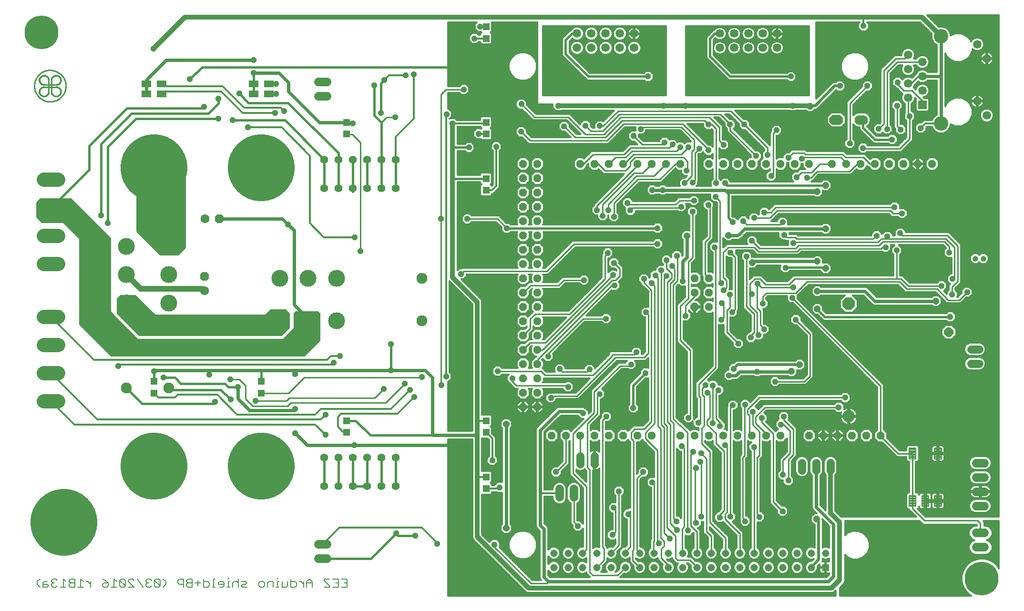
<source format=gbl>
G75*
G70*
%OFA0B0*%
%FSLAX24Y24*%
%IPPOS*%
%LPD*%
%AMOC8*
5,1,8,0,0,1.08239X$1,22.5*
%
%ADD10C,0.0070*%
%ADD11C,0.0594*%
%ADD12C,0.4685*%
%ADD13C,0.0515*%
%ADD14R,0.0515X0.0515*%
%ADD15R,0.0472X0.0472*%
%ADD16C,0.0560*%
%ADD17C,0.0594*%
%ADD18C,0.0397*%
%ADD19OC8,0.0650*%
%ADD20C,0.0700*%
%ADD21OC8,0.0700*%
%ADD22C,0.0100*%
%ADD23C,0.0010*%
%ADD24C,0.0083*%
%ADD25OC8,0.0630*%
%ADD26C,0.0630*%
%ADD27C,0.0860*%
%ADD28OC8,0.0860*%
%ADD29OC8,0.0554*%
%ADD30OC8,0.0600*%
%ADD31C,0.0554*%
%ADD32R,0.0669X0.0453*%
%ADD33C,0.1000*%
%ADD34C,0.1181*%
%ADD35C,0.0768*%
%ADD36R,0.0594X0.0594*%
%ADD37C,0.1004*%
%ADD38OC8,0.0396*%
%ADD39C,0.0120*%
%ADD40C,0.0160*%
%ADD41C,0.0320*%
%ADD42C,0.0240*%
%ADD43C,0.1200*%
%ADD44OC8,0.0436*%
%ADD45C,0.0200*%
%ADD46C,0.2362*%
%ADD47C,0.0400*%
D10*
X013655Y006893D02*
X013655Y007089D01*
X013851Y007286D01*
X014065Y006991D02*
X014065Y006696D01*
X014361Y006696D01*
X014459Y006794D01*
X014361Y006893D01*
X014065Y006893D01*
X014065Y006991D02*
X014164Y007089D01*
X014361Y007089D01*
X014673Y007089D02*
X014772Y006991D01*
X014673Y006893D01*
X014673Y006794D01*
X014772Y006696D01*
X014968Y006696D01*
X015067Y006794D01*
X015281Y006696D02*
X015675Y006696D01*
X015478Y006696D02*
X015478Y007286D01*
X015675Y007089D01*
X015889Y007089D02*
X015987Y006991D01*
X016282Y006991D01*
X015987Y006991D02*
X015889Y006893D01*
X015889Y006794D01*
X015987Y006696D01*
X016282Y006696D01*
X016282Y007286D01*
X015987Y007286D01*
X015889Y007188D01*
X015889Y007089D01*
X016496Y006696D02*
X016890Y006696D01*
X016693Y006696D02*
X016693Y007286D01*
X016890Y007089D01*
X017101Y007089D02*
X017200Y007089D01*
X017396Y006893D01*
X017396Y007089D02*
X017396Y006696D01*
X018218Y006794D02*
X018218Y006893D01*
X018317Y006991D01*
X018612Y006991D01*
X018612Y006794D01*
X018513Y006696D01*
X018317Y006696D01*
X018218Y006794D01*
X018415Y007188D02*
X018612Y006991D01*
X018415Y007188D02*
X018218Y007286D01*
X019023Y007286D02*
X019023Y006696D01*
X019220Y006696D02*
X018826Y006696D01*
X019220Y007089D02*
X019023Y007286D01*
X019434Y007188D02*
X019827Y006794D01*
X019729Y006696D01*
X019532Y006696D01*
X019434Y006794D01*
X019434Y007188D01*
X019532Y007286D01*
X019729Y007286D01*
X019827Y007188D01*
X019827Y006794D01*
X020041Y006696D02*
X020435Y006696D01*
X020041Y007089D01*
X020041Y007188D01*
X020140Y007286D01*
X020337Y007286D01*
X020435Y007188D01*
X020649Y007286D02*
X021043Y006696D01*
X021257Y006794D02*
X021355Y006696D01*
X021552Y006696D01*
X021650Y006794D01*
X021864Y006794D02*
X021864Y007188D01*
X022258Y006794D01*
X022160Y006696D01*
X021963Y006696D01*
X021864Y006794D01*
X021864Y007188D02*
X021963Y007286D01*
X022160Y007286D01*
X022258Y007188D01*
X022258Y006794D01*
X022466Y006696D02*
X022663Y006893D01*
X022663Y007089D01*
X022466Y007286D01*
X021650Y007188D02*
X021552Y007286D01*
X021355Y007286D01*
X021257Y007188D01*
X021257Y007089D01*
X021355Y006991D01*
X021257Y006893D01*
X021257Y006794D01*
X021355Y006991D02*
X021454Y006991D01*
X023485Y006991D02*
X023583Y006893D01*
X023879Y006893D01*
X023879Y006696D02*
X023879Y007286D01*
X023583Y007286D01*
X023485Y007188D01*
X023485Y006991D01*
X024093Y006893D02*
X024093Y006794D01*
X024191Y006696D01*
X024486Y006696D01*
X024486Y007286D01*
X024191Y007286D01*
X024093Y007188D01*
X024093Y007089D01*
X024191Y006991D01*
X024486Y006991D01*
X024701Y006991D02*
X025094Y006991D01*
X025308Y007089D02*
X025603Y007089D01*
X025702Y006991D01*
X025702Y006794D01*
X025603Y006696D01*
X025308Y006696D01*
X025308Y007286D01*
X024897Y007188D02*
X024897Y006794D01*
X024191Y006991D02*
X024093Y006893D01*
X025910Y006696D02*
X026107Y006696D01*
X026009Y006696D02*
X026009Y007286D01*
X026107Y007286D01*
X026321Y006991D02*
X026321Y006893D01*
X026715Y006893D01*
X026715Y006991D02*
X026715Y006794D01*
X026616Y006696D01*
X026420Y006696D01*
X026321Y006991D02*
X026420Y007089D01*
X026616Y007089D01*
X026715Y006991D01*
X027021Y007089D02*
X027021Y006696D01*
X026923Y006696D02*
X027120Y006696D01*
X027334Y006696D02*
X027334Y006991D01*
X027432Y007089D01*
X027629Y007089D01*
X027728Y006991D01*
X027942Y007089D02*
X028237Y007089D01*
X028335Y006991D01*
X028237Y006893D01*
X028040Y006893D01*
X027942Y006794D01*
X028040Y006696D01*
X028335Y006696D01*
X027728Y006696D02*
X027728Y007286D01*
X027120Y007089D02*
X027021Y007089D01*
X027021Y007286D02*
X027021Y007385D01*
X029157Y006991D02*
X029157Y006794D01*
X029256Y006696D01*
X029452Y006696D01*
X029551Y006794D01*
X029551Y006991D01*
X029452Y007089D01*
X029256Y007089D01*
X029157Y006991D01*
X029765Y006991D02*
X029765Y006696D01*
X029765Y006991D02*
X029863Y007089D01*
X030159Y007089D01*
X030159Y006696D01*
X030367Y006696D02*
X030564Y006696D01*
X030465Y006696D02*
X030465Y007089D01*
X030564Y007089D01*
X030778Y007089D02*
X030778Y006696D01*
X031073Y006696D01*
X031171Y006794D01*
X031171Y007089D01*
X031385Y007089D02*
X031681Y007089D01*
X031779Y006991D01*
X031779Y006794D01*
X031681Y006696D01*
X031385Y006696D01*
X031385Y007286D01*
X031990Y007089D02*
X032089Y007089D01*
X032286Y006893D01*
X032286Y007089D02*
X032286Y006696D01*
X032500Y006696D02*
X032500Y007089D01*
X032696Y007286D01*
X032893Y007089D01*
X032893Y006696D01*
X032893Y006991D02*
X032500Y006991D01*
X033715Y007188D02*
X034109Y006794D01*
X034109Y006696D01*
X033715Y006696D01*
X033715Y007188D02*
X033715Y007286D01*
X034109Y007286D01*
X034323Y007286D02*
X034716Y007286D01*
X034716Y006696D01*
X034323Y006696D01*
X034520Y006991D02*
X034716Y006991D01*
X034930Y006696D02*
X035324Y006696D01*
X035324Y007286D01*
X034930Y007286D01*
X035127Y006991D02*
X035324Y006991D01*
X030465Y007286D02*
X030465Y007385D01*
X015067Y007188D02*
X014968Y007286D01*
X014772Y007286D01*
X014673Y007188D01*
X014673Y007089D01*
X014772Y006991D02*
X014870Y006991D01*
X013851Y006696D02*
X013655Y006893D01*
D11*
X033337Y008711D02*
X033931Y008711D01*
X033931Y009711D02*
X033337Y009711D01*
X050184Y012989D02*
X050184Y013583D01*
X051184Y013583D02*
X051184Y012989D01*
X079311Y013386D02*
X079905Y013386D01*
X079905Y014386D02*
X079311Y014386D01*
X079311Y015386D02*
X079905Y015386D01*
X079905Y012386D02*
X079311Y012386D01*
X079312Y010511D02*
X079906Y010511D01*
X079906Y009511D02*
X079312Y009511D01*
X033931Y041036D02*
X033337Y041036D01*
X033337Y042036D02*
X033931Y042036D01*
D12*
X029319Y036051D03*
X021819Y036051D03*
X021819Y015185D03*
X029319Y015185D03*
X015520Y011248D03*
D13*
X049784Y009086D03*
X050784Y009086D03*
X051784Y009086D03*
X052784Y009086D03*
X053784Y009086D03*
X054784Y009086D03*
X055784Y009086D03*
X056784Y009086D03*
X057784Y009086D03*
X058784Y009086D03*
X059784Y009086D03*
X060784Y009086D03*
X061784Y009086D03*
X062784Y009086D03*
X063784Y009086D03*
X064784Y009086D03*
X065784Y009086D03*
X066784Y009086D03*
X067784Y009086D03*
X068784Y009086D03*
X067784Y008086D03*
X066784Y008086D03*
X065784Y008086D03*
X064784Y008086D03*
X063784Y008086D03*
X062784Y008086D03*
X061784Y008086D03*
X060784Y008086D03*
X059784Y008086D03*
X058784Y008086D03*
X057784Y008086D03*
X056784Y008086D03*
X055784Y008086D03*
X054784Y008086D03*
X053784Y008086D03*
X052784Y008086D03*
X051784Y008086D03*
X050784Y008086D03*
X049784Y008086D03*
D14*
X068784Y008086D03*
D15*
X045048Y013590D03*
X045048Y014417D03*
X045048Y017527D03*
X045048Y018354D03*
X035303Y018354D03*
X035303Y017527D03*
X029319Y020283D03*
X029319Y021110D03*
X021819Y021110D03*
X021819Y020283D03*
X045048Y034456D03*
X045048Y035283D03*
X045048Y038393D03*
X045048Y039220D03*
X035303Y039220D03*
X035303Y038393D03*
X045048Y045086D03*
X045048Y045913D03*
D16*
X078954Y023336D02*
X079514Y023336D01*
X079514Y022336D02*
X078954Y022336D01*
X069134Y015416D02*
X069134Y014856D01*
X068134Y014856D02*
X068134Y015416D01*
X067134Y015416D02*
X067134Y014856D01*
X052634Y015306D02*
X052634Y015866D01*
X051634Y015866D02*
X051634Y015306D01*
D17*
X080059Y039696D03*
X079390Y040696D03*
X075559Y041436D03*
X074559Y041936D03*
X074559Y040936D03*
X075559Y042436D03*
X074559Y042936D03*
X075559Y043436D03*
X074559Y043936D03*
X079390Y044676D03*
X080059Y043676D03*
X065384Y044436D03*
X065384Y045436D03*
X064384Y045436D03*
X063384Y045436D03*
X062384Y045436D03*
X061384Y045436D03*
X061384Y044436D03*
X062384Y044436D03*
X063384Y044436D03*
X064384Y044436D03*
X055384Y044436D03*
X055384Y045436D03*
X054384Y045436D03*
X053384Y045436D03*
X052384Y045436D03*
X051384Y045436D03*
X051384Y044436D03*
X052384Y044436D03*
X053384Y044436D03*
X054384Y044436D03*
D18*
X079259Y029686D03*
X079810Y029686D03*
D19*
X077409Y024536D03*
D20*
X071409Y039386D03*
X071159Y039386D03*
D21*
X069659Y039386D03*
X069409Y039386D03*
D22*
X070484Y040536D02*
X071709Y041761D01*
X072859Y042836D02*
X073709Y043686D01*
X074309Y043686D01*
X074559Y043936D01*
X073784Y043436D02*
X073084Y042736D01*
X073084Y038736D01*
X072859Y039111D02*
X072509Y038761D01*
X072859Y039111D02*
X072859Y042836D01*
X073784Y043436D02*
X075559Y043436D01*
X073834Y042011D02*
X073834Y041861D01*
X074259Y041436D01*
X074834Y041436D01*
X075559Y040711D01*
X075559Y040436D01*
X074559Y040911D02*
X074559Y039736D01*
X074659Y039636D01*
X074659Y038061D01*
X073959Y037361D01*
X071459Y037361D01*
X071409Y037411D01*
X071434Y036761D02*
X070184Y036761D01*
X069959Y036986D01*
X067359Y036986D01*
X067284Y037061D01*
X066509Y037061D01*
X066184Y036736D01*
X067134Y036686D02*
X067209Y036761D01*
X069859Y036761D01*
X070234Y036386D01*
X070234Y036311D01*
X070459Y035786D02*
X068209Y035786D01*
X067759Y035336D01*
X067509Y035336D01*
X067809Y035711D02*
X067084Y035711D01*
X066759Y035386D01*
X067809Y035711D02*
X068409Y036311D01*
X069234Y036311D01*
X070459Y035786D02*
X070984Y036311D01*
X071234Y036311D01*
X071434Y036761D02*
X071883Y036312D01*
X072233Y036312D01*
X072234Y036311D01*
X070484Y037736D02*
X070484Y040536D01*
X067634Y041111D02*
X059009Y041111D01*
X059009Y045986D01*
X067634Y045986D01*
X067634Y041111D01*
X067634Y041196D02*
X059009Y041196D01*
X059009Y041294D02*
X067634Y041294D01*
X067634Y041393D02*
X059009Y041393D01*
X059009Y041491D02*
X067634Y041491D01*
X067634Y041590D02*
X059009Y041590D01*
X059009Y041688D02*
X067634Y041688D01*
X067634Y041787D02*
X059009Y041787D01*
X059009Y041885D02*
X067634Y041885D01*
X067634Y041984D02*
X059009Y041984D01*
X059009Y042082D02*
X067634Y042082D01*
X067634Y042181D02*
X066597Y042181D01*
X066503Y042088D02*
X066707Y042292D01*
X066707Y042580D01*
X066503Y042784D01*
X066215Y042784D01*
X066097Y042666D01*
X062179Y042666D01*
X060914Y043931D01*
X060914Y044991D01*
X061056Y045132D01*
X061131Y045057D01*
X061295Y044989D01*
X061473Y044989D01*
X061637Y045057D01*
X061763Y045183D01*
X061831Y045347D01*
X061831Y045525D01*
X061763Y045689D01*
X061637Y045815D01*
X061473Y045883D01*
X061295Y045883D01*
X061131Y045815D01*
X061005Y045689D01*
X060996Y045666D01*
X060939Y045666D01*
X060454Y045181D01*
X060454Y043741D01*
X060589Y043606D01*
X061989Y042206D01*
X066097Y042206D01*
X066215Y042088D01*
X066503Y042088D01*
X066695Y042279D02*
X067634Y042279D01*
X067634Y042378D02*
X066707Y042378D01*
X066707Y042476D02*
X067634Y042476D01*
X067634Y042575D02*
X066707Y042575D01*
X066614Y042673D02*
X067634Y042673D01*
X067634Y042772D02*
X066515Y042772D01*
X066203Y042772D02*
X062073Y042772D01*
X061975Y042870D02*
X067634Y042870D01*
X067634Y042969D02*
X061876Y042969D01*
X061778Y043067D02*
X067634Y043067D01*
X067634Y043166D02*
X061679Y043166D01*
X061581Y043264D02*
X067634Y043264D01*
X067634Y043363D02*
X061482Y043363D01*
X061384Y043461D02*
X067634Y043461D01*
X067634Y043560D02*
X061285Y043560D01*
X061187Y043658D02*
X067634Y043658D01*
X067634Y043757D02*
X061088Y043757D01*
X060990Y043855D02*
X067634Y043855D01*
X067634Y043954D02*
X060914Y043954D01*
X060914Y044052D02*
X061142Y044052D01*
X061131Y044057D02*
X061295Y043989D01*
X061473Y043989D01*
X061637Y044057D01*
X061763Y044183D01*
X061831Y044347D01*
X061831Y044525D01*
X061763Y044689D01*
X061637Y044815D01*
X061473Y044883D01*
X061295Y044883D01*
X061131Y044815D01*
X061005Y044689D01*
X060937Y044525D01*
X060937Y044347D01*
X061005Y044183D01*
X061131Y044057D01*
X061037Y044151D02*
X060914Y044151D01*
X060914Y044249D02*
X060978Y044249D01*
X060937Y044348D02*
X060914Y044348D01*
X060914Y044446D02*
X060937Y044446D01*
X060946Y044545D02*
X060914Y044545D01*
X060914Y044643D02*
X060986Y044643D01*
X060914Y044742D02*
X061058Y044742D01*
X061193Y044840D02*
X060914Y044840D01*
X060914Y044939D02*
X067634Y044939D01*
X067634Y045037D02*
X065586Y045037D01*
X065556Y045022D02*
X065618Y045054D01*
X065675Y045095D01*
X065725Y045145D01*
X065766Y045202D01*
X065798Y045264D01*
X065820Y045331D01*
X065829Y045387D01*
X065433Y045387D01*
X065433Y045484D01*
X065829Y045484D01*
X065820Y045540D01*
X065798Y045607D01*
X065766Y045670D01*
X065725Y045727D01*
X065675Y045777D01*
X065618Y045818D01*
X065556Y045850D01*
X065489Y045872D01*
X065433Y045881D01*
X065433Y045484D01*
X065336Y045484D01*
X065336Y045387D01*
X065433Y045387D01*
X065433Y044991D01*
X065489Y045000D01*
X065556Y045022D01*
X065433Y045037D02*
X065336Y045037D01*
X065336Y044991D02*
X065336Y045387D01*
X064939Y045387D01*
X064948Y045331D01*
X064970Y045264D01*
X065002Y045202D01*
X065043Y045145D01*
X065093Y045095D01*
X065150Y045054D01*
X065213Y045022D01*
X065279Y045000D01*
X065336Y044991D01*
X065295Y044883D02*
X065131Y044815D01*
X065005Y044689D01*
X064937Y044525D01*
X064937Y044347D01*
X065005Y044183D01*
X065131Y044057D01*
X065295Y043989D01*
X065473Y043989D01*
X065637Y044057D01*
X065763Y044183D01*
X065831Y044347D01*
X065831Y044525D01*
X065763Y044689D01*
X065637Y044815D01*
X065473Y044883D01*
X065295Y044883D01*
X065193Y044840D02*
X064575Y044840D01*
X064637Y044815D02*
X064473Y044883D01*
X064295Y044883D01*
X064131Y044815D01*
X064005Y044689D01*
X063937Y044525D01*
X063937Y044347D01*
X064005Y044183D01*
X064131Y044057D01*
X064295Y043989D01*
X064473Y043989D01*
X064637Y044057D01*
X064763Y044183D01*
X064831Y044347D01*
X064831Y044525D01*
X064763Y044689D01*
X064637Y044815D01*
X064710Y044742D02*
X065058Y044742D01*
X064986Y044643D02*
X064782Y044643D01*
X064823Y044545D02*
X064946Y044545D01*
X064937Y044446D02*
X064831Y044446D01*
X064831Y044348D02*
X064937Y044348D01*
X064978Y044249D02*
X064791Y044249D01*
X064731Y044151D02*
X065037Y044151D01*
X065142Y044052D02*
X064626Y044052D01*
X064142Y044052D02*
X063626Y044052D01*
X063637Y044057D02*
X063763Y044183D01*
X063831Y044347D01*
X063831Y044525D01*
X063763Y044689D01*
X063637Y044815D01*
X063473Y044883D01*
X063295Y044883D01*
X063131Y044815D01*
X063005Y044689D01*
X062937Y044525D01*
X062937Y044347D01*
X063005Y044183D01*
X063131Y044057D01*
X063295Y043989D01*
X063473Y043989D01*
X063637Y044057D01*
X063731Y044151D02*
X064037Y044151D01*
X063978Y044249D02*
X063791Y044249D01*
X063831Y044348D02*
X063937Y044348D01*
X063937Y044446D02*
X063831Y044446D01*
X063823Y044545D02*
X063946Y044545D01*
X063986Y044643D02*
X063782Y044643D01*
X063710Y044742D02*
X064058Y044742D01*
X064193Y044840D02*
X063575Y044840D01*
X063473Y044989D02*
X063637Y045057D01*
X063763Y045183D01*
X063831Y045347D01*
X063831Y045525D01*
X063763Y045689D01*
X063637Y045815D01*
X063473Y045883D01*
X063295Y045883D01*
X063131Y045815D01*
X063005Y045689D01*
X062937Y045525D01*
X062937Y045347D01*
X063005Y045183D01*
X063131Y045057D01*
X063295Y044989D01*
X063473Y044989D01*
X063590Y045037D02*
X064178Y045037D01*
X064131Y045057D02*
X064295Y044989D01*
X064473Y044989D01*
X064637Y045057D01*
X064763Y045183D01*
X064831Y045347D01*
X064831Y045525D01*
X064763Y045689D01*
X064637Y045815D01*
X064473Y045883D01*
X064295Y045883D01*
X064131Y045815D01*
X064005Y045689D01*
X063937Y045525D01*
X063937Y045347D01*
X064005Y045183D01*
X064131Y045057D01*
X064052Y045136D02*
X063716Y045136D01*
X063784Y045234D02*
X063984Y045234D01*
X063943Y045333D02*
X063825Y045333D01*
X063831Y045431D02*
X063937Y045431D01*
X063939Y045530D02*
X063829Y045530D01*
X063788Y045628D02*
X063980Y045628D01*
X064043Y045727D02*
X063725Y045727D01*
X063611Y045825D02*
X064157Y045825D01*
X064611Y045825D02*
X065164Y045825D01*
X065150Y045818D02*
X065093Y045777D01*
X065043Y045727D01*
X064725Y045727D01*
X064788Y045628D02*
X064981Y045628D01*
X064970Y045607D02*
X064948Y045540D01*
X064939Y045484D01*
X065336Y045484D01*
X065336Y045881D01*
X065279Y045872D01*
X065213Y045850D01*
X065150Y045818D01*
X065043Y045727D02*
X065002Y045670D01*
X064970Y045607D01*
X064947Y045530D02*
X064829Y045530D01*
X064831Y045431D02*
X065336Y045431D01*
X065433Y045431D02*
X067634Y045431D01*
X067634Y045333D02*
X065820Y045333D01*
X065783Y045234D02*
X067634Y045234D01*
X067634Y045136D02*
X065716Y045136D01*
X065433Y045136D02*
X065336Y045136D01*
X065336Y045234D02*
X065433Y045234D01*
X065433Y045333D02*
X065336Y045333D01*
X065336Y045530D02*
X065433Y045530D01*
X065433Y045628D02*
X065336Y045628D01*
X065336Y045727D02*
X065433Y045727D01*
X065433Y045825D02*
X065336Y045825D01*
X065604Y045825D02*
X067634Y045825D01*
X067634Y045727D02*
X065725Y045727D01*
X065787Y045628D02*
X067634Y045628D01*
X067634Y045530D02*
X065822Y045530D01*
X065182Y045037D02*
X064590Y045037D01*
X064716Y045136D02*
X065052Y045136D01*
X064985Y045234D02*
X064784Y045234D01*
X064825Y045333D02*
X064948Y045333D01*
X065575Y044840D02*
X067634Y044840D01*
X067634Y044742D02*
X065710Y044742D01*
X065782Y044643D02*
X067634Y044643D01*
X067634Y044545D02*
X065823Y044545D01*
X065831Y044446D02*
X067634Y044446D01*
X067634Y044348D02*
X065831Y044348D01*
X065791Y044249D02*
X067634Y044249D01*
X067634Y044151D02*
X065731Y044151D01*
X065626Y044052D02*
X067634Y044052D01*
X066104Y042673D02*
X062172Y042673D01*
X061817Y042378D02*
X059009Y042378D01*
X059009Y042476D02*
X061718Y042476D01*
X061620Y042575D02*
X059009Y042575D01*
X059009Y042673D02*
X061521Y042673D01*
X061423Y042772D02*
X059009Y042772D01*
X059009Y042870D02*
X061324Y042870D01*
X061226Y042969D02*
X059009Y042969D01*
X059009Y043067D02*
X061127Y043067D01*
X061029Y043166D02*
X059009Y043166D01*
X059009Y043264D02*
X060930Y043264D01*
X060832Y043363D02*
X059009Y043363D01*
X059009Y043461D02*
X060733Y043461D01*
X060635Y043560D02*
X059009Y043560D01*
X059009Y043658D02*
X060536Y043658D01*
X060454Y043757D02*
X059009Y043757D01*
X059009Y043855D02*
X060454Y043855D01*
X060454Y043954D02*
X059009Y043954D01*
X059009Y044052D02*
X060454Y044052D01*
X060454Y044151D02*
X059009Y044151D01*
X059009Y044249D02*
X060454Y044249D01*
X060454Y044348D02*
X059009Y044348D01*
X059009Y044446D02*
X060454Y044446D01*
X060454Y044545D02*
X059009Y044545D01*
X059009Y044643D02*
X060454Y044643D01*
X060454Y044742D02*
X059009Y044742D01*
X059009Y044840D02*
X060454Y044840D01*
X060454Y044939D02*
X059009Y044939D01*
X059009Y045037D02*
X060454Y045037D01*
X060454Y045136D02*
X059009Y045136D01*
X059009Y045234D02*
X060507Y045234D01*
X060606Y045333D02*
X059009Y045333D01*
X059009Y045431D02*
X060704Y045431D01*
X060803Y045530D02*
X059009Y045530D01*
X059009Y045628D02*
X060901Y045628D01*
X061043Y045727D02*
X059009Y045727D01*
X059009Y045825D02*
X061157Y045825D01*
X061611Y045825D02*
X062157Y045825D01*
X062131Y045815D02*
X062005Y045689D01*
X061937Y045525D01*
X061937Y045347D01*
X062005Y045183D01*
X062131Y045057D01*
X062295Y044989D01*
X062473Y044989D01*
X062637Y045057D01*
X062763Y045183D01*
X062831Y045347D01*
X062831Y045525D01*
X062763Y045689D01*
X062637Y045815D01*
X062473Y045883D01*
X062295Y045883D01*
X062131Y045815D01*
X062043Y045727D02*
X061725Y045727D01*
X061788Y045628D02*
X061980Y045628D01*
X061939Y045530D02*
X061829Y045530D01*
X061831Y045431D02*
X061937Y045431D01*
X061943Y045333D02*
X061825Y045333D01*
X061784Y045234D02*
X061984Y045234D01*
X062052Y045136D02*
X061716Y045136D01*
X061590Y045037D02*
X062178Y045037D01*
X062295Y044883D02*
X062131Y044815D01*
X062005Y044689D01*
X061937Y044525D01*
X061937Y044347D01*
X062005Y044183D01*
X062131Y044057D01*
X062295Y043989D01*
X062473Y043989D01*
X062637Y044057D01*
X062763Y044183D01*
X062831Y044347D01*
X062831Y044525D01*
X062763Y044689D01*
X062637Y044815D01*
X062473Y044883D01*
X062295Y044883D01*
X062193Y044840D02*
X061575Y044840D01*
X061710Y044742D02*
X062058Y044742D01*
X061986Y044643D02*
X061782Y044643D01*
X061823Y044545D02*
X061946Y044545D01*
X061937Y044446D02*
X061831Y044446D01*
X061831Y044348D02*
X061937Y044348D01*
X061978Y044249D02*
X061791Y044249D01*
X061731Y044151D02*
X062037Y044151D01*
X062142Y044052D02*
X061626Y044052D01*
X062626Y044052D02*
X063142Y044052D01*
X063037Y044151D02*
X062731Y044151D01*
X062791Y044249D02*
X062978Y044249D01*
X062937Y044348D02*
X062831Y044348D01*
X062831Y044446D02*
X062937Y044446D01*
X062946Y044545D02*
X062823Y044545D01*
X062782Y044643D02*
X062986Y044643D01*
X063058Y044742D02*
X062710Y044742D01*
X062575Y044840D02*
X063193Y044840D01*
X063178Y045037D02*
X062590Y045037D01*
X062716Y045136D02*
X063052Y045136D01*
X062984Y045234D02*
X062784Y045234D01*
X062825Y045333D02*
X062943Y045333D01*
X062937Y045431D02*
X062831Y045431D01*
X062829Y045530D02*
X062939Y045530D01*
X062980Y045628D02*
X062788Y045628D01*
X062725Y045727D02*
X063043Y045727D01*
X063157Y045825D02*
X062611Y045825D01*
X061178Y045037D02*
X060961Y045037D01*
X059009Y045924D02*
X067634Y045924D01*
X066122Y042181D02*
X059009Y042181D01*
X059009Y042279D02*
X061915Y042279D01*
X062159Y040011D02*
X054284Y040011D01*
X053234Y038961D01*
X053009Y038961D01*
X053184Y038611D02*
X054359Y039786D01*
X061434Y039786D01*
X062109Y039111D01*
X062109Y039061D01*
X062109Y038686D01*
X063934Y036861D01*
X064734Y036936D02*
X064734Y037436D01*
X063109Y039061D01*
X062159Y040011D01*
X061359Y038861D02*
X061359Y037936D01*
X061659Y037636D01*
X060609Y037311D02*
X060609Y037261D01*
X060609Y037311D02*
X058809Y039111D01*
X054659Y039111D01*
X053484Y037936D01*
X048134Y037936D01*
X047509Y038561D01*
X048419Y039586D02*
X047514Y040491D01*
X049009Y041111D02*
X049009Y045986D01*
X057634Y045986D01*
X057634Y041111D01*
X049009Y041111D01*
X049009Y041196D02*
X057634Y041196D01*
X057634Y041294D02*
X049009Y041294D01*
X049009Y041393D02*
X057634Y041393D01*
X057634Y041491D02*
X049009Y041491D01*
X049009Y041590D02*
X057634Y041590D01*
X057634Y041688D02*
X049009Y041688D01*
X049009Y041787D02*
X057634Y041787D01*
X057634Y041885D02*
X049009Y041885D01*
X049009Y041984D02*
X057634Y041984D01*
X057634Y042082D02*
X056526Y042082D01*
X056512Y042068D02*
X056727Y042283D01*
X056727Y042588D01*
X056512Y042804D01*
X056207Y042804D01*
X056089Y042686D01*
X052288Y042686D01*
X050859Y044114D01*
X050859Y044882D01*
X051068Y045091D01*
X051120Y045040D01*
X051291Y044969D01*
X051477Y044969D01*
X051649Y045040D01*
X051780Y045171D01*
X051851Y045343D01*
X051851Y045529D01*
X051780Y045700D01*
X051649Y045832D01*
X051477Y045903D01*
X051291Y045903D01*
X051120Y045832D01*
X050988Y045700D01*
X050977Y045672D01*
X050918Y045648D01*
X050397Y045127D01*
X050359Y045036D01*
X050359Y043961D01*
X050397Y043869D01*
X050468Y043799D01*
X052043Y042224D01*
X052134Y042186D01*
X056089Y042186D01*
X056207Y042068D01*
X056512Y042068D01*
X056625Y042181D02*
X057634Y042181D01*
X057634Y042279D02*
X056723Y042279D01*
X056727Y042378D02*
X057634Y042378D01*
X057634Y042476D02*
X056727Y042476D01*
X056727Y042575D02*
X057634Y042575D01*
X057634Y042673D02*
X056642Y042673D01*
X056544Y042772D02*
X057634Y042772D01*
X057634Y042870D02*
X052103Y042870D01*
X052202Y042772D02*
X056175Y042772D01*
X056093Y042181D02*
X049009Y042181D01*
X049009Y042279D02*
X051987Y042279D01*
X051888Y042378D02*
X049009Y042378D01*
X049009Y042476D02*
X051790Y042476D01*
X051691Y042575D02*
X049009Y042575D01*
X049009Y042673D02*
X051593Y042673D01*
X051494Y042772D02*
X049009Y042772D01*
X049009Y042870D02*
X051396Y042870D01*
X051297Y042969D02*
X049009Y042969D01*
X049009Y043067D02*
X051199Y043067D01*
X051100Y043166D02*
X049009Y043166D01*
X049009Y043264D02*
X051002Y043264D01*
X050903Y043363D02*
X049009Y043363D01*
X049009Y043461D02*
X050805Y043461D01*
X050706Y043560D02*
X049009Y043560D01*
X049009Y043658D02*
X050608Y043658D01*
X050509Y043757D02*
X049009Y043757D01*
X049009Y043855D02*
X050411Y043855D01*
X050362Y043954D02*
X049009Y043954D01*
X049009Y044052D02*
X050359Y044052D01*
X050359Y044151D02*
X049009Y044151D01*
X049009Y044249D02*
X050359Y044249D01*
X050359Y044348D02*
X049009Y044348D01*
X049009Y044446D02*
X050359Y044446D01*
X050359Y044545D02*
X049009Y044545D01*
X049009Y044643D02*
X050359Y044643D01*
X050359Y044742D02*
X049009Y044742D01*
X049009Y044840D02*
X050359Y044840D01*
X050359Y044939D02*
X049009Y044939D01*
X049009Y045037D02*
X050360Y045037D01*
X050406Y045136D02*
X049009Y045136D01*
X049009Y045234D02*
X050504Y045234D01*
X050603Y045333D02*
X049009Y045333D01*
X049009Y045431D02*
X050701Y045431D01*
X050800Y045530D02*
X049009Y045530D01*
X049009Y045628D02*
X050898Y045628D01*
X051015Y045727D02*
X049009Y045727D01*
X049009Y045825D02*
X051113Y045825D01*
X051655Y045825D02*
X052113Y045825D01*
X052120Y045832D02*
X051988Y045700D01*
X051917Y045529D01*
X051917Y045343D01*
X051988Y045171D01*
X052120Y045040D01*
X052291Y044969D01*
X052477Y044969D01*
X052649Y045040D01*
X052780Y045171D01*
X052851Y045343D01*
X052851Y045529D01*
X052780Y045700D01*
X052649Y045832D01*
X052477Y045903D01*
X052291Y045903D01*
X052120Y045832D01*
X052015Y045727D02*
X051753Y045727D01*
X051810Y045628D02*
X051959Y045628D01*
X051918Y045530D02*
X051850Y045530D01*
X051851Y045431D02*
X051917Y045431D01*
X051921Y045333D02*
X051847Y045333D01*
X051806Y045234D02*
X051962Y045234D01*
X052024Y045136D02*
X051744Y045136D01*
X051642Y045037D02*
X052126Y045037D01*
X052141Y044840D02*
X051627Y044840D01*
X051649Y044832D02*
X051477Y044903D01*
X051291Y044903D01*
X051120Y044832D01*
X050988Y044700D01*
X050917Y044529D01*
X050917Y044343D01*
X050988Y044171D01*
X051120Y044040D01*
X051291Y043969D01*
X051477Y043969D01*
X051649Y044040D01*
X051780Y044171D01*
X051851Y044343D01*
X051851Y044529D01*
X051780Y044700D01*
X051649Y044832D01*
X051738Y044742D02*
X052030Y044742D01*
X051988Y044700D02*
X051917Y044529D01*
X051917Y044343D01*
X051988Y044171D01*
X052120Y044040D01*
X052291Y043969D01*
X052477Y043969D01*
X052649Y044040D01*
X052780Y044171D01*
X052851Y044343D01*
X052851Y044529D01*
X052780Y044700D01*
X052649Y044832D01*
X052477Y044903D01*
X052291Y044903D01*
X052120Y044832D01*
X051988Y044700D01*
X051965Y044643D02*
X051803Y044643D01*
X051844Y044545D02*
X051924Y044545D01*
X051917Y044446D02*
X051851Y044446D01*
X051851Y044348D02*
X051917Y044348D01*
X051956Y044249D02*
X051812Y044249D01*
X051759Y044151D02*
X052009Y044151D01*
X052107Y044052D02*
X051661Y044052D01*
X051315Y043658D02*
X057634Y043658D01*
X057634Y043560D02*
X051414Y043560D01*
X051512Y043461D02*
X057634Y043461D01*
X057634Y043363D02*
X051611Y043363D01*
X051709Y043264D02*
X057634Y043264D01*
X057634Y043166D02*
X051808Y043166D01*
X051906Y043067D02*
X057634Y043067D01*
X057634Y042969D02*
X052005Y042969D01*
X051217Y043757D02*
X057634Y043757D01*
X057634Y043855D02*
X051118Y043855D01*
X051020Y043954D02*
X057634Y043954D01*
X057634Y044052D02*
X055661Y044052D01*
X055649Y044040D02*
X055780Y044171D01*
X055851Y044343D01*
X055851Y044529D01*
X055780Y044700D01*
X055649Y044832D01*
X055477Y044903D01*
X055291Y044903D01*
X055120Y044832D01*
X054988Y044700D01*
X054917Y044529D01*
X054917Y044343D01*
X054988Y044171D01*
X055120Y044040D01*
X055291Y043969D01*
X055477Y043969D01*
X055649Y044040D01*
X055759Y044151D02*
X057634Y044151D01*
X057634Y044249D02*
X055812Y044249D01*
X055851Y044348D02*
X057634Y044348D01*
X057634Y044446D02*
X055851Y044446D01*
X055844Y044545D02*
X057634Y044545D01*
X057634Y044643D02*
X055803Y044643D01*
X055738Y044742D02*
X057634Y044742D01*
X057634Y044840D02*
X055627Y044840D01*
X055556Y045022D02*
X055618Y045054D01*
X055675Y045095D01*
X055725Y045145D01*
X055766Y045202D01*
X055798Y045264D01*
X055820Y045331D01*
X055829Y045387D01*
X055433Y045387D01*
X055433Y045484D01*
X055829Y045484D01*
X055820Y045540D01*
X055798Y045607D01*
X055766Y045670D01*
X055725Y045727D01*
X055675Y045777D01*
X055618Y045818D01*
X055556Y045850D01*
X055489Y045872D01*
X055433Y045881D01*
X055433Y045484D01*
X055336Y045484D01*
X055336Y045387D01*
X055433Y045387D01*
X055433Y044991D01*
X055489Y045000D01*
X055556Y045022D01*
X055586Y045037D02*
X057634Y045037D01*
X057634Y044939D02*
X050916Y044939D01*
X050859Y044840D02*
X051141Y044840D01*
X051030Y044742D02*
X050859Y044742D01*
X050859Y044643D02*
X050965Y044643D01*
X050924Y044545D02*
X050859Y044545D01*
X050859Y044446D02*
X050917Y044446D01*
X050917Y044348D02*
X050859Y044348D01*
X050859Y044249D02*
X050956Y044249D01*
X051009Y044151D02*
X050859Y044151D01*
X050921Y044052D02*
X051107Y044052D01*
X052627Y044840D02*
X053141Y044840D01*
X053120Y044832D02*
X052988Y044700D01*
X052917Y044529D01*
X052917Y044343D01*
X052988Y044171D01*
X053120Y044040D01*
X053291Y043969D01*
X053477Y043969D01*
X053649Y044040D01*
X053780Y044171D01*
X053851Y044343D01*
X053851Y044529D01*
X053780Y044700D01*
X053649Y044832D01*
X053477Y044903D01*
X053291Y044903D01*
X053120Y044832D01*
X053030Y044742D02*
X052738Y044742D01*
X052803Y044643D02*
X052965Y044643D01*
X052924Y044545D02*
X052844Y044545D01*
X052851Y044446D02*
X052917Y044446D01*
X052917Y044348D02*
X052851Y044348D01*
X052812Y044249D02*
X052956Y044249D01*
X053009Y044151D02*
X052759Y044151D01*
X052661Y044052D02*
X053107Y044052D01*
X053661Y044052D02*
X054107Y044052D01*
X054120Y044040D02*
X054291Y043969D01*
X054477Y043969D01*
X054649Y044040D01*
X054780Y044171D01*
X054851Y044343D01*
X054851Y044529D01*
X054780Y044700D01*
X054649Y044832D01*
X054477Y044903D01*
X054291Y044903D01*
X054120Y044832D01*
X053988Y044700D01*
X053917Y044529D01*
X053917Y044343D01*
X053988Y044171D01*
X054120Y044040D01*
X054009Y044151D02*
X053759Y044151D01*
X053812Y044249D02*
X053956Y044249D01*
X053917Y044348D02*
X053851Y044348D01*
X053851Y044446D02*
X053917Y044446D01*
X053924Y044545D02*
X053844Y044545D01*
X053803Y044643D02*
X053965Y044643D01*
X054030Y044742D02*
X053738Y044742D01*
X053627Y044840D02*
X054141Y044840D01*
X054126Y045037D02*
X053642Y045037D01*
X053649Y045040D02*
X053780Y045171D01*
X053851Y045343D01*
X053851Y045529D01*
X053780Y045700D01*
X053649Y045832D01*
X053477Y045903D01*
X053291Y045903D01*
X053120Y045832D01*
X052988Y045700D01*
X052917Y045529D01*
X052917Y045343D01*
X052988Y045171D01*
X053120Y045040D01*
X053291Y044969D01*
X053477Y044969D01*
X053649Y045040D01*
X053744Y045136D02*
X054024Y045136D01*
X053988Y045171D02*
X054120Y045040D01*
X054291Y044969D01*
X054477Y044969D01*
X054649Y045040D01*
X054780Y045171D01*
X054851Y045343D01*
X054851Y045529D01*
X054780Y045700D01*
X054649Y045832D01*
X054477Y045903D01*
X054291Y045903D01*
X054120Y045832D01*
X053988Y045700D01*
X053917Y045529D01*
X053917Y045343D01*
X053988Y045171D01*
X053962Y045234D02*
X053806Y045234D01*
X053847Y045333D02*
X053921Y045333D01*
X053917Y045431D02*
X053851Y045431D01*
X053850Y045530D02*
X053918Y045530D01*
X053959Y045628D02*
X053810Y045628D01*
X053753Y045727D02*
X054015Y045727D01*
X054113Y045825D02*
X053655Y045825D01*
X053113Y045825D02*
X052655Y045825D01*
X052753Y045727D02*
X053015Y045727D01*
X052959Y045628D02*
X052810Y045628D01*
X052850Y045530D02*
X052918Y045530D01*
X052917Y045431D02*
X052851Y045431D01*
X052847Y045333D02*
X052921Y045333D01*
X052962Y045234D02*
X052806Y045234D01*
X052744Y045136D02*
X053024Y045136D01*
X053126Y045037D02*
X052642Y045037D01*
X051126Y045037D02*
X051014Y045037D01*
X049009Y045924D02*
X057634Y045924D01*
X057634Y045825D02*
X055604Y045825D01*
X055725Y045727D02*
X057634Y045727D01*
X057634Y045628D02*
X055787Y045628D01*
X055822Y045530D02*
X057634Y045530D01*
X057634Y045431D02*
X055433Y045431D01*
X055336Y045431D02*
X054851Y045431D01*
X054847Y045333D02*
X054948Y045333D01*
X054948Y045331D02*
X054970Y045264D01*
X055002Y045202D01*
X055043Y045145D01*
X055093Y045095D01*
X055150Y045054D01*
X055213Y045022D01*
X055279Y045000D01*
X055336Y044991D01*
X055336Y045387D01*
X054939Y045387D01*
X054948Y045331D01*
X054985Y045234D02*
X054806Y045234D01*
X054744Y045136D02*
X055052Y045136D01*
X055182Y045037D02*
X054642Y045037D01*
X054627Y044840D02*
X055141Y044840D01*
X055030Y044742D02*
X054738Y044742D01*
X054803Y044643D02*
X054965Y044643D01*
X054924Y044545D02*
X054844Y044545D01*
X054851Y044446D02*
X054917Y044446D01*
X054917Y044348D02*
X054851Y044348D01*
X054812Y044249D02*
X054956Y044249D01*
X055009Y044151D02*
X054759Y044151D01*
X054661Y044052D02*
X055107Y044052D01*
X055336Y045037D02*
X055433Y045037D01*
X055433Y045136D02*
X055336Y045136D01*
X055336Y045234D02*
X055433Y045234D01*
X055433Y045333D02*
X055336Y045333D01*
X055336Y045484D02*
X054939Y045484D01*
X054948Y045540D01*
X054970Y045607D01*
X055002Y045670D01*
X055043Y045727D01*
X054753Y045727D01*
X054810Y045628D02*
X054981Y045628D01*
X054947Y045530D02*
X054850Y045530D01*
X055043Y045727D02*
X055093Y045777D01*
X055150Y045818D01*
X055213Y045850D01*
X055279Y045872D01*
X055336Y045881D01*
X055336Y045484D01*
X055336Y045530D02*
X055433Y045530D01*
X055433Y045628D02*
X055336Y045628D01*
X055336Y045727D02*
X055433Y045727D01*
X055433Y045825D02*
X055336Y045825D01*
X055164Y045825D02*
X054655Y045825D01*
X055820Y045333D02*
X057634Y045333D01*
X057634Y045234D02*
X055783Y045234D01*
X055716Y045136D02*
X057634Y045136D01*
X056192Y042082D02*
X049009Y042082D01*
X048419Y039586D02*
X050784Y039586D01*
X051984Y038386D01*
X053284Y038386D01*
X054459Y039561D01*
X060659Y039561D01*
X061359Y038861D01*
X061134Y038761D02*
X060834Y039061D01*
X060609Y039061D01*
X060334Y039336D01*
X054559Y039336D01*
X053384Y038161D01*
X051284Y038161D01*
X050509Y038936D01*
X052009Y038986D02*
X052384Y038611D01*
X053184Y038611D01*
X055359Y038261D02*
X055959Y037661D01*
X057384Y037661D01*
X057534Y037811D01*
X057859Y037436D02*
X058084Y037661D01*
X057859Y037436D02*
X055159Y037436D01*
X054709Y036986D01*
X052534Y036986D01*
X051859Y036311D01*
X051634Y036311D01*
X052634Y036311D02*
X052884Y036311D01*
X053359Y035836D01*
X054809Y035836D01*
X055134Y036161D01*
X055134Y036436D01*
X055459Y036761D01*
X058859Y036761D01*
X059134Y036486D01*
X059134Y035911D01*
X059059Y035836D01*
X059434Y035486D02*
X059434Y037186D01*
X059584Y037336D01*
X059584Y038011D01*
X058709Y038886D01*
X056009Y038886D01*
X055859Y038736D01*
X055859Y038836D01*
X055884Y038861D01*
X055259Y037211D02*
X058359Y037211D01*
X058634Y037486D01*
X058709Y036986D02*
X059209Y037486D01*
X059659Y037086D02*
X059959Y037386D01*
X059659Y037086D02*
X059659Y035186D01*
X059484Y035011D01*
X059434Y035486D02*
X058934Y034986D01*
X058934Y034961D01*
X058584Y033736D02*
X058309Y033461D01*
X055059Y033461D01*
X054934Y033586D01*
X055309Y033236D02*
X055134Y033061D01*
X055309Y033236D02*
X058609Y033236D01*
X058684Y033311D01*
X058584Y033736D02*
X059584Y033736D01*
X059484Y032961D02*
X059484Y029761D01*
X059184Y029461D01*
X059184Y026911D01*
X058634Y026361D01*
X058634Y023961D01*
X059334Y023261D01*
X059334Y018661D01*
X059209Y018536D01*
X059884Y018211D02*
X060034Y018361D01*
X060034Y019986D01*
X059934Y020086D01*
X059934Y020911D01*
X061109Y022086D01*
X061109Y030411D01*
X061034Y030486D01*
X061634Y030136D02*
X061634Y028361D01*
X061859Y028136D01*
X061859Y027661D01*
X061659Y027461D01*
X062084Y027161D02*
X062084Y026286D01*
X061884Y026086D01*
X061884Y024536D01*
X062684Y023736D01*
X063559Y024161D02*
X063559Y024311D01*
X063784Y024536D01*
X063784Y025811D01*
X063259Y026336D01*
X063259Y029836D01*
X062459Y029786D02*
X062134Y030111D01*
X061984Y030486D02*
X061634Y030136D01*
X061984Y030486D02*
X063784Y030486D01*
X064084Y030186D01*
X066784Y030186D01*
X066984Y030386D01*
X072659Y030386D01*
X072759Y030486D01*
X072984Y030486D01*
X072784Y030861D02*
X072534Y030611D01*
X066884Y030611D01*
X066684Y030411D01*
X064159Y030411D01*
X063634Y030936D01*
X063259Y032086D02*
X063034Y032311D01*
X063259Y032086D02*
X065659Y032086D01*
X065784Y032211D01*
X065784Y032236D01*
X065384Y033036D02*
X064884Y032536D01*
X063784Y032536D01*
X064509Y032911D02*
X064959Y032911D01*
X065309Y033261D01*
X073584Y033261D01*
X073609Y033286D01*
X073334Y033036D02*
X073534Y032836D01*
X074134Y032836D01*
X073334Y033036D02*
X065384Y033036D01*
X065884Y031336D02*
X066059Y031161D01*
X066659Y031161D01*
X066759Y031061D01*
X072109Y031061D01*
X072334Y031286D01*
X072359Y031286D01*
X072684Y031086D02*
X072434Y030836D01*
X066684Y030836D01*
X066534Y030786D01*
X066634Y028286D02*
X066234Y027886D01*
X064609Y027886D01*
X064209Y028286D01*
X063859Y028286D01*
X063509Y027936D01*
X063509Y027211D01*
X063634Y027211D01*
X063509Y027211D02*
X063509Y026411D01*
X064009Y025911D01*
X064009Y024411D01*
X064084Y024336D01*
X064109Y024336D01*
X064484Y024736D02*
X064484Y024786D01*
X064234Y025036D01*
X064234Y026011D01*
X064009Y026236D01*
X064009Y027911D01*
X064034Y027936D01*
X064309Y027661D01*
X066534Y027661D01*
X066709Y027286D02*
X067434Y028011D01*
X067459Y028036D01*
X067484Y028061D01*
X073959Y028061D01*
X074459Y027561D01*
X076584Y027561D01*
X077359Y026786D01*
X078134Y026786D01*
X078684Y027336D01*
X078034Y028111D02*
X077634Y027711D01*
X077634Y027186D01*
X076884Y027786D02*
X074559Y027786D01*
X074059Y028286D01*
X073759Y028286D01*
X066634Y028286D01*
X066709Y027286D02*
X064659Y027286D01*
X064409Y027036D01*
X064409Y026536D01*
X062459Y026136D02*
X062459Y029786D01*
X060709Y031186D02*
X060359Y030836D01*
X060359Y028586D01*
X060634Y028311D01*
X061409Y028061D02*
X061484Y027986D01*
X061409Y028061D02*
X061409Y033711D01*
X061109Y034011D01*
X060584Y033436D02*
X060709Y033311D01*
X060709Y031186D01*
X058434Y029836D02*
X058384Y029886D01*
X058434Y029836D02*
X058434Y028136D01*
X058134Y027836D01*
X058134Y018486D01*
X059134Y017536D01*
X059134Y010686D01*
X059159Y010661D01*
X058909Y010936D02*
X058759Y010786D01*
X058759Y009118D01*
X058784Y009086D01*
X058434Y008611D02*
X059284Y008611D01*
X059784Y008111D01*
X059784Y008086D01*
X059784Y009086D02*
X059784Y010586D01*
X059359Y011011D01*
X059359Y016011D01*
X059534Y016186D01*
X060084Y016061D02*
X060459Y015686D01*
X060459Y010611D01*
X060784Y010286D01*
X060784Y009086D01*
X061784Y009086D02*
X061784Y010136D01*
X060684Y011236D01*
X060684Y016186D01*
X060134Y016736D01*
X060134Y017836D01*
X060284Y017986D01*
X060284Y020036D01*
X060159Y020161D01*
X060159Y020611D01*
X060384Y020836D01*
X060909Y020811D02*
X060909Y018186D01*
X061134Y018511D02*
X061409Y018236D01*
X061409Y017986D01*
X061134Y018511D02*
X061134Y020311D01*
X061309Y020486D01*
X060684Y020161D02*
X060534Y020311D01*
X060684Y020161D02*
X060684Y018561D01*
X060509Y018386D01*
X060509Y018086D01*
X061134Y017461D01*
X061134Y016761D01*
X061684Y016211D01*
X061684Y012061D01*
X061384Y011761D01*
X061384Y011586D01*
X061759Y011461D02*
X061759Y011811D01*
X061909Y011961D01*
X061909Y016486D01*
X061759Y016636D01*
X063009Y015786D02*
X063134Y015911D01*
X063134Y019461D01*
X063159Y019486D01*
X063334Y019136D02*
X064159Y019961D01*
X070159Y019961D01*
X069709Y019286D02*
X064559Y019286D01*
X063909Y018636D01*
X063909Y018161D01*
X064634Y017436D01*
X064634Y017311D01*
X065134Y017436D02*
X065134Y012661D01*
X065784Y012011D01*
X064159Y011618D02*
X064009Y011768D01*
X064009Y015786D01*
X064159Y015936D01*
X064159Y017586D01*
X063684Y018061D01*
X063684Y018961D01*
X063709Y018986D01*
X063459Y018711D02*
X063459Y017486D01*
X063634Y017311D01*
X064334Y018236D02*
X065134Y017436D01*
X065659Y018086D02*
X065859Y018086D01*
X066309Y017636D01*
X066309Y016086D01*
X065809Y015586D01*
X065809Y014561D01*
X066184Y014161D02*
X066184Y015636D01*
X066534Y015986D01*
X066534Y017736D01*
X065859Y018411D01*
X065859Y018636D01*
X064334Y018536D02*
X064334Y018236D01*
X063459Y018711D02*
X063334Y018836D01*
X063334Y019136D01*
X062309Y019436D02*
X062134Y019261D01*
X062134Y011636D01*
X061759Y011461D02*
X062784Y010436D01*
X062784Y009086D01*
X063784Y009086D02*
X063784Y016511D01*
X063009Y015786D02*
X063009Y011536D01*
X063159Y011386D01*
X063159Y011318D01*
X060109Y011661D02*
X060084Y011636D01*
X060109Y011661D02*
X060109Y015411D01*
X060034Y015486D01*
X059734Y015036D02*
X059659Y014961D01*
X059659Y011286D01*
X059734Y011211D01*
X058909Y010936D02*
X058909Y016411D01*
X058759Y016561D01*
X058734Y016561D01*
X057034Y016261D02*
X056184Y017111D01*
X056184Y017511D01*
X056834Y018161D01*
X056834Y027786D01*
X056634Y027986D01*
X056609Y027486D02*
X056084Y028011D01*
X056084Y028261D01*
X056884Y028511D02*
X057059Y028336D01*
X057059Y017986D01*
X057259Y017786D01*
X057259Y010161D01*
X057509Y009911D01*
X057509Y009611D01*
X057284Y009386D01*
X057284Y008736D01*
X057784Y008236D01*
X057784Y008086D01*
X058434Y008611D02*
X058284Y008761D01*
X058284Y010286D01*
X057709Y010861D01*
X057709Y017986D01*
X057509Y018186D01*
X057509Y028336D01*
X057659Y028486D01*
X058034Y028636D02*
X058034Y028336D01*
X057734Y028036D01*
X057734Y018286D01*
X057934Y018086D01*
X057934Y011161D01*
X058384Y010711D01*
X058359Y011311D02*
X058159Y011511D01*
X058159Y018186D01*
X057934Y018386D01*
X057934Y027936D01*
X058234Y028236D01*
X058234Y028986D01*
X058059Y029161D01*
X057659Y029011D02*
X058034Y028636D01*
X057659Y029011D02*
X057659Y029586D01*
X057284Y028861D02*
X057284Y018086D01*
X057484Y017886D01*
X057484Y010511D01*
X057884Y010111D01*
X057134Y009761D02*
X057034Y009861D01*
X057034Y016261D01*
X055359Y016936D02*
X055359Y009336D01*
X055309Y009286D01*
X055309Y008568D01*
X055784Y008086D01*
X055784Y009086D02*
X055584Y009293D01*
X055584Y014311D01*
X056034Y014761D01*
X056659Y014036D02*
X056809Y013886D01*
X056809Y009961D01*
X056759Y009911D01*
X056759Y009136D01*
X056784Y009111D01*
X056784Y009086D01*
X055134Y009536D02*
X055134Y012036D01*
X054984Y011811D01*
X054109Y012111D02*
X053959Y012261D01*
X054109Y012111D02*
X054109Y010586D01*
X053884Y010361D01*
X054334Y009643D02*
X054334Y013411D01*
X052059Y013736D02*
X052059Y009368D01*
X051784Y009086D01*
X052784Y008086D02*
X053284Y008593D01*
X053284Y009411D01*
X053184Y009511D01*
X053184Y018361D01*
X053459Y018636D01*
X052834Y018836D02*
X052134Y018136D01*
X052134Y015086D01*
X052284Y014936D01*
X052284Y007761D01*
X052509Y007536D01*
X054227Y007536D01*
X054784Y008086D01*
X054784Y009086D02*
X054784Y009186D01*
X055134Y009536D01*
X054334Y009643D02*
X053784Y009086D01*
X049409Y007111D02*
X049409Y007061D01*
X049309Y006961D01*
X048184Y006961D01*
X045634Y009511D01*
X045634Y009686D01*
X051184Y011261D02*
X051459Y010986D01*
X051184Y011261D02*
X051184Y013286D01*
X052059Y013736D02*
X051134Y014661D01*
X051134Y017436D01*
X052609Y018911D01*
X052609Y020361D01*
X054434Y022186D01*
X055084Y022186D01*
X055184Y022286D01*
X055409Y022986D02*
X053859Y022986D01*
X053859Y022861D01*
X052534Y021536D01*
X049159Y021536D01*
X048884Y021811D01*
X045859Y021811D01*
X046884Y021311D02*
X046884Y021086D01*
X047159Y020811D01*
X050684Y020811D01*
X050784Y020711D01*
X051409Y020086D02*
X049734Y020086D01*
X049584Y019936D01*
X051409Y020086D02*
X054084Y022761D01*
X056084Y022761D01*
X056384Y023061D01*
X056384Y025761D01*
X056234Y025936D01*
X056609Y027486D02*
X056609Y018261D01*
X056109Y017761D01*
X055434Y017761D01*
X055184Y017511D01*
X055184Y017111D01*
X055359Y016936D01*
X052834Y018836D02*
X052834Y020061D01*
X052984Y020211D01*
X052109Y021761D02*
X050384Y021761D01*
X050209Y021936D01*
X050209Y021961D01*
X049384Y022836D02*
X049384Y023036D01*
X051834Y025486D01*
X053434Y025486D01*
X050909Y025811D02*
X053359Y028261D01*
X053359Y029886D01*
X053559Y030086D01*
X053984Y029386D02*
X054384Y028986D01*
X054384Y028461D01*
X054084Y028161D01*
X053859Y028161D01*
X049009Y023311D01*
X048634Y023311D01*
X048634Y022611D02*
X048634Y022311D01*
X048634Y022611D02*
X053834Y027811D01*
X054034Y027811D01*
X053934Y028536D02*
X049209Y023811D01*
X048134Y023811D01*
X047635Y023312D01*
X047635Y024312D02*
X048134Y024811D01*
X048134Y025461D01*
X048484Y025811D01*
X050909Y025811D01*
X048159Y027811D02*
X047660Y027312D01*
X048159Y027811D02*
X050109Y027811D01*
X050484Y028186D01*
X051884Y028186D01*
X051184Y030711D02*
X049284Y028811D01*
X043509Y028811D01*
X043309Y028611D01*
X046509Y031811D02*
X045859Y032461D01*
X043734Y032461D01*
X041884Y032461D02*
X041884Y041161D01*
X042234Y041511D01*
X043484Y041511D01*
X038709Y039586D02*
X038109Y039586D01*
X037734Y039211D01*
X036259Y037811D02*
X035709Y038361D01*
X035336Y038361D01*
X035303Y038393D01*
X036259Y037811D02*
X036259Y030211D01*
X041884Y032461D02*
X041884Y020886D01*
X041934Y020836D01*
X040559Y021411D02*
X040534Y021386D01*
X032334Y021386D01*
X031234Y020286D01*
X029334Y020286D01*
X028934Y019736D02*
X031109Y019736D01*
X031309Y019936D01*
X037259Y019936D01*
X037909Y020586D01*
X038034Y019611D02*
X039359Y020936D01*
X038034Y019611D02*
X031409Y019611D01*
X031159Y019361D01*
X028734Y019361D01*
X028234Y019861D01*
X028234Y020811D01*
X027809Y021236D01*
X027159Y021236D01*
X030694Y023936D02*
X020824Y023936D01*
X020714Y023981D01*
X020630Y024066D01*
X020630Y024066D01*
X019089Y025606D01*
X019089Y025606D01*
X019005Y025691D01*
X018970Y025775D01*
X018759Y025986D01*
X018759Y031111D01*
X016009Y033861D01*
X013884Y033861D01*
X013634Y033611D01*
X013634Y032611D01*
X014009Y032236D01*
X015509Y032236D01*
X016634Y031111D01*
X016634Y025111D01*
X018824Y022921D01*
X032319Y022921D01*
X033384Y023986D01*
X033384Y025861D01*
X033259Y025986D01*
X031759Y025986D01*
X031634Y025861D01*
X031634Y024736D01*
X030884Y023986D01*
X030808Y023986D01*
X030804Y023981D01*
X030694Y023936D01*
X030748Y023958D02*
X033357Y023958D01*
X033384Y024057D02*
X030955Y024057D01*
X031054Y024155D02*
X033384Y024155D01*
X033384Y024254D02*
X031152Y024254D01*
X031251Y024352D02*
X033384Y024352D01*
X033384Y024451D02*
X031349Y024451D01*
X031448Y024549D02*
X033384Y024549D01*
X033384Y024648D02*
X031546Y024648D01*
X031634Y024746D02*
X033384Y024746D01*
X033384Y024845D02*
X031634Y024845D01*
X031634Y024943D02*
X033384Y024943D01*
X033384Y025042D02*
X031634Y025042D01*
X031634Y025140D02*
X033384Y025140D01*
X033384Y025239D02*
X031634Y025239D01*
X031634Y025337D02*
X033384Y025337D01*
X033384Y025436D02*
X031634Y025436D01*
X031634Y025534D02*
X033384Y025534D01*
X033384Y025633D02*
X031634Y025633D01*
X031634Y025731D02*
X033384Y025731D01*
X033384Y025830D02*
X031634Y025830D01*
X031702Y025928D02*
X033317Y025928D01*
X031259Y025861D02*
X031259Y024861D01*
X030734Y024336D01*
X020784Y024336D01*
X019259Y025861D01*
X019259Y026861D01*
X019509Y027111D01*
X020509Y027111D01*
X021884Y025736D01*
X029634Y025736D01*
X030009Y026111D01*
X031009Y026111D01*
X031259Y025861D01*
X031259Y025830D02*
X029728Y025830D01*
X029827Y025928D02*
X031192Y025928D01*
X031093Y026027D02*
X029925Y026027D01*
X031259Y025731D02*
X019389Y025731D01*
X019487Y025633D02*
X031259Y025633D01*
X031259Y025534D02*
X019586Y025534D01*
X019684Y025436D02*
X031259Y025436D01*
X031259Y025337D02*
X019783Y025337D01*
X019881Y025239D02*
X031259Y025239D01*
X031259Y025140D02*
X019980Y025140D01*
X020078Y025042D02*
X031259Y025042D01*
X031259Y024943D02*
X020177Y024943D01*
X020275Y024845D02*
X031243Y024845D01*
X031145Y024746D02*
X020374Y024746D01*
X020472Y024648D02*
X031046Y024648D01*
X030948Y024549D02*
X020571Y024549D01*
X020669Y024451D02*
X030849Y024451D01*
X030751Y024352D02*
X020768Y024352D01*
X020540Y024155D02*
X017590Y024155D01*
X017688Y024057D02*
X020639Y024057D01*
X020770Y023958D02*
X017787Y023958D01*
X017885Y023860D02*
X033258Y023860D01*
X033160Y023761D02*
X017984Y023761D01*
X018082Y023663D02*
X033061Y023663D01*
X032963Y023564D02*
X018181Y023564D01*
X018279Y023466D02*
X032864Y023466D01*
X032766Y023367D02*
X018378Y023367D01*
X018476Y023269D02*
X032667Y023269D01*
X032569Y023170D02*
X018575Y023170D01*
X018673Y023072D02*
X032470Y023072D01*
X032372Y022973D02*
X018772Y022973D01*
X017491Y024254D02*
X020442Y024254D01*
X020343Y024352D02*
X017393Y024352D01*
X017294Y024451D02*
X020245Y024451D01*
X020146Y024549D02*
X017196Y024549D01*
X017097Y024648D02*
X020048Y024648D01*
X019949Y024746D02*
X016999Y024746D01*
X016900Y024845D02*
X019851Y024845D01*
X019752Y024943D02*
X016802Y024943D01*
X016703Y025042D02*
X019654Y025042D01*
X019555Y025140D02*
X016634Y025140D01*
X016634Y025239D02*
X019457Y025239D01*
X019358Y025337D02*
X016634Y025337D01*
X016634Y025436D02*
X019260Y025436D01*
X019161Y025534D02*
X016634Y025534D01*
X016634Y025633D02*
X019063Y025633D01*
X018988Y025731D02*
X016634Y025731D01*
X016634Y025830D02*
X018915Y025830D01*
X018817Y025928D02*
X016634Y025928D01*
X016634Y026027D02*
X018759Y026027D01*
X018759Y026125D02*
X016634Y026125D01*
X016634Y026224D02*
X018759Y026224D01*
X018759Y026322D02*
X016634Y026322D01*
X016634Y026421D02*
X018759Y026421D01*
X018759Y026519D02*
X016634Y026519D01*
X016634Y026618D02*
X018759Y026618D01*
X018759Y026716D02*
X016634Y026716D01*
X016634Y026815D02*
X018759Y026815D01*
X018759Y026913D02*
X016634Y026913D01*
X016634Y027012D02*
X018759Y027012D01*
X018759Y027110D02*
X016634Y027110D01*
X016634Y027209D02*
X018759Y027209D01*
X018759Y027307D02*
X016634Y027307D01*
X016634Y027406D02*
X018759Y027406D01*
X018759Y027504D02*
X016634Y027504D01*
X016634Y027603D02*
X018759Y027603D01*
X018759Y027701D02*
X016634Y027701D01*
X016634Y027800D02*
X018759Y027800D01*
X018759Y027898D02*
X016634Y027898D01*
X016634Y027997D02*
X018759Y027997D01*
X018759Y028095D02*
X016634Y028095D01*
X016634Y028194D02*
X018759Y028194D01*
X018759Y028292D02*
X016634Y028292D01*
X016634Y028391D02*
X018759Y028391D01*
X018759Y028489D02*
X016634Y028489D01*
X016634Y028588D02*
X018759Y028588D01*
X018759Y028686D02*
X016634Y028686D01*
X016634Y028785D02*
X018759Y028785D01*
X018759Y028883D02*
X016634Y028883D01*
X016634Y028982D02*
X018759Y028982D01*
X018759Y029080D02*
X016634Y029080D01*
X016634Y029179D02*
X018759Y029179D01*
X018759Y029277D02*
X016634Y029277D01*
X016634Y029376D02*
X018759Y029376D01*
X018759Y029474D02*
X016634Y029474D01*
X016634Y029573D02*
X018759Y029573D01*
X018759Y029671D02*
X016634Y029671D01*
X016634Y029770D02*
X018759Y029770D01*
X018759Y029868D02*
X016634Y029868D01*
X016634Y029967D02*
X018759Y029967D01*
X018759Y030065D02*
X016634Y030065D01*
X016634Y030164D02*
X018759Y030164D01*
X018759Y030262D02*
X016634Y030262D01*
X016634Y030361D02*
X018759Y030361D01*
X018759Y030459D02*
X016634Y030459D01*
X016634Y030558D02*
X018759Y030558D01*
X018759Y030656D02*
X016634Y030656D01*
X016634Y030755D02*
X018759Y030755D01*
X018759Y030853D02*
X016634Y030853D01*
X016634Y030952D02*
X018759Y030952D01*
X018759Y031050D02*
X016634Y031050D01*
X016596Y031149D02*
X018721Y031149D01*
X018623Y031247D02*
X016498Y031247D01*
X016399Y031346D02*
X018524Y031346D01*
X018426Y031444D02*
X016301Y031444D01*
X016202Y031543D02*
X018327Y031543D01*
X018229Y031641D02*
X016104Y031641D01*
X016005Y031740D02*
X018130Y031740D01*
X018032Y031838D02*
X015907Y031838D01*
X015808Y031937D02*
X017933Y031937D01*
X017835Y032035D02*
X015710Y032035D01*
X015611Y032134D02*
X017736Y032134D01*
X017638Y032232D02*
X015513Y032232D01*
X013914Y032331D02*
X017539Y032331D01*
X017441Y032429D02*
X013816Y032429D01*
X013717Y032528D02*
X017342Y032528D01*
X017244Y032626D02*
X013634Y032626D01*
X013634Y032725D02*
X017145Y032725D01*
X017047Y032823D02*
X013634Y032823D01*
X013634Y032922D02*
X016948Y032922D01*
X016850Y033020D02*
X013634Y033020D01*
X013634Y033119D02*
X016751Y033119D01*
X016653Y033217D02*
X013634Y033217D01*
X013634Y033316D02*
X016554Y033316D01*
X016456Y033414D02*
X013634Y033414D01*
X013634Y033513D02*
X016357Y033513D01*
X016259Y033611D02*
X013635Y033611D01*
X013733Y033710D02*
X016160Y033710D01*
X016062Y033808D02*
X013832Y033808D01*
X020634Y033808D02*
X024009Y033808D01*
X024009Y033710D02*
X020634Y033710D01*
X020634Y033611D02*
X024009Y033611D01*
X024009Y033513D02*
X020634Y033513D01*
X020634Y033414D02*
X024009Y033414D01*
X024009Y033316D02*
X020634Y033316D01*
X020634Y033217D02*
X024009Y033217D01*
X024009Y033119D02*
X020634Y033119D01*
X020634Y033020D02*
X024009Y033020D01*
X024009Y032922D02*
X020634Y032922D01*
X020634Y032823D02*
X024009Y032823D01*
X024009Y032725D02*
X020634Y032725D01*
X020634Y032626D02*
X024009Y032626D01*
X024009Y032528D02*
X020634Y032528D01*
X020634Y032429D02*
X024009Y032429D01*
X024009Y032331D02*
X020634Y032331D01*
X020634Y032232D02*
X024009Y032232D01*
X024009Y032134D02*
X020634Y032134D01*
X020634Y032035D02*
X024009Y032035D01*
X024009Y031937D02*
X020634Y031937D01*
X020634Y031838D02*
X024009Y031838D01*
X024009Y031740D02*
X020634Y031740D01*
X020634Y031641D02*
X024009Y031641D01*
X024009Y031543D02*
X020702Y031543D01*
X020634Y031611D02*
X020634Y035986D01*
X020884Y036236D01*
X023884Y036236D01*
X024009Y036111D01*
X024009Y030486D01*
X023509Y029986D01*
X022259Y029986D01*
X020634Y031611D01*
X020801Y031444D02*
X024009Y031444D01*
X024009Y031346D02*
X020899Y031346D01*
X020998Y031247D02*
X024009Y031247D01*
X024009Y031149D02*
X021096Y031149D01*
X021195Y031050D02*
X024009Y031050D01*
X024009Y030952D02*
X021293Y030952D01*
X021392Y030853D02*
X024009Y030853D01*
X024009Y030755D02*
X021490Y030755D01*
X021589Y030656D02*
X024009Y030656D01*
X024009Y030558D02*
X021687Y030558D01*
X021786Y030459D02*
X023983Y030459D01*
X023884Y030361D02*
X021884Y030361D01*
X021983Y030262D02*
X023786Y030262D01*
X023687Y030164D02*
X022081Y030164D01*
X022180Y030065D02*
X023589Y030065D01*
X020510Y027110D02*
X019509Y027110D01*
X019410Y027012D02*
X020608Y027012D01*
X020707Y026913D02*
X019312Y026913D01*
X019259Y026815D02*
X020805Y026815D01*
X020904Y026716D02*
X019259Y026716D01*
X019259Y026618D02*
X021002Y026618D01*
X021101Y026519D02*
X019259Y026519D01*
X019259Y026421D02*
X021199Y026421D01*
X021298Y026322D02*
X019259Y026322D01*
X019259Y026224D02*
X021396Y026224D01*
X021495Y026125D02*
X019259Y026125D01*
X019259Y026027D02*
X021593Y026027D01*
X021692Y025928D02*
X019259Y025928D01*
X019290Y025830D02*
X021790Y025830D01*
X020634Y033907D02*
X024009Y033907D01*
X024009Y034005D02*
X020634Y034005D01*
X020634Y034104D02*
X024009Y034104D01*
X024009Y034202D02*
X020634Y034202D01*
X020634Y034301D02*
X024009Y034301D01*
X024009Y034399D02*
X020634Y034399D01*
X020634Y034498D02*
X024009Y034498D01*
X024009Y034596D02*
X020634Y034596D01*
X020634Y034695D02*
X024009Y034695D01*
X024009Y034793D02*
X020634Y034793D01*
X020634Y034892D02*
X024009Y034892D01*
X024009Y034990D02*
X020634Y034990D01*
X020634Y035089D02*
X024009Y035089D01*
X024009Y035187D02*
X020634Y035187D01*
X020634Y035286D02*
X024009Y035286D01*
X024009Y035384D02*
X020634Y035384D01*
X020634Y035483D02*
X024009Y035483D01*
X024009Y035581D02*
X020634Y035581D01*
X020634Y035680D02*
X024009Y035680D01*
X024009Y035778D02*
X020634Y035778D01*
X020634Y035877D02*
X024009Y035877D01*
X024009Y035975D02*
X020634Y035975D01*
X020722Y036074D02*
X024009Y036074D01*
X023948Y036172D02*
X020821Y036172D01*
X014656Y041371D02*
X014656Y042159D01*
X014460Y042159D02*
X014460Y041371D01*
X013458Y041765D02*
X013460Y041831D01*
X013466Y041896D01*
X013476Y041961D01*
X013489Y042026D01*
X013507Y042089D01*
X013528Y042152D01*
X013553Y042212D01*
X013582Y042272D01*
X013614Y042329D01*
X013649Y042385D01*
X013688Y042438D01*
X013730Y042489D01*
X013774Y042537D01*
X013822Y042582D01*
X013872Y042625D01*
X013925Y042664D01*
X013980Y042701D01*
X014037Y042734D01*
X014096Y042763D01*
X014156Y042789D01*
X014218Y042811D01*
X014281Y042830D01*
X014345Y042844D01*
X014410Y042855D01*
X014476Y042862D01*
X014542Y042865D01*
X014607Y042864D01*
X014673Y042859D01*
X014738Y042850D01*
X014803Y042837D01*
X014866Y042821D01*
X014929Y042801D01*
X014990Y042776D01*
X015050Y042749D01*
X015108Y042718D01*
X015164Y042683D01*
X015218Y042645D01*
X015269Y042604D01*
X015318Y042560D01*
X015364Y042513D01*
X015408Y042464D01*
X015448Y042412D01*
X015485Y042357D01*
X015519Y042301D01*
X015549Y042242D01*
X015576Y042182D01*
X015599Y042121D01*
X015618Y042058D01*
X015634Y041994D01*
X015646Y041929D01*
X015654Y041864D01*
X015658Y041798D01*
X015658Y041732D01*
X015654Y041666D01*
X015646Y041601D01*
X015634Y041536D01*
X015618Y041472D01*
X015599Y041409D01*
X015576Y041348D01*
X015549Y041288D01*
X015519Y041229D01*
X015485Y041173D01*
X015448Y041118D01*
X015408Y041066D01*
X015364Y041017D01*
X015318Y040970D01*
X015269Y040926D01*
X015218Y040885D01*
X015164Y040847D01*
X015108Y040812D01*
X015050Y040781D01*
X014990Y040754D01*
X014929Y040729D01*
X014866Y040709D01*
X014803Y040693D01*
X014738Y040680D01*
X014673Y040671D01*
X014607Y040666D01*
X014542Y040665D01*
X014476Y040668D01*
X014410Y040675D01*
X014345Y040686D01*
X014281Y040700D01*
X014218Y040719D01*
X014156Y040741D01*
X014096Y040767D01*
X014037Y040796D01*
X013980Y040829D01*
X013925Y040866D01*
X013872Y040905D01*
X013822Y040948D01*
X013774Y040993D01*
X013730Y041041D01*
X013688Y041092D01*
X013649Y041145D01*
X013614Y041201D01*
X013582Y041258D01*
X013553Y041318D01*
X013528Y041378D01*
X013507Y041441D01*
X013489Y041504D01*
X013476Y041569D01*
X013466Y041634D01*
X013460Y041699D01*
X013458Y041765D01*
X014145Y041844D02*
X014971Y041844D01*
X014971Y041686D02*
X014145Y041686D01*
X029851Y041907D02*
X030355Y041907D01*
X030359Y041911D01*
X030352Y041218D02*
X030359Y041211D01*
X030352Y041218D02*
X029851Y041218D01*
X051184Y030711D02*
X057034Y030711D01*
X053984Y032611D02*
X053984Y033561D01*
X055659Y035236D01*
X057209Y035236D01*
X058284Y036311D01*
X058609Y036311D01*
X058709Y036986D02*
X055359Y036986D01*
X054684Y036311D01*
X054634Y036311D01*
X054809Y036761D02*
X055259Y037211D01*
X054809Y036761D02*
X054084Y036761D01*
X053634Y036311D01*
X055409Y035686D02*
X053209Y033486D01*
X053209Y032686D01*
X053584Y033086D02*
X053584Y033486D01*
X055559Y035461D01*
X056784Y035461D01*
X057634Y036311D01*
X056634Y036311D02*
X056009Y035686D01*
X055409Y035686D01*
X055634Y036211D02*
X055634Y036311D01*
X055634Y036211D02*
X052809Y033386D01*
X052809Y033086D01*
X061134Y034961D02*
X061134Y038761D01*
X065134Y038436D02*
X065134Y035611D01*
X064984Y035461D01*
X065134Y038436D02*
X065359Y038661D01*
X073784Y038961D02*
X074034Y038711D01*
X073784Y038961D02*
X073784Y040386D01*
X074009Y031461D02*
X074159Y031311D01*
X077309Y031311D01*
X078034Y030586D01*
X078034Y028111D01*
X077809Y028411D02*
X077659Y028261D01*
X077809Y028411D02*
X077809Y030486D01*
X077209Y031086D01*
X073109Y031086D01*
X073109Y031236D01*
X073109Y031086D02*
X072684Y031086D01*
X072784Y030861D02*
X077109Y030861D01*
X077434Y030536D01*
X077434Y030111D01*
X073759Y030261D02*
X073759Y028286D01*
X067709Y024411D02*
X066709Y025411D01*
X067709Y024411D02*
X067709Y021486D01*
X067309Y021086D01*
X065259Y021086D01*
X066459Y026936D02*
X072634Y020761D01*
X072634Y017311D01*
X072634Y017286D01*
X073869Y016051D01*
X074870Y016051D01*
X074870Y012744D01*
X074870Y012200D01*
X075709Y011361D01*
X079409Y011361D01*
X079609Y011161D01*
X079609Y010511D01*
X079349Y011018D02*
X079211Y011018D01*
X079025Y010941D01*
X078883Y010798D01*
X078805Y010612D01*
X078805Y010410D01*
X078883Y010224D01*
X079025Y010081D01*
X079195Y010011D01*
X079025Y009941D01*
X078883Y009798D01*
X078805Y009612D01*
X078805Y009410D01*
X078883Y009224D01*
X079025Y009081D01*
X079211Y009004D01*
X080007Y009004D01*
X080193Y009081D01*
X080336Y009224D01*
X080413Y009410D01*
X080413Y009612D01*
X080336Y009798D01*
X080193Y009941D01*
X080023Y010011D01*
X080193Y010081D01*
X080336Y010224D01*
X080413Y010410D01*
X080413Y010612D01*
X080336Y010798D01*
X080193Y010941D01*
X080007Y011018D01*
X079869Y011018D01*
X079869Y011213D01*
X079830Y011308D01*
X079777Y011361D01*
X080898Y011361D01*
X080898Y008006D01*
X080806Y008165D01*
X080547Y008424D01*
X080230Y008607D01*
X079876Y008702D01*
X079510Y008702D01*
X079156Y008607D01*
X078839Y008424D01*
X078580Y008165D01*
X078397Y007848D01*
X078302Y007494D01*
X078302Y007127D01*
X078397Y006774D01*
X078580Y006456D01*
X078839Y006197D01*
X078998Y006106D01*
X069759Y006106D01*
X069759Y006688D01*
X070073Y007001D01*
X070129Y007137D01*
X070129Y008993D01*
X070292Y008830D01*
X070652Y008681D01*
X071042Y008681D01*
X071402Y008830D01*
X071678Y009106D01*
X071827Y009466D01*
X071827Y009856D01*
X071678Y010216D01*
X071402Y010491D01*
X071042Y010641D01*
X070652Y010641D01*
X070292Y010491D01*
X070129Y010328D01*
X070129Y011334D01*
X070118Y011361D01*
X075341Y011361D01*
X075489Y011214D01*
X075489Y011214D01*
X075562Y011140D01*
X075657Y011101D01*
X079301Y011101D01*
X079349Y011053D01*
X079349Y011018D01*
X079347Y011055D02*
X070129Y011055D01*
X070129Y011153D02*
X075549Y011153D01*
X075450Y011252D02*
X070129Y011252D01*
X070123Y011350D02*
X075352Y011350D01*
X078826Y010661D02*
X070129Y010661D01*
X070129Y010759D02*
X078867Y010759D01*
X078942Y010858D02*
X070129Y010858D01*
X070129Y010956D02*
X079063Y010956D01*
X078805Y010562D02*
X071231Y010562D01*
X071430Y010464D02*
X078805Y010464D01*
X078824Y010365D02*
X071528Y010365D01*
X071627Y010267D02*
X078865Y010267D01*
X078938Y010168D02*
X071697Y010168D01*
X071738Y010070D02*
X079052Y010070D01*
X079100Y009971D02*
X071779Y009971D01*
X071820Y009873D02*
X078957Y009873D01*
X078873Y009774D02*
X071827Y009774D01*
X071827Y009676D02*
X078832Y009676D01*
X078805Y009577D02*
X071827Y009577D01*
X071827Y009479D02*
X078805Y009479D01*
X078818Y009380D02*
X071792Y009380D01*
X071751Y009282D02*
X078859Y009282D01*
X078923Y009183D02*
X071710Y009183D01*
X071657Y009085D02*
X079021Y009085D01*
X079131Y008592D02*
X070129Y008592D01*
X070129Y008494D02*
X078960Y008494D01*
X078811Y008395D02*
X070129Y008395D01*
X070129Y008297D02*
X078712Y008297D01*
X078614Y008198D02*
X070129Y008198D01*
X070129Y008100D02*
X078543Y008100D01*
X078486Y008001D02*
X070129Y008001D01*
X070129Y007903D02*
X078429Y007903D01*
X078385Y007804D02*
X070129Y007804D01*
X070129Y007706D02*
X078359Y007706D01*
X078333Y007607D02*
X070129Y007607D01*
X070129Y007509D02*
X078306Y007509D01*
X078302Y007410D02*
X070129Y007410D01*
X070129Y007312D02*
X078302Y007312D01*
X078302Y007213D02*
X070129Y007213D01*
X070120Y007115D02*
X078305Y007115D01*
X078332Y007016D02*
X070079Y007016D01*
X069989Y006918D02*
X078358Y006918D01*
X078385Y006819D02*
X069891Y006819D01*
X069792Y006721D02*
X078427Y006721D01*
X078484Y006622D02*
X069759Y006622D01*
X069759Y006524D02*
X078541Y006524D01*
X078611Y006425D02*
X069759Y006425D01*
X069759Y006327D02*
X078710Y006327D01*
X078808Y006228D02*
X069759Y006228D01*
X069759Y006130D02*
X078956Y006130D01*
X080844Y008100D02*
X080898Y008100D01*
X080898Y008198D02*
X080773Y008198D01*
X080674Y008297D02*
X080898Y008297D01*
X080898Y008395D02*
X080576Y008395D01*
X080426Y008494D02*
X080898Y008494D01*
X080898Y008592D02*
X080255Y008592D01*
X079917Y008691D02*
X080898Y008691D01*
X080898Y008789D02*
X071304Y008789D01*
X071460Y008888D02*
X080898Y008888D01*
X080898Y008986D02*
X071559Y008986D01*
X071066Y008691D02*
X079469Y008691D01*
X080197Y009085D02*
X080898Y009085D01*
X080898Y009183D02*
X080295Y009183D01*
X080360Y009282D02*
X080898Y009282D01*
X080898Y009380D02*
X080401Y009380D01*
X080413Y009479D02*
X080898Y009479D01*
X080898Y009577D02*
X080413Y009577D01*
X080386Y009676D02*
X080898Y009676D01*
X080898Y009774D02*
X080345Y009774D01*
X080261Y009873D02*
X080898Y009873D01*
X080898Y009971D02*
X080119Y009971D01*
X080166Y010070D02*
X080898Y010070D01*
X080898Y010168D02*
X080280Y010168D01*
X080354Y010267D02*
X080898Y010267D01*
X080898Y010365D02*
X080394Y010365D01*
X080413Y010464D02*
X080898Y010464D01*
X080898Y010562D02*
X080413Y010562D01*
X080392Y010661D02*
X080898Y010661D01*
X080898Y010759D02*
X080352Y010759D01*
X080276Y010858D02*
X080898Y010858D01*
X080898Y010956D02*
X080155Y010956D01*
X079869Y011055D02*
X080898Y011055D01*
X080898Y011153D02*
X079869Y011153D01*
X079853Y011252D02*
X080898Y011252D01*
X080898Y011350D02*
X079787Y011350D01*
X070463Y010562D02*
X070129Y010562D01*
X070129Y010464D02*
X070265Y010464D01*
X070166Y010365D02*
X070129Y010365D01*
X070129Y008986D02*
X070136Y008986D01*
X070129Y008888D02*
X070234Y008888D01*
X070129Y008789D02*
X070390Y008789D01*
X070628Y008691D02*
X070129Y008691D01*
X051634Y015586D02*
X051634Y017311D01*
X050634Y017311D02*
X050634Y015436D01*
X049959Y014761D01*
X049934Y014761D01*
X052109Y021761D02*
X052284Y021936D01*
X055409Y022986D02*
X055559Y023136D01*
X059009Y025686D02*
X059009Y026411D01*
X059634Y027036D01*
X059634Y027311D01*
X061534Y026586D02*
X061659Y026461D01*
X061659Y025536D01*
X061509Y025411D01*
X062259Y025936D02*
X062459Y026136D01*
X035362Y017586D02*
X035303Y017527D01*
D23*
X014612Y041367D02*
X014702Y041364D01*
X014701Y041364D02*
X014703Y041331D01*
X014708Y041299D01*
X014717Y041267D01*
X014730Y041236D01*
X014747Y041208D01*
X014767Y041181D01*
X014789Y041157D01*
X014815Y041136D01*
X014843Y041118D01*
X014872Y041103D01*
X014903Y041092D01*
X014936Y041085D01*
X014969Y041081D01*
X015002Y041082D01*
X015035Y041086D01*
X015067Y041094D01*
X015098Y041107D01*
X015127Y041122D01*
X015154Y041141D01*
X015179Y041163D01*
X015201Y041188D01*
X015220Y041215D01*
X015235Y041244D01*
X015248Y041275D01*
X015256Y041307D01*
X015260Y041340D01*
X015261Y041373D01*
X015257Y041406D01*
X015250Y041439D01*
X015239Y041470D01*
X015224Y041499D01*
X015206Y041527D01*
X015185Y041553D01*
X015161Y041575D01*
X015134Y041595D01*
X015106Y041612D01*
X015075Y041625D01*
X015043Y041634D01*
X015011Y041639D01*
X014978Y041641D01*
X014975Y041730D01*
X014975Y041731D01*
X015012Y041730D01*
X015049Y041725D01*
X015085Y041716D01*
X015121Y041704D01*
X015155Y041688D01*
X015187Y041669D01*
X015217Y041646D01*
X015244Y041621D01*
X015269Y041593D01*
X015291Y041563D01*
X015310Y041531D01*
X015325Y041497D01*
X015337Y041461D01*
X015345Y041425D01*
X015350Y041388D01*
X015351Y041351D01*
X015348Y041313D01*
X015341Y041277D01*
X015331Y041241D01*
X015317Y041206D01*
X015300Y041173D01*
X015279Y041142D01*
X015255Y041113D01*
X015229Y041087D01*
X015200Y041063D01*
X015169Y041042D01*
X015136Y041025D01*
X015101Y041011D01*
X015065Y041001D01*
X015029Y040994D01*
X014991Y040991D01*
X014954Y040992D01*
X014917Y040997D01*
X014881Y041005D01*
X014845Y041017D01*
X014811Y041032D01*
X014779Y041051D01*
X014749Y041073D01*
X014721Y041098D01*
X014696Y041125D01*
X014673Y041155D01*
X014654Y041187D01*
X014638Y041221D01*
X014626Y041257D01*
X014617Y041293D01*
X014612Y041330D01*
X014611Y041367D01*
X014620Y041367D01*
X014621Y041330D01*
X014626Y041293D01*
X014635Y041257D01*
X014648Y041222D01*
X014664Y041188D01*
X014684Y041156D01*
X014706Y041127D01*
X014732Y041100D01*
X014760Y041076D01*
X014791Y041054D01*
X014823Y041036D01*
X014857Y041022D01*
X014893Y041011D01*
X014930Y041004D01*
X014967Y041000D01*
X015004Y041001D01*
X015041Y041005D01*
X015077Y041013D01*
X015112Y041025D01*
X015146Y041040D01*
X015179Y041059D01*
X015209Y041081D01*
X015236Y041106D01*
X015261Y041133D01*
X015283Y041163D01*
X015302Y041196D01*
X015317Y041230D01*
X015329Y041265D01*
X015337Y041301D01*
X015341Y041338D01*
X015342Y041375D01*
X015338Y041412D01*
X015331Y041449D01*
X015320Y041485D01*
X015306Y041519D01*
X015288Y041551D01*
X015266Y041582D01*
X015242Y041610D01*
X015215Y041636D01*
X015186Y041658D01*
X015154Y041678D01*
X015120Y041694D01*
X015085Y041707D01*
X015049Y041716D01*
X015012Y041721D01*
X014975Y041722D01*
X014975Y041713D01*
X015012Y041712D01*
X015049Y041706D01*
X015085Y041697D01*
X015120Y041684D01*
X015153Y041668D01*
X015185Y041648D01*
X015214Y041625D01*
X015240Y041599D01*
X015264Y041571D01*
X015284Y041540D01*
X015301Y041507D01*
X015315Y041472D01*
X015325Y041437D01*
X015331Y041400D01*
X015333Y041363D01*
X015331Y041326D01*
X015326Y041289D01*
X015316Y041253D01*
X015303Y041219D01*
X015286Y041186D01*
X015266Y041154D01*
X015243Y041126D01*
X015216Y041099D01*
X015188Y041076D01*
X015156Y041056D01*
X015123Y041039D01*
X015089Y041026D01*
X015053Y041016D01*
X015016Y041011D01*
X014979Y041009D01*
X014942Y041011D01*
X014905Y041017D01*
X014870Y041027D01*
X014835Y041041D01*
X014802Y041058D01*
X014771Y041078D01*
X014743Y041102D01*
X014717Y041128D01*
X014694Y041157D01*
X014674Y041189D01*
X014658Y041222D01*
X014645Y041257D01*
X014636Y041293D01*
X014630Y041330D01*
X014629Y041367D01*
X014638Y041366D01*
X014639Y041330D01*
X014645Y041294D01*
X014653Y041259D01*
X014666Y041226D01*
X014682Y041193D01*
X014701Y041163D01*
X014724Y041134D01*
X014749Y041108D01*
X014777Y041085D01*
X014807Y041065D01*
X014839Y041049D01*
X014873Y041036D01*
X014907Y041026D01*
X014943Y041020D01*
X014979Y041018D01*
X015015Y041020D01*
X015051Y041025D01*
X015086Y041034D01*
X015120Y041047D01*
X015152Y041064D01*
X015182Y041083D01*
X015210Y041106D01*
X015236Y041132D01*
X015259Y041160D01*
X015278Y041190D01*
X015295Y041222D01*
X015308Y041256D01*
X015317Y041291D01*
X015322Y041327D01*
X015324Y041363D01*
X015322Y041399D01*
X015316Y041435D01*
X015306Y041469D01*
X015293Y041503D01*
X015277Y041535D01*
X015257Y041565D01*
X015234Y041593D01*
X015208Y041618D01*
X015179Y041641D01*
X015149Y041660D01*
X015116Y041676D01*
X015083Y041689D01*
X015048Y041697D01*
X015012Y041703D01*
X014976Y041704D01*
X014976Y041695D01*
X015012Y041694D01*
X015047Y041688D01*
X015082Y041679D01*
X015116Y041667D01*
X015148Y041650D01*
X015178Y041631D01*
X015206Y041608D01*
X015231Y041582D01*
X015254Y041554D01*
X015273Y041524D01*
X015289Y041491D01*
X015301Y041457D01*
X015309Y041422D01*
X015314Y041387D01*
X015315Y041351D01*
X015312Y041315D01*
X015305Y041280D01*
X015294Y041245D01*
X015280Y041212D01*
X015262Y041181D01*
X015241Y041152D01*
X015217Y041125D01*
X015190Y041101D01*
X015161Y041080D01*
X015130Y041062D01*
X015097Y041048D01*
X015062Y041037D01*
X015027Y041030D01*
X014991Y041027D01*
X014955Y041028D01*
X014920Y041033D01*
X014885Y041041D01*
X014851Y041053D01*
X014818Y041069D01*
X014788Y041088D01*
X014760Y041111D01*
X014734Y041136D01*
X014711Y041164D01*
X014692Y041194D01*
X014675Y041226D01*
X014663Y041260D01*
X014654Y041295D01*
X014648Y041330D01*
X014647Y041366D01*
X014656Y041366D01*
X014657Y041331D01*
X014663Y041296D01*
X014671Y041262D01*
X014684Y041230D01*
X014700Y041198D01*
X014719Y041169D01*
X014741Y041142D01*
X014766Y041117D01*
X014793Y041096D01*
X014823Y041077D01*
X014854Y041062D01*
X014887Y041050D01*
X014921Y041042D01*
X014956Y041037D01*
X014991Y041036D01*
X015026Y041039D01*
X015060Y041046D01*
X015094Y041056D01*
X015126Y041070D01*
X015156Y041087D01*
X015185Y041108D01*
X015211Y041131D01*
X015234Y041157D01*
X015255Y041186D01*
X015272Y041216D01*
X015286Y041248D01*
X015296Y041282D01*
X015303Y041316D01*
X015306Y041351D01*
X015305Y041386D01*
X015300Y041421D01*
X015292Y041455D01*
X015280Y041488D01*
X015265Y041519D01*
X015246Y041549D01*
X015225Y041576D01*
X015200Y041601D01*
X015173Y041623D01*
X015144Y041642D01*
X015112Y041658D01*
X015080Y041671D01*
X015046Y041679D01*
X015011Y041685D01*
X014976Y041686D01*
X014976Y041677D01*
X015011Y041676D01*
X015046Y041670D01*
X015079Y041661D01*
X015112Y041649D01*
X015143Y041633D01*
X015172Y041613D01*
X015198Y041591D01*
X015222Y041565D01*
X015243Y041538D01*
X015261Y041508D01*
X015275Y041476D01*
X015286Y041443D01*
X015293Y041409D01*
X015297Y041374D01*
X015296Y041339D01*
X015292Y041305D01*
X015284Y041271D01*
X015272Y041238D01*
X015257Y041207D01*
X015238Y041177D01*
X015216Y041150D01*
X015192Y041126D01*
X015165Y041104D01*
X015135Y041085D01*
X015104Y041070D01*
X015071Y041058D01*
X015037Y041050D01*
X015003Y041046D01*
X014968Y041045D01*
X014933Y041049D01*
X014899Y041056D01*
X014866Y041067D01*
X014834Y041081D01*
X014804Y041099D01*
X014777Y041120D01*
X014751Y041144D01*
X014729Y041170D01*
X014709Y041199D01*
X014693Y041230D01*
X014681Y041263D01*
X014672Y041296D01*
X014666Y041331D01*
X014665Y041366D01*
X014674Y041365D01*
X014675Y041332D01*
X014681Y041298D01*
X014689Y041265D01*
X014702Y041234D01*
X014717Y041204D01*
X014736Y041176D01*
X014758Y041150D01*
X014783Y041127D01*
X014810Y041106D01*
X014839Y041089D01*
X014869Y041075D01*
X014902Y041064D01*
X014935Y041058D01*
X014968Y041054D01*
X015002Y041055D01*
X015036Y041059D01*
X015069Y041067D01*
X015100Y041078D01*
X015131Y041093D01*
X015159Y041111D01*
X015186Y041132D01*
X015210Y041156D01*
X015231Y041183D01*
X015249Y041211D01*
X015264Y041242D01*
X015275Y041273D01*
X015283Y041306D01*
X015287Y041340D01*
X015288Y041374D01*
X015284Y041407D01*
X015278Y041440D01*
X015267Y041473D01*
X015253Y041503D01*
X015236Y041532D01*
X015215Y041559D01*
X015192Y041584D01*
X015166Y041606D01*
X015138Y041625D01*
X015108Y041640D01*
X015077Y041653D01*
X015044Y041661D01*
X015010Y041667D01*
X014977Y041668D01*
X014977Y041659D01*
X015011Y041658D01*
X015044Y041652D01*
X015076Y041643D01*
X015107Y041631D01*
X015137Y041615D01*
X015165Y041596D01*
X015190Y041574D01*
X015212Y041549D01*
X015232Y041521D01*
X015249Y041492D01*
X015262Y041461D01*
X015271Y041429D01*
X015277Y041396D01*
X015279Y041362D01*
X015277Y041329D01*
X015272Y041296D01*
X015263Y041263D01*
X015250Y041232D01*
X015234Y041203D01*
X015214Y041175D01*
X015192Y041150D01*
X015167Y041128D01*
X015139Y041108D01*
X015110Y041092D01*
X015079Y041079D01*
X015046Y041070D01*
X015013Y041065D01*
X014980Y041063D01*
X014946Y041065D01*
X014913Y041071D01*
X014881Y041080D01*
X014850Y041093D01*
X014821Y041110D01*
X014793Y041130D01*
X014768Y041152D01*
X014746Y041177D01*
X014727Y041205D01*
X014711Y041235D01*
X014699Y041266D01*
X014690Y041298D01*
X014684Y041331D01*
X014683Y041365D01*
X014692Y041365D01*
X014694Y041331D01*
X014699Y041298D01*
X014708Y041266D01*
X014721Y041235D01*
X014737Y041206D01*
X014756Y041179D01*
X014779Y041154D01*
X014804Y041133D01*
X014832Y041114D01*
X014861Y041098D01*
X014892Y041086D01*
X014924Y041078D01*
X014958Y041073D01*
X014991Y041072D01*
X015024Y041075D01*
X015057Y041082D01*
X015088Y041093D01*
X015119Y041107D01*
X015147Y041124D01*
X015173Y041145D01*
X015197Y041169D01*
X015218Y041195D01*
X015235Y041223D01*
X015249Y041254D01*
X015260Y041285D01*
X015267Y041318D01*
X015270Y041351D01*
X015269Y041384D01*
X015264Y041418D01*
X015256Y041450D01*
X015244Y041481D01*
X015228Y041510D01*
X015209Y041538D01*
X015188Y041563D01*
X015163Y041586D01*
X015136Y041605D01*
X015107Y041621D01*
X015076Y041634D01*
X015044Y041643D01*
X015011Y041648D01*
X014977Y041650D01*
X014975Y041800D02*
X014978Y041890D01*
X014978Y041889D02*
X015011Y041891D01*
X015043Y041896D01*
X015075Y041905D01*
X015106Y041918D01*
X015134Y041935D01*
X015161Y041955D01*
X015185Y041977D01*
X015206Y042003D01*
X015224Y042031D01*
X015239Y042060D01*
X015250Y042091D01*
X015257Y042124D01*
X015261Y042157D01*
X015260Y042190D01*
X015256Y042223D01*
X015248Y042255D01*
X015235Y042286D01*
X015220Y042315D01*
X015201Y042342D01*
X015179Y042367D01*
X015154Y042389D01*
X015127Y042408D01*
X015098Y042423D01*
X015067Y042436D01*
X015035Y042444D01*
X015002Y042448D01*
X014969Y042449D01*
X014936Y042445D01*
X014903Y042438D01*
X014872Y042427D01*
X014843Y042412D01*
X014815Y042394D01*
X014789Y042373D01*
X014767Y042349D01*
X014747Y042322D01*
X014730Y042294D01*
X014717Y042263D01*
X014708Y042231D01*
X014703Y042199D01*
X014701Y042166D01*
X014612Y042163D01*
X014611Y042163D01*
X014612Y042200D01*
X014617Y042237D01*
X014626Y042273D01*
X014638Y042309D01*
X014654Y042343D01*
X014673Y042375D01*
X014696Y042405D01*
X014721Y042432D01*
X014749Y042457D01*
X014779Y042479D01*
X014811Y042498D01*
X014845Y042513D01*
X014881Y042525D01*
X014917Y042533D01*
X014954Y042538D01*
X014991Y042539D01*
X015029Y042536D01*
X015065Y042529D01*
X015101Y042519D01*
X015136Y042505D01*
X015169Y042488D01*
X015200Y042467D01*
X015229Y042443D01*
X015255Y042417D01*
X015279Y042388D01*
X015300Y042357D01*
X015317Y042324D01*
X015331Y042289D01*
X015341Y042253D01*
X015348Y042217D01*
X015351Y042179D01*
X015350Y042142D01*
X015345Y042105D01*
X015337Y042069D01*
X015325Y042033D01*
X015310Y041999D01*
X015291Y041967D01*
X015269Y041937D01*
X015244Y041909D01*
X015217Y041884D01*
X015187Y041861D01*
X015155Y041842D01*
X015121Y041826D01*
X015085Y041814D01*
X015049Y041805D01*
X015012Y041800D01*
X014975Y041799D01*
X014975Y041808D01*
X015012Y041809D01*
X015049Y041814D01*
X015085Y041823D01*
X015120Y041836D01*
X015154Y041852D01*
X015186Y041872D01*
X015215Y041894D01*
X015242Y041920D01*
X015266Y041948D01*
X015288Y041979D01*
X015306Y042011D01*
X015320Y042045D01*
X015331Y042081D01*
X015338Y042118D01*
X015342Y042155D01*
X015341Y042192D01*
X015337Y042229D01*
X015329Y042265D01*
X015317Y042300D01*
X015302Y042334D01*
X015283Y042367D01*
X015261Y042397D01*
X015236Y042424D01*
X015209Y042449D01*
X015179Y042471D01*
X015146Y042490D01*
X015112Y042505D01*
X015077Y042517D01*
X015041Y042525D01*
X015004Y042529D01*
X014967Y042530D01*
X014930Y042526D01*
X014893Y042519D01*
X014857Y042508D01*
X014823Y042494D01*
X014791Y042476D01*
X014760Y042454D01*
X014732Y042430D01*
X014706Y042403D01*
X014684Y042374D01*
X014664Y042342D01*
X014648Y042308D01*
X014635Y042273D01*
X014626Y042237D01*
X014621Y042200D01*
X014620Y042163D01*
X014629Y042163D01*
X014630Y042200D01*
X014636Y042237D01*
X014645Y042273D01*
X014658Y042308D01*
X014674Y042341D01*
X014694Y042373D01*
X014717Y042402D01*
X014743Y042428D01*
X014771Y042452D01*
X014802Y042472D01*
X014835Y042489D01*
X014870Y042503D01*
X014905Y042513D01*
X014942Y042519D01*
X014979Y042521D01*
X015016Y042519D01*
X015053Y042514D01*
X015089Y042504D01*
X015123Y042491D01*
X015156Y042474D01*
X015188Y042454D01*
X015216Y042431D01*
X015243Y042404D01*
X015266Y042376D01*
X015286Y042344D01*
X015303Y042311D01*
X015316Y042277D01*
X015326Y042241D01*
X015331Y042204D01*
X015333Y042167D01*
X015331Y042130D01*
X015325Y042093D01*
X015315Y042058D01*
X015301Y042023D01*
X015284Y041990D01*
X015264Y041959D01*
X015240Y041931D01*
X015214Y041905D01*
X015185Y041882D01*
X015153Y041862D01*
X015120Y041846D01*
X015085Y041833D01*
X015049Y041824D01*
X015012Y041818D01*
X014975Y041817D01*
X014976Y041826D01*
X015012Y041827D01*
X015048Y041833D01*
X015083Y041841D01*
X015116Y041854D01*
X015149Y041870D01*
X015179Y041889D01*
X015208Y041912D01*
X015234Y041937D01*
X015257Y041965D01*
X015277Y041995D01*
X015293Y042027D01*
X015306Y042061D01*
X015316Y042095D01*
X015322Y042131D01*
X015324Y042167D01*
X015322Y042203D01*
X015317Y042239D01*
X015308Y042274D01*
X015295Y042308D01*
X015278Y042340D01*
X015259Y042370D01*
X015236Y042398D01*
X015210Y042424D01*
X015182Y042447D01*
X015152Y042466D01*
X015120Y042483D01*
X015086Y042496D01*
X015051Y042505D01*
X015015Y042510D01*
X014979Y042512D01*
X014943Y042510D01*
X014907Y042504D01*
X014873Y042494D01*
X014839Y042481D01*
X014807Y042465D01*
X014777Y042445D01*
X014749Y042422D01*
X014724Y042396D01*
X014701Y042367D01*
X014682Y042337D01*
X014666Y042304D01*
X014653Y042271D01*
X014645Y042236D01*
X014639Y042200D01*
X014638Y042164D01*
X014647Y042164D01*
X014648Y042200D01*
X014654Y042235D01*
X014663Y042270D01*
X014675Y042304D01*
X014692Y042336D01*
X014711Y042366D01*
X014734Y042394D01*
X014760Y042419D01*
X014788Y042442D01*
X014818Y042461D01*
X014851Y042477D01*
X014885Y042489D01*
X014920Y042497D01*
X014955Y042502D01*
X014991Y042503D01*
X015027Y042500D01*
X015062Y042493D01*
X015097Y042482D01*
X015130Y042468D01*
X015161Y042450D01*
X015190Y042429D01*
X015217Y042405D01*
X015241Y042378D01*
X015262Y042349D01*
X015280Y042318D01*
X015294Y042285D01*
X015305Y042250D01*
X015312Y042215D01*
X015315Y042179D01*
X015314Y042143D01*
X015309Y042108D01*
X015301Y042073D01*
X015289Y042039D01*
X015273Y042006D01*
X015254Y041976D01*
X015231Y041948D01*
X015206Y041922D01*
X015178Y041899D01*
X015148Y041880D01*
X015116Y041863D01*
X015082Y041851D01*
X015047Y041842D01*
X015012Y041836D01*
X014976Y041835D01*
X014976Y041844D01*
X015011Y041845D01*
X015046Y041851D01*
X015080Y041859D01*
X015112Y041872D01*
X015144Y041888D01*
X015173Y041907D01*
X015200Y041929D01*
X015225Y041954D01*
X015246Y041981D01*
X015265Y042011D01*
X015280Y042042D01*
X015292Y042075D01*
X015300Y042109D01*
X015305Y042144D01*
X015306Y042179D01*
X015303Y042214D01*
X015296Y042248D01*
X015286Y042282D01*
X015272Y042314D01*
X015255Y042344D01*
X015234Y042373D01*
X015211Y042399D01*
X015185Y042422D01*
X015156Y042443D01*
X015126Y042460D01*
X015094Y042474D01*
X015060Y042484D01*
X015026Y042491D01*
X014991Y042494D01*
X014956Y042493D01*
X014921Y042488D01*
X014887Y042480D01*
X014854Y042468D01*
X014823Y042453D01*
X014793Y042434D01*
X014766Y042413D01*
X014741Y042388D01*
X014719Y042361D01*
X014700Y042332D01*
X014684Y042300D01*
X014671Y042268D01*
X014663Y042234D01*
X014657Y042199D01*
X014656Y042164D01*
X014665Y042164D01*
X014666Y042199D01*
X014672Y042234D01*
X014681Y042267D01*
X014693Y042300D01*
X014709Y042331D01*
X014729Y042360D01*
X014751Y042386D01*
X014777Y042410D01*
X014804Y042431D01*
X014834Y042449D01*
X014866Y042463D01*
X014899Y042474D01*
X014933Y042481D01*
X014968Y042485D01*
X015003Y042484D01*
X015037Y042480D01*
X015071Y042472D01*
X015104Y042460D01*
X015135Y042445D01*
X015165Y042426D01*
X015192Y042404D01*
X015216Y042380D01*
X015238Y042353D01*
X015257Y042323D01*
X015272Y042292D01*
X015284Y042259D01*
X015292Y042225D01*
X015296Y042191D01*
X015297Y042156D01*
X015293Y042121D01*
X015286Y042087D01*
X015275Y042054D01*
X015261Y042022D01*
X015243Y041992D01*
X015222Y041965D01*
X015198Y041939D01*
X015172Y041917D01*
X015143Y041897D01*
X015112Y041881D01*
X015079Y041869D01*
X015046Y041860D01*
X015011Y041854D01*
X014976Y041853D01*
X014977Y041862D01*
X015010Y041863D01*
X015044Y041869D01*
X015077Y041877D01*
X015108Y041890D01*
X015138Y041905D01*
X015166Y041924D01*
X015192Y041946D01*
X015215Y041971D01*
X015236Y041998D01*
X015253Y042027D01*
X015267Y042057D01*
X015278Y042090D01*
X015284Y042123D01*
X015288Y042156D01*
X015287Y042190D01*
X015283Y042224D01*
X015275Y042257D01*
X015264Y042288D01*
X015249Y042319D01*
X015231Y042347D01*
X015210Y042374D01*
X015186Y042398D01*
X015159Y042419D01*
X015131Y042437D01*
X015100Y042452D01*
X015069Y042463D01*
X015036Y042471D01*
X015002Y042475D01*
X014968Y042476D01*
X014935Y042472D01*
X014902Y042466D01*
X014869Y042455D01*
X014839Y042441D01*
X014810Y042424D01*
X014783Y042403D01*
X014758Y042380D01*
X014736Y042354D01*
X014717Y042326D01*
X014702Y042296D01*
X014689Y042265D01*
X014681Y042232D01*
X014675Y042198D01*
X014674Y042165D01*
X014683Y042165D01*
X014684Y042199D01*
X014690Y042232D01*
X014699Y042264D01*
X014711Y042295D01*
X014727Y042325D01*
X014746Y042353D01*
X014768Y042378D01*
X014793Y042400D01*
X014821Y042420D01*
X014850Y042437D01*
X014881Y042450D01*
X014913Y042459D01*
X014946Y042465D01*
X014980Y042467D01*
X015013Y042465D01*
X015046Y042460D01*
X015079Y042451D01*
X015110Y042438D01*
X015139Y042422D01*
X015167Y042402D01*
X015192Y042380D01*
X015214Y042355D01*
X015234Y042327D01*
X015250Y042298D01*
X015263Y042267D01*
X015272Y042234D01*
X015277Y042201D01*
X015279Y042168D01*
X015277Y042134D01*
X015271Y042101D01*
X015262Y042069D01*
X015249Y042038D01*
X015232Y042009D01*
X015212Y041981D01*
X015190Y041956D01*
X015165Y041934D01*
X015137Y041915D01*
X015107Y041899D01*
X015076Y041887D01*
X015044Y041878D01*
X015011Y041872D01*
X014977Y041871D01*
X014977Y041880D01*
X015011Y041882D01*
X015044Y041887D01*
X015076Y041896D01*
X015107Y041909D01*
X015136Y041925D01*
X015163Y041944D01*
X015188Y041967D01*
X015209Y041992D01*
X015228Y042020D01*
X015244Y042049D01*
X015256Y042080D01*
X015264Y042112D01*
X015269Y042146D01*
X015270Y042179D01*
X015267Y042212D01*
X015260Y042245D01*
X015249Y042276D01*
X015235Y042307D01*
X015218Y042335D01*
X015197Y042361D01*
X015173Y042385D01*
X015147Y042406D01*
X015119Y042423D01*
X015088Y042437D01*
X015057Y042448D01*
X015024Y042455D01*
X014991Y042458D01*
X014958Y042457D01*
X014924Y042452D01*
X014892Y042444D01*
X014861Y042432D01*
X014832Y042416D01*
X014804Y042397D01*
X014779Y042376D01*
X014756Y042351D01*
X014737Y042324D01*
X014721Y042295D01*
X014708Y042264D01*
X014699Y042232D01*
X014694Y042199D01*
X014692Y042165D01*
X014504Y042163D02*
X014414Y042166D01*
X014415Y042166D02*
X014413Y042199D01*
X014408Y042231D01*
X014399Y042263D01*
X014386Y042294D01*
X014369Y042322D01*
X014349Y042349D01*
X014327Y042373D01*
X014301Y042394D01*
X014273Y042412D01*
X014244Y042427D01*
X014213Y042438D01*
X014180Y042445D01*
X014147Y042449D01*
X014114Y042448D01*
X014081Y042444D01*
X014049Y042436D01*
X014018Y042423D01*
X013989Y042408D01*
X013962Y042389D01*
X013937Y042367D01*
X013915Y042342D01*
X013896Y042315D01*
X013881Y042286D01*
X013868Y042255D01*
X013860Y042223D01*
X013856Y042190D01*
X013855Y042157D01*
X013859Y042124D01*
X013866Y042091D01*
X013877Y042060D01*
X013892Y042031D01*
X013910Y042003D01*
X013931Y041977D01*
X013955Y041955D01*
X013982Y041935D01*
X014010Y041918D01*
X014041Y041905D01*
X014073Y041896D01*
X014105Y041891D01*
X014138Y041889D01*
X014141Y041800D01*
X014141Y041799D01*
X014104Y041800D01*
X014067Y041805D01*
X014031Y041814D01*
X013995Y041826D01*
X013961Y041842D01*
X013929Y041861D01*
X013899Y041884D01*
X013872Y041909D01*
X013847Y041937D01*
X013825Y041967D01*
X013806Y041999D01*
X013791Y042033D01*
X013779Y042069D01*
X013771Y042105D01*
X013766Y042142D01*
X013765Y042179D01*
X013768Y042217D01*
X013775Y042253D01*
X013785Y042289D01*
X013799Y042324D01*
X013816Y042357D01*
X013837Y042388D01*
X013861Y042417D01*
X013887Y042443D01*
X013916Y042467D01*
X013947Y042488D01*
X013980Y042505D01*
X014015Y042519D01*
X014051Y042529D01*
X014087Y042536D01*
X014125Y042539D01*
X014162Y042538D01*
X014199Y042533D01*
X014235Y042525D01*
X014271Y042513D01*
X014305Y042498D01*
X014337Y042479D01*
X014367Y042457D01*
X014395Y042432D01*
X014420Y042405D01*
X014443Y042375D01*
X014462Y042343D01*
X014478Y042309D01*
X014490Y042273D01*
X014499Y042237D01*
X014504Y042200D01*
X014505Y042163D01*
X014496Y042163D01*
X014495Y042200D01*
X014490Y042237D01*
X014481Y042273D01*
X014468Y042308D01*
X014452Y042342D01*
X014432Y042374D01*
X014410Y042403D01*
X014384Y042430D01*
X014356Y042454D01*
X014325Y042476D01*
X014293Y042494D01*
X014259Y042508D01*
X014223Y042519D01*
X014186Y042526D01*
X014149Y042530D01*
X014112Y042529D01*
X014075Y042525D01*
X014039Y042517D01*
X014004Y042505D01*
X013970Y042490D01*
X013937Y042471D01*
X013907Y042449D01*
X013880Y042424D01*
X013855Y042397D01*
X013833Y042367D01*
X013814Y042334D01*
X013799Y042300D01*
X013787Y042265D01*
X013779Y042229D01*
X013775Y042192D01*
X013774Y042155D01*
X013778Y042118D01*
X013785Y042081D01*
X013796Y042045D01*
X013810Y042011D01*
X013828Y041979D01*
X013850Y041948D01*
X013874Y041920D01*
X013901Y041894D01*
X013930Y041872D01*
X013962Y041852D01*
X013996Y041836D01*
X014031Y041823D01*
X014067Y041814D01*
X014104Y041809D01*
X014141Y041808D01*
X014141Y041817D01*
X014104Y041818D01*
X014067Y041824D01*
X014031Y041833D01*
X013996Y041846D01*
X013963Y041862D01*
X013931Y041882D01*
X013902Y041905D01*
X013876Y041931D01*
X013852Y041959D01*
X013832Y041990D01*
X013815Y042023D01*
X013801Y042058D01*
X013791Y042093D01*
X013785Y042130D01*
X013783Y042167D01*
X013785Y042204D01*
X013790Y042241D01*
X013800Y042277D01*
X013813Y042311D01*
X013830Y042344D01*
X013850Y042376D01*
X013873Y042404D01*
X013900Y042431D01*
X013928Y042454D01*
X013960Y042474D01*
X013993Y042491D01*
X014027Y042504D01*
X014063Y042514D01*
X014100Y042519D01*
X014137Y042521D01*
X014174Y042519D01*
X014211Y042513D01*
X014246Y042503D01*
X014281Y042489D01*
X014314Y042472D01*
X014345Y042452D01*
X014373Y042428D01*
X014399Y042402D01*
X014422Y042373D01*
X014442Y042341D01*
X014458Y042308D01*
X014471Y042273D01*
X014480Y042237D01*
X014486Y042200D01*
X014487Y042163D01*
X014478Y042164D01*
X014477Y042200D01*
X014471Y042236D01*
X014463Y042271D01*
X014450Y042304D01*
X014434Y042337D01*
X014415Y042367D01*
X014392Y042396D01*
X014367Y042422D01*
X014339Y042445D01*
X014309Y042465D01*
X014277Y042481D01*
X014243Y042494D01*
X014209Y042504D01*
X014173Y042510D01*
X014137Y042512D01*
X014101Y042510D01*
X014065Y042505D01*
X014030Y042496D01*
X013996Y042483D01*
X013964Y042466D01*
X013934Y042447D01*
X013906Y042424D01*
X013880Y042398D01*
X013857Y042370D01*
X013838Y042340D01*
X013821Y042308D01*
X013808Y042274D01*
X013799Y042239D01*
X013794Y042203D01*
X013792Y042167D01*
X013794Y042131D01*
X013800Y042095D01*
X013810Y042061D01*
X013823Y042027D01*
X013839Y041995D01*
X013859Y041965D01*
X013882Y041937D01*
X013908Y041912D01*
X013937Y041889D01*
X013967Y041870D01*
X014000Y041854D01*
X014033Y041841D01*
X014068Y041833D01*
X014104Y041827D01*
X014140Y041826D01*
X014140Y041835D01*
X014104Y041836D01*
X014069Y041842D01*
X014034Y041851D01*
X014000Y041863D01*
X013968Y041880D01*
X013938Y041899D01*
X013910Y041922D01*
X013885Y041948D01*
X013862Y041976D01*
X013843Y042006D01*
X013827Y042039D01*
X013815Y042073D01*
X013807Y042108D01*
X013802Y042143D01*
X013801Y042179D01*
X013804Y042215D01*
X013811Y042250D01*
X013822Y042285D01*
X013836Y042318D01*
X013854Y042349D01*
X013875Y042378D01*
X013899Y042405D01*
X013926Y042429D01*
X013955Y042450D01*
X013986Y042468D01*
X014019Y042482D01*
X014054Y042493D01*
X014089Y042500D01*
X014125Y042503D01*
X014161Y042502D01*
X014196Y042497D01*
X014231Y042489D01*
X014265Y042477D01*
X014298Y042461D01*
X014328Y042442D01*
X014356Y042419D01*
X014382Y042394D01*
X014405Y042366D01*
X014424Y042336D01*
X014441Y042304D01*
X014453Y042270D01*
X014462Y042235D01*
X014468Y042200D01*
X014469Y042164D01*
X014460Y042164D01*
X014459Y042199D01*
X014453Y042234D01*
X014445Y042268D01*
X014432Y042300D01*
X014416Y042332D01*
X014397Y042361D01*
X014375Y042388D01*
X014350Y042413D01*
X014323Y042434D01*
X014293Y042453D01*
X014262Y042468D01*
X014229Y042480D01*
X014195Y042488D01*
X014160Y042493D01*
X014125Y042494D01*
X014090Y042491D01*
X014056Y042484D01*
X014022Y042474D01*
X013990Y042460D01*
X013960Y042443D01*
X013931Y042422D01*
X013905Y042399D01*
X013882Y042373D01*
X013861Y042344D01*
X013844Y042314D01*
X013830Y042282D01*
X013820Y042248D01*
X013813Y042214D01*
X013810Y042179D01*
X013811Y042144D01*
X013816Y042109D01*
X013824Y042075D01*
X013836Y042042D01*
X013851Y042011D01*
X013870Y041981D01*
X013891Y041954D01*
X013916Y041929D01*
X013943Y041907D01*
X013972Y041888D01*
X014004Y041872D01*
X014036Y041859D01*
X014070Y041851D01*
X014105Y041845D01*
X014140Y041844D01*
X014140Y041853D01*
X014105Y041854D01*
X014070Y041860D01*
X014037Y041869D01*
X014004Y041881D01*
X013973Y041897D01*
X013944Y041917D01*
X013918Y041939D01*
X013894Y041965D01*
X013873Y041992D01*
X013855Y042022D01*
X013841Y042054D01*
X013830Y042087D01*
X013823Y042121D01*
X013819Y042156D01*
X013820Y042191D01*
X013824Y042225D01*
X013832Y042259D01*
X013844Y042292D01*
X013859Y042323D01*
X013878Y042353D01*
X013900Y042380D01*
X013924Y042404D01*
X013951Y042426D01*
X013981Y042445D01*
X014012Y042460D01*
X014045Y042472D01*
X014079Y042480D01*
X014113Y042484D01*
X014148Y042485D01*
X014183Y042481D01*
X014217Y042474D01*
X014250Y042463D01*
X014282Y042449D01*
X014312Y042431D01*
X014339Y042410D01*
X014365Y042386D01*
X014387Y042360D01*
X014407Y042331D01*
X014423Y042300D01*
X014435Y042267D01*
X014444Y042234D01*
X014450Y042199D01*
X014451Y042164D01*
X014442Y042165D01*
X014441Y042198D01*
X014435Y042232D01*
X014427Y042265D01*
X014414Y042296D01*
X014399Y042326D01*
X014380Y042354D01*
X014358Y042380D01*
X014333Y042403D01*
X014306Y042424D01*
X014277Y042441D01*
X014247Y042455D01*
X014214Y042466D01*
X014181Y042472D01*
X014148Y042476D01*
X014114Y042475D01*
X014080Y042471D01*
X014047Y042463D01*
X014016Y042452D01*
X013985Y042437D01*
X013957Y042419D01*
X013930Y042398D01*
X013906Y042374D01*
X013885Y042347D01*
X013867Y042319D01*
X013852Y042288D01*
X013841Y042257D01*
X013833Y042224D01*
X013829Y042190D01*
X013828Y042156D01*
X013832Y042123D01*
X013838Y042090D01*
X013849Y042057D01*
X013863Y042027D01*
X013880Y041998D01*
X013901Y041971D01*
X013924Y041946D01*
X013950Y041924D01*
X013978Y041905D01*
X014008Y041890D01*
X014039Y041877D01*
X014072Y041869D01*
X014106Y041863D01*
X014139Y041862D01*
X014139Y041871D01*
X014105Y041872D01*
X014072Y041878D01*
X014040Y041887D01*
X014009Y041899D01*
X013979Y041915D01*
X013951Y041934D01*
X013926Y041956D01*
X013904Y041981D01*
X013884Y042009D01*
X013867Y042038D01*
X013854Y042069D01*
X013845Y042101D01*
X013839Y042134D01*
X013837Y042168D01*
X013839Y042201D01*
X013844Y042234D01*
X013853Y042267D01*
X013866Y042298D01*
X013882Y042327D01*
X013902Y042355D01*
X013924Y042380D01*
X013949Y042402D01*
X013977Y042422D01*
X014006Y042438D01*
X014037Y042451D01*
X014070Y042460D01*
X014103Y042465D01*
X014136Y042467D01*
X014170Y042465D01*
X014203Y042459D01*
X014235Y042450D01*
X014266Y042437D01*
X014295Y042420D01*
X014323Y042400D01*
X014348Y042378D01*
X014370Y042353D01*
X014389Y042325D01*
X014405Y042295D01*
X014417Y042264D01*
X014426Y042232D01*
X014432Y042199D01*
X014433Y042165D01*
X014424Y042165D01*
X014422Y042199D01*
X014417Y042232D01*
X014408Y042264D01*
X014395Y042295D01*
X014379Y042324D01*
X014360Y042351D01*
X014337Y042376D01*
X014312Y042397D01*
X014284Y042416D01*
X014255Y042432D01*
X014224Y042444D01*
X014192Y042452D01*
X014158Y042457D01*
X014125Y042458D01*
X014092Y042455D01*
X014059Y042448D01*
X014028Y042437D01*
X013997Y042423D01*
X013969Y042406D01*
X013943Y042385D01*
X013919Y042361D01*
X013898Y042335D01*
X013881Y042307D01*
X013867Y042276D01*
X013856Y042245D01*
X013849Y042212D01*
X013846Y042179D01*
X013847Y042146D01*
X013852Y042112D01*
X013860Y042080D01*
X013872Y042049D01*
X013888Y042020D01*
X013907Y041992D01*
X013928Y041967D01*
X013953Y041944D01*
X013980Y041925D01*
X014009Y041909D01*
X014040Y041896D01*
X014072Y041887D01*
X014105Y041882D01*
X014139Y041880D01*
X014141Y041730D02*
X014138Y041640D01*
X014138Y041641D02*
X014105Y041639D01*
X014073Y041634D01*
X014041Y041625D01*
X014010Y041612D01*
X013982Y041595D01*
X013955Y041575D01*
X013931Y041553D01*
X013910Y041527D01*
X013892Y041499D01*
X013877Y041470D01*
X013866Y041439D01*
X013859Y041406D01*
X013855Y041373D01*
X013856Y041340D01*
X013860Y041307D01*
X013868Y041275D01*
X013881Y041244D01*
X013896Y041215D01*
X013915Y041188D01*
X013937Y041163D01*
X013962Y041141D01*
X013989Y041122D01*
X014018Y041107D01*
X014049Y041094D01*
X014081Y041086D01*
X014114Y041082D01*
X014147Y041081D01*
X014180Y041085D01*
X014213Y041092D01*
X014244Y041103D01*
X014273Y041118D01*
X014301Y041136D01*
X014327Y041157D01*
X014349Y041181D01*
X014369Y041208D01*
X014386Y041236D01*
X014399Y041267D01*
X014408Y041299D01*
X014413Y041331D01*
X014415Y041364D01*
X014504Y041367D01*
X014505Y041367D01*
X014504Y041330D01*
X014499Y041293D01*
X014490Y041257D01*
X014478Y041221D01*
X014462Y041187D01*
X014443Y041155D01*
X014420Y041125D01*
X014395Y041098D01*
X014367Y041073D01*
X014337Y041051D01*
X014305Y041032D01*
X014271Y041017D01*
X014235Y041005D01*
X014199Y040997D01*
X014162Y040992D01*
X014125Y040991D01*
X014087Y040994D01*
X014051Y041001D01*
X014015Y041011D01*
X013980Y041025D01*
X013947Y041042D01*
X013916Y041063D01*
X013887Y041087D01*
X013861Y041113D01*
X013837Y041142D01*
X013816Y041173D01*
X013799Y041206D01*
X013785Y041241D01*
X013775Y041277D01*
X013768Y041313D01*
X013765Y041351D01*
X013766Y041388D01*
X013771Y041425D01*
X013779Y041461D01*
X013791Y041497D01*
X013806Y041531D01*
X013825Y041563D01*
X013847Y041593D01*
X013872Y041621D01*
X013899Y041646D01*
X013929Y041669D01*
X013961Y041688D01*
X013995Y041704D01*
X014031Y041716D01*
X014067Y041725D01*
X014104Y041730D01*
X014141Y041731D01*
X014141Y041722D01*
X014104Y041721D01*
X014067Y041716D01*
X014031Y041707D01*
X013996Y041694D01*
X013962Y041678D01*
X013930Y041658D01*
X013901Y041636D01*
X013874Y041610D01*
X013850Y041582D01*
X013828Y041551D01*
X013810Y041519D01*
X013796Y041485D01*
X013785Y041449D01*
X013778Y041412D01*
X013774Y041375D01*
X013775Y041338D01*
X013779Y041301D01*
X013787Y041265D01*
X013799Y041230D01*
X013814Y041196D01*
X013833Y041163D01*
X013855Y041133D01*
X013880Y041106D01*
X013907Y041081D01*
X013937Y041059D01*
X013970Y041040D01*
X014004Y041025D01*
X014039Y041013D01*
X014075Y041005D01*
X014112Y041001D01*
X014149Y041000D01*
X014186Y041004D01*
X014223Y041011D01*
X014259Y041022D01*
X014293Y041036D01*
X014325Y041054D01*
X014356Y041076D01*
X014384Y041100D01*
X014410Y041127D01*
X014432Y041156D01*
X014452Y041188D01*
X014468Y041222D01*
X014481Y041257D01*
X014490Y041293D01*
X014495Y041330D01*
X014496Y041367D01*
X014487Y041367D01*
X014486Y041330D01*
X014480Y041293D01*
X014471Y041257D01*
X014458Y041222D01*
X014442Y041189D01*
X014422Y041157D01*
X014399Y041128D01*
X014373Y041102D01*
X014345Y041078D01*
X014314Y041058D01*
X014281Y041041D01*
X014246Y041027D01*
X014211Y041017D01*
X014174Y041011D01*
X014137Y041009D01*
X014100Y041011D01*
X014063Y041016D01*
X014027Y041026D01*
X013993Y041039D01*
X013960Y041056D01*
X013928Y041076D01*
X013900Y041099D01*
X013873Y041126D01*
X013850Y041154D01*
X013830Y041186D01*
X013813Y041219D01*
X013800Y041253D01*
X013790Y041289D01*
X013785Y041326D01*
X013783Y041363D01*
X013785Y041400D01*
X013791Y041437D01*
X013801Y041472D01*
X013815Y041507D01*
X013832Y041540D01*
X013852Y041571D01*
X013876Y041599D01*
X013902Y041625D01*
X013931Y041648D01*
X013963Y041668D01*
X013996Y041684D01*
X014031Y041697D01*
X014067Y041706D01*
X014104Y041712D01*
X014141Y041713D01*
X014140Y041704D01*
X014104Y041703D01*
X014068Y041697D01*
X014033Y041689D01*
X014000Y041676D01*
X013967Y041660D01*
X013937Y041641D01*
X013908Y041618D01*
X013882Y041593D01*
X013859Y041565D01*
X013839Y041535D01*
X013823Y041503D01*
X013810Y041469D01*
X013800Y041435D01*
X013794Y041399D01*
X013792Y041363D01*
X013794Y041327D01*
X013799Y041291D01*
X013808Y041256D01*
X013821Y041222D01*
X013838Y041190D01*
X013857Y041160D01*
X013880Y041132D01*
X013906Y041106D01*
X013934Y041083D01*
X013964Y041064D01*
X013996Y041047D01*
X014030Y041034D01*
X014065Y041025D01*
X014101Y041020D01*
X014137Y041018D01*
X014173Y041020D01*
X014209Y041026D01*
X014243Y041036D01*
X014277Y041049D01*
X014309Y041065D01*
X014339Y041085D01*
X014367Y041108D01*
X014392Y041134D01*
X014415Y041163D01*
X014434Y041193D01*
X014450Y041226D01*
X014463Y041259D01*
X014471Y041294D01*
X014477Y041330D01*
X014478Y041366D01*
X014469Y041366D01*
X014468Y041330D01*
X014462Y041295D01*
X014453Y041260D01*
X014441Y041226D01*
X014424Y041194D01*
X014405Y041164D01*
X014382Y041136D01*
X014356Y041111D01*
X014328Y041088D01*
X014298Y041069D01*
X014265Y041053D01*
X014231Y041041D01*
X014196Y041033D01*
X014161Y041028D01*
X014125Y041027D01*
X014089Y041030D01*
X014054Y041037D01*
X014019Y041048D01*
X013986Y041062D01*
X013955Y041080D01*
X013926Y041101D01*
X013899Y041125D01*
X013875Y041152D01*
X013854Y041181D01*
X013836Y041212D01*
X013822Y041245D01*
X013811Y041280D01*
X013804Y041315D01*
X013801Y041351D01*
X013802Y041387D01*
X013807Y041422D01*
X013815Y041457D01*
X013827Y041491D01*
X013843Y041524D01*
X013862Y041554D01*
X013885Y041582D01*
X013910Y041608D01*
X013938Y041631D01*
X013968Y041650D01*
X014000Y041667D01*
X014034Y041679D01*
X014069Y041688D01*
X014104Y041694D01*
X014140Y041695D01*
X014140Y041686D01*
X014105Y041685D01*
X014070Y041679D01*
X014036Y041671D01*
X014004Y041658D01*
X013972Y041642D01*
X013943Y041623D01*
X013916Y041601D01*
X013891Y041576D01*
X013870Y041549D01*
X013851Y041519D01*
X013836Y041488D01*
X013824Y041455D01*
X013816Y041421D01*
X013811Y041386D01*
X013810Y041351D01*
X013813Y041316D01*
X013820Y041282D01*
X013830Y041248D01*
X013844Y041216D01*
X013861Y041186D01*
X013882Y041157D01*
X013905Y041131D01*
X013931Y041108D01*
X013960Y041087D01*
X013990Y041070D01*
X014022Y041056D01*
X014056Y041046D01*
X014090Y041039D01*
X014125Y041036D01*
X014160Y041037D01*
X014195Y041042D01*
X014229Y041050D01*
X014262Y041062D01*
X014293Y041077D01*
X014323Y041096D01*
X014350Y041117D01*
X014375Y041142D01*
X014397Y041169D01*
X014416Y041198D01*
X014432Y041230D01*
X014445Y041262D01*
X014453Y041296D01*
X014459Y041331D01*
X014460Y041366D01*
X014451Y041366D01*
X014450Y041331D01*
X014444Y041296D01*
X014435Y041263D01*
X014423Y041230D01*
X014407Y041199D01*
X014387Y041170D01*
X014365Y041144D01*
X014339Y041120D01*
X014312Y041099D01*
X014282Y041081D01*
X014250Y041067D01*
X014217Y041056D01*
X014183Y041049D01*
X014148Y041045D01*
X014113Y041046D01*
X014079Y041050D01*
X014045Y041058D01*
X014012Y041070D01*
X013981Y041085D01*
X013951Y041104D01*
X013924Y041126D01*
X013900Y041150D01*
X013878Y041177D01*
X013859Y041207D01*
X013844Y041238D01*
X013832Y041271D01*
X013824Y041305D01*
X013820Y041339D01*
X013819Y041374D01*
X013823Y041409D01*
X013830Y041443D01*
X013841Y041476D01*
X013855Y041508D01*
X013873Y041538D01*
X013894Y041565D01*
X013918Y041591D01*
X013944Y041613D01*
X013973Y041633D01*
X014004Y041649D01*
X014037Y041661D01*
X014070Y041670D01*
X014105Y041676D01*
X014140Y041677D01*
X014139Y041668D01*
X014106Y041667D01*
X014072Y041661D01*
X014039Y041653D01*
X014008Y041640D01*
X013978Y041625D01*
X013950Y041606D01*
X013924Y041584D01*
X013901Y041559D01*
X013880Y041532D01*
X013863Y041503D01*
X013849Y041473D01*
X013838Y041440D01*
X013832Y041407D01*
X013828Y041374D01*
X013829Y041340D01*
X013833Y041306D01*
X013841Y041273D01*
X013852Y041242D01*
X013867Y041211D01*
X013885Y041183D01*
X013906Y041156D01*
X013930Y041132D01*
X013957Y041111D01*
X013985Y041093D01*
X014016Y041078D01*
X014047Y041067D01*
X014080Y041059D01*
X014114Y041055D01*
X014148Y041054D01*
X014181Y041058D01*
X014214Y041064D01*
X014247Y041075D01*
X014277Y041089D01*
X014306Y041106D01*
X014333Y041127D01*
X014358Y041150D01*
X014380Y041176D01*
X014399Y041204D01*
X014414Y041234D01*
X014427Y041265D01*
X014435Y041298D01*
X014441Y041332D01*
X014442Y041365D01*
X014433Y041365D01*
X014432Y041331D01*
X014426Y041298D01*
X014417Y041266D01*
X014405Y041235D01*
X014389Y041205D01*
X014370Y041177D01*
X014348Y041152D01*
X014323Y041130D01*
X014295Y041110D01*
X014266Y041093D01*
X014235Y041080D01*
X014203Y041071D01*
X014170Y041065D01*
X014136Y041063D01*
X014103Y041065D01*
X014070Y041070D01*
X014037Y041079D01*
X014006Y041092D01*
X013977Y041108D01*
X013949Y041128D01*
X013924Y041150D01*
X013902Y041175D01*
X013882Y041203D01*
X013866Y041232D01*
X013853Y041263D01*
X013844Y041296D01*
X013839Y041329D01*
X013837Y041362D01*
X013839Y041396D01*
X013845Y041429D01*
X013854Y041461D01*
X013867Y041492D01*
X013884Y041521D01*
X013904Y041549D01*
X013926Y041574D01*
X013951Y041596D01*
X013979Y041615D01*
X014009Y041631D01*
X014040Y041643D01*
X014072Y041652D01*
X014105Y041658D01*
X014139Y041659D01*
X014139Y041650D01*
X014105Y041648D01*
X014072Y041643D01*
X014040Y041634D01*
X014009Y041621D01*
X013980Y041605D01*
X013953Y041586D01*
X013928Y041563D01*
X013907Y041538D01*
X013888Y041510D01*
X013872Y041481D01*
X013860Y041450D01*
X013852Y041418D01*
X013847Y041384D01*
X013846Y041351D01*
X013849Y041318D01*
X013856Y041285D01*
X013867Y041254D01*
X013881Y041223D01*
X013898Y041195D01*
X013919Y041169D01*
X013943Y041145D01*
X013969Y041124D01*
X013997Y041107D01*
X014028Y041093D01*
X014059Y041082D01*
X014092Y041075D01*
X014125Y041072D01*
X014158Y041073D01*
X014192Y041078D01*
X014224Y041086D01*
X014255Y041098D01*
X014284Y041114D01*
X014312Y041133D01*
X014337Y041154D01*
X014360Y041179D01*
X014379Y041206D01*
X014395Y041235D01*
X014408Y041266D01*
X014417Y041298D01*
X014422Y041331D01*
X014424Y041365D01*
D24*
X075104Y016423D02*
X075104Y015679D01*
X074636Y015679D01*
X074636Y016423D01*
X075104Y016423D01*
X075104Y015761D02*
X074636Y015761D01*
X074636Y015843D02*
X075104Y015843D01*
X075104Y015925D02*
X074636Y015925D01*
X074636Y016007D02*
X075104Y016007D01*
X075104Y016089D02*
X074636Y016089D01*
X074636Y016171D02*
X075104Y016171D01*
X075104Y016253D02*
X074636Y016253D01*
X074636Y016335D02*
X075104Y016335D01*
X075104Y016417D02*
X074636Y016417D01*
X076876Y016423D02*
X076876Y015679D01*
X076408Y015679D01*
X076408Y016423D01*
X076876Y016423D01*
X076876Y015761D02*
X076408Y015761D01*
X076408Y015843D02*
X076876Y015843D01*
X076876Y015925D02*
X076408Y015925D01*
X076408Y016007D02*
X076876Y016007D01*
X076876Y016089D02*
X076408Y016089D01*
X076408Y016171D02*
X076876Y016171D01*
X076876Y016253D02*
X076408Y016253D01*
X076408Y016335D02*
X076876Y016335D01*
X076876Y016417D02*
X076408Y016417D01*
X076876Y013116D02*
X076876Y012372D01*
X076408Y012372D01*
X076408Y013116D01*
X076876Y013116D01*
X076876Y012454D02*
X076408Y012454D01*
X076408Y012536D02*
X076876Y012536D01*
X076876Y012618D02*
X076408Y012618D01*
X076408Y012700D02*
X076876Y012700D01*
X076876Y012782D02*
X076408Y012782D01*
X076408Y012864D02*
X076876Y012864D01*
X076876Y012946D02*
X076408Y012946D01*
X076408Y013028D02*
X076876Y013028D01*
X076876Y013110D02*
X076408Y013110D01*
X075990Y013116D02*
X075990Y012372D01*
X075522Y012372D01*
X075522Y013116D01*
X075990Y013116D01*
X075990Y012454D02*
X075522Y012454D01*
X075522Y012536D02*
X075990Y012536D01*
X075990Y012618D02*
X075522Y012618D01*
X075522Y012700D02*
X075990Y012700D01*
X075990Y012782D02*
X075522Y012782D01*
X075522Y012864D02*
X075990Y012864D01*
X075990Y012946D02*
X075522Y012946D01*
X075522Y013028D02*
X075990Y013028D01*
X075990Y013110D02*
X075522Y013110D01*
X075104Y013116D02*
X075104Y012372D01*
X074636Y012372D01*
X074636Y013116D01*
X075104Y013116D01*
X075104Y012454D02*
X074636Y012454D01*
X074636Y012536D02*
X075104Y012536D01*
X075104Y012618D02*
X074636Y012618D01*
X074636Y012700D02*
X075104Y012700D01*
X075104Y012782D02*
X074636Y012782D01*
X074636Y012864D02*
X075104Y012864D01*
X075104Y012946D02*
X074636Y012946D01*
X074636Y013028D02*
X075104Y013028D01*
X075104Y013110D02*
X074636Y013110D01*
D25*
X026384Y032486D03*
X025359Y028436D03*
D26*
X025359Y027436D03*
X025384Y032486D03*
D27*
X070409Y018656D03*
D28*
X070409Y026526D03*
D29*
X060634Y026311D03*
X060634Y027311D03*
X059634Y027311D03*
X059634Y028311D03*
X060634Y028311D03*
X048634Y028311D03*
X048634Y029311D03*
X047634Y029311D03*
X047634Y028311D03*
X047634Y027311D03*
X048634Y027311D03*
X048634Y026311D03*
X047634Y026311D03*
X047634Y025311D03*
X048634Y025311D03*
X048634Y024311D03*
X047634Y024311D03*
X047634Y023311D03*
X048634Y023311D03*
X048634Y022311D03*
X047634Y022311D03*
X047634Y021311D03*
X048634Y021311D03*
X048634Y020311D03*
X047634Y020311D03*
X047634Y019311D03*
X048634Y019311D03*
X049634Y017311D03*
X050634Y017311D03*
X051634Y017311D03*
X052634Y017311D03*
X053634Y017311D03*
X054634Y017311D03*
X055634Y017311D03*
X056634Y017311D03*
X058634Y017311D03*
X059634Y017311D03*
X060634Y017311D03*
X061634Y017311D03*
X062634Y017311D03*
X063634Y017311D03*
X064634Y017311D03*
X065634Y017311D03*
X067634Y017311D03*
X068634Y017311D03*
X069634Y017311D03*
X070634Y017311D03*
X071634Y017311D03*
X072634Y017311D03*
X048634Y030311D03*
X047634Y030311D03*
X047634Y031311D03*
X048634Y031311D03*
X048634Y032311D03*
X048634Y033311D03*
X047634Y033311D03*
X047634Y032311D03*
X047634Y034311D03*
X048634Y034311D03*
X048634Y035311D03*
X047634Y035311D03*
X047634Y036311D03*
X048634Y036311D03*
X051634Y036311D03*
X052634Y036311D03*
X053634Y036311D03*
X054634Y036311D03*
X055634Y036311D03*
X056634Y036311D03*
X057634Y036311D03*
X058634Y036311D03*
X060634Y036311D03*
X061634Y036311D03*
X062634Y036311D03*
X063634Y036311D03*
X064634Y036311D03*
X065634Y036311D03*
X066634Y036311D03*
X067634Y036311D03*
X069234Y036311D03*
X070234Y036311D03*
X071234Y036311D03*
X072234Y036311D03*
X073234Y036311D03*
X074234Y036311D03*
X075234Y036311D03*
X076234Y036311D03*
D30*
X059634Y026311D03*
D31*
X038734Y034611D03*
X037734Y034611D03*
X036734Y034611D03*
X035734Y034611D03*
X034734Y034611D03*
X033734Y034611D03*
X033734Y036611D03*
X034734Y036611D03*
X035734Y036611D03*
X036734Y036611D03*
X037734Y036611D03*
X038734Y036611D03*
X038734Y015761D03*
X037734Y015761D03*
X036734Y015761D03*
X035734Y015761D03*
X034734Y015761D03*
X033734Y015761D03*
X033734Y013761D03*
X034734Y013761D03*
X035734Y013761D03*
X036734Y013761D03*
X037734Y013761D03*
X038734Y013761D03*
D32*
X029851Y041218D03*
X029851Y041907D03*
X028788Y041907D03*
X028788Y041218D03*
X022351Y041218D03*
X022351Y041907D03*
X021288Y041907D03*
X021288Y041218D03*
D33*
X015134Y035211D02*
X014134Y035211D01*
X014134Y033242D02*
X015134Y033242D01*
X015134Y031274D02*
X014134Y031274D01*
X014134Y029305D02*
X015134Y029305D01*
X015134Y025611D02*
X014134Y025611D01*
X014134Y023642D02*
X015134Y023642D01*
X015134Y021674D02*
X014134Y021674D01*
X014134Y019705D02*
X015134Y019705D01*
D34*
X019896Y026578D03*
X022872Y026578D03*
X022872Y028562D03*
X019896Y028562D03*
X019896Y030546D03*
X022872Y030546D03*
X030623Y028299D03*
X032608Y028299D03*
X034592Y028299D03*
X034592Y025323D03*
X032608Y025323D03*
X030623Y025323D03*
D35*
X022872Y020625D03*
X019896Y020625D03*
X040545Y025323D03*
X040545Y028299D03*
D36*
X075559Y040436D03*
D37*
X076858Y039135D03*
X076858Y045237D03*
D38*
X071434Y045961D03*
X069834Y045436D03*
X066359Y042436D03*
X066484Y040386D03*
X067634Y039586D03*
X065359Y038661D03*
X064209Y039561D03*
X063109Y039061D03*
X062109Y039061D03*
X062234Y037936D03*
X061659Y037636D03*
X060609Y037261D03*
X059959Y037386D03*
X059209Y037486D03*
X058634Y037486D03*
X058084Y037661D03*
X057534Y037811D03*
X056534Y038486D03*
X055859Y038736D03*
X055359Y038261D03*
X054859Y038661D03*
X053009Y038961D03*
X052009Y038986D03*
X050509Y038936D03*
X049269Y038936D03*
X047509Y038561D03*
X045759Y037511D03*
X044534Y038411D03*
X043859Y037461D03*
X042709Y039136D03*
X042284Y039786D03*
X043484Y041511D03*
X040009Y042561D03*
X039434Y042511D03*
X037934Y042186D03*
X037234Y041811D03*
X037684Y039861D03*
X038709Y039586D03*
X035734Y039136D03*
X030934Y040011D03*
X030309Y039861D03*
X030359Y041211D03*
X030359Y041911D03*
X028784Y042686D03*
X028784Y043561D03*
X027784Y041236D03*
X026334Y040886D03*
X025334Y040311D03*
X026334Y039461D03*
X027334Y039361D03*
X028384Y038861D03*
X024334Y042236D03*
X021809Y044386D03*
X044234Y045086D03*
X044634Y045911D03*
X045334Y044411D03*
X047514Y040491D03*
X050084Y040386D03*
X052084Y037561D03*
X049534Y035136D03*
X052684Y034036D03*
X054934Y033586D03*
X055134Y033061D03*
X055784Y033836D03*
X056659Y034486D03*
X057409Y034486D03*
X058134Y033836D03*
X058684Y033311D03*
X059484Y032961D03*
X059584Y033736D03*
X060484Y034011D03*
X060584Y033436D03*
X061109Y034011D03*
X061134Y034961D03*
X061759Y034961D03*
X060384Y034961D03*
X059484Y035011D03*
X058934Y034961D03*
X059059Y035836D03*
X055859Y034861D03*
X053584Y033086D03*
X053209Y032686D03*
X052809Y033086D03*
X053984Y032611D03*
X052559Y031161D03*
X053559Y030086D03*
X053984Y029386D03*
X053934Y028536D03*
X054034Y027811D03*
X054909Y027386D03*
X056084Y028261D03*
X056634Y027986D03*
X056884Y028511D03*
X057284Y028861D03*
X057659Y028486D03*
X058059Y029161D03*
X057659Y029586D03*
X058384Y029886D03*
X057034Y030711D03*
X056759Y031311D03*
X057034Y031811D03*
X058034Y032136D03*
X060334Y032136D03*
X062309Y032236D03*
X063034Y032311D03*
X063784Y032536D03*
X064509Y032911D03*
X065359Y033636D03*
X065784Y032236D03*
X065884Y031336D03*
X065284Y030961D03*
X066534Y030786D03*
X065984Y029036D03*
X064909Y028561D03*
X063884Y028761D03*
X064034Y027936D03*
X063634Y027211D03*
X064409Y026536D03*
X066459Y026936D03*
X066534Y027661D03*
X063259Y029836D03*
X062759Y030111D03*
X062134Y030111D03*
X061034Y030486D03*
X060734Y028936D03*
X062084Y029036D03*
X061484Y027986D03*
X061659Y027461D03*
X062084Y027161D03*
X061534Y026586D03*
X062259Y025936D03*
X062284Y025411D03*
X061509Y025411D03*
X059009Y025686D03*
X056234Y025936D03*
X053434Y025486D03*
X053109Y026386D03*
X051684Y027311D03*
X051884Y028186D03*
X049509Y025086D03*
X050634Y023711D03*
X049384Y022836D03*
X050209Y021961D03*
X052284Y021936D03*
X052284Y022686D03*
X053784Y021011D03*
X052984Y020211D03*
X050784Y020711D03*
X050634Y019611D03*
X049584Y019936D03*
X050634Y018536D03*
X051834Y018861D03*
X053459Y018636D03*
X054284Y018811D03*
X055334Y019236D03*
X058559Y018786D03*
X059209Y018536D03*
X059884Y018211D03*
X060909Y018186D03*
X061409Y017986D03*
X062534Y018161D03*
X063709Y018986D03*
X063159Y019486D03*
X062309Y019436D03*
X062284Y019961D03*
X061309Y020486D03*
X060909Y020811D03*
X060384Y020836D03*
X060534Y020311D03*
X058959Y020311D03*
X056209Y021686D03*
X056234Y022386D03*
X055184Y022286D03*
X055559Y023136D03*
X058659Y022661D03*
X062034Y021511D03*
X062359Y021986D03*
X062409Y022611D03*
X062684Y023736D03*
X063559Y024161D03*
X064109Y024336D03*
X064484Y024736D03*
X065159Y024886D03*
X065784Y025136D03*
X066709Y025411D03*
X073234Y028711D03*
X070309Y029236D03*
X072984Y030486D03*
X073759Y030261D03*
X073109Y031236D03*
X072359Y031286D03*
X071809Y031561D03*
X074009Y031461D03*
X074134Y032836D03*
X074809Y032911D03*
X073609Y033286D03*
X073634Y034636D03*
X071409Y037411D03*
X070484Y037736D03*
X072509Y038761D03*
X073084Y038736D03*
X074034Y038711D03*
X074659Y039636D03*
X075434Y038811D03*
X073434Y038011D03*
X073784Y040386D03*
X073834Y042011D03*
X071709Y041761D03*
X069784Y041761D03*
X064759Y037936D03*
X064734Y036936D03*
X063934Y036861D03*
X063134Y036686D03*
X064984Y035461D03*
X066184Y036736D03*
X067134Y036686D03*
X066759Y035386D03*
X067509Y035336D03*
X062434Y033786D03*
X063634Y030936D03*
X058809Y028111D03*
X055409Y031161D03*
X049534Y031336D03*
X046499Y031800D03*
X046034Y030536D03*
X043734Y032461D03*
X041884Y032461D03*
X036259Y030211D03*
X035859Y031186D03*
X031209Y032086D03*
X042759Y027286D03*
X043309Y028611D03*
X046034Y025686D03*
X047259Y023811D03*
X045859Y021811D03*
X046884Y021311D03*
X046034Y020461D03*
X043034Y018011D03*
X043034Y016811D03*
X045484Y015586D03*
X046009Y013686D03*
X049934Y014761D03*
X051884Y014536D03*
X054334Y013411D03*
X053959Y012261D03*
X054984Y011811D03*
X053559Y010786D03*
X053884Y010361D03*
X057134Y009761D03*
X057884Y010111D03*
X058384Y010711D03*
X058359Y011311D03*
X058534Y011886D03*
X059734Y011211D03*
X060084Y011636D03*
X061384Y011586D03*
X062134Y011636D03*
X063159Y011318D03*
X064159Y011618D03*
X065784Y012011D03*
X066434Y013436D03*
X066184Y014161D03*
X065809Y014561D03*
X064659Y016511D03*
X063784Y016511D03*
X062559Y015661D03*
X061759Y016636D03*
X061309Y016061D03*
X060084Y016061D03*
X059534Y016186D03*
X058734Y016561D03*
X060034Y015486D03*
X059734Y015036D03*
X056659Y014036D03*
X056034Y014761D03*
X055834Y016586D03*
X052734Y012436D03*
X051459Y010986D03*
X050284Y008561D03*
X045634Y009686D03*
X045359Y008386D03*
X041634Y009736D03*
X040109Y010311D03*
X038759Y010461D03*
X035834Y016636D03*
X033834Y017361D03*
X033834Y018761D03*
X031709Y019161D03*
X028934Y019736D03*
X027684Y020711D03*
X027159Y021236D03*
X025684Y021586D03*
X026084Y019686D03*
X027184Y019836D03*
X031709Y021611D03*
X034384Y022411D03*
X034834Y022861D03*
X038384Y023711D03*
X038384Y021886D03*
X039359Y020936D03*
X039734Y020511D03*
X040034Y020011D03*
X037909Y020586D03*
X040559Y021411D03*
X041934Y020836D03*
X042259Y021436D03*
X031709Y017486D03*
X022484Y021361D03*
X021834Y021811D03*
X019334Y022161D03*
X018609Y032161D03*
X018134Y032711D03*
X056359Y042436D03*
X057459Y040386D03*
X058984Y040386D03*
X059984Y038761D03*
X060609Y039061D03*
X077434Y030111D03*
X077409Y028886D03*
X077659Y028261D03*
X076884Y027786D03*
X077634Y027186D03*
X078684Y027336D03*
X079559Y027336D03*
X077509Y025611D03*
X077534Y023736D03*
X077534Y021836D03*
X077534Y019861D03*
X077509Y017636D03*
X077534Y016036D03*
X075559Y015286D03*
X074484Y015286D03*
X077534Y014236D03*
X077534Y011836D03*
X070184Y012461D03*
X068809Y009961D03*
X063234Y007636D03*
X061159Y010211D03*
X059159Y010661D03*
X065659Y018086D03*
X065859Y018636D03*
X064334Y018536D03*
X065259Y021086D03*
X064009Y021786D03*
X069709Y019286D03*
X070159Y019961D03*
X070084Y021836D03*
X075659Y028311D03*
X079034Y034636D03*
D39*
X080888Y034650D02*
X069182Y034650D01*
X069182Y034646D02*
X069182Y034976D01*
X068949Y035209D01*
X068619Y035209D01*
X068482Y035071D01*
X067779Y035071D01*
X067814Y035106D01*
X067854Y035106D01*
X067989Y035241D01*
X068304Y035556D01*
X070554Y035556D01*
X070689Y035691D01*
X070948Y035950D01*
X071045Y035854D01*
X071423Y035854D01*
X071691Y036121D01*
X071691Y036178D01*
X071788Y036082D01*
X071817Y036082D01*
X072045Y035854D01*
X072423Y035854D01*
X072691Y036121D01*
X072691Y036500D01*
X072423Y036768D01*
X072045Y036768D01*
X071898Y036622D01*
X071664Y036856D01*
X071529Y036991D01*
X070279Y036991D01*
X070189Y037081D01*
X070054Y037216D01*
X067454Y037216D01*
X067379Y037291D01*
X066414Y037291D01*
X066279Y037156D01*
X066237Y037114D01*
X066028Y037114D01*
X065806Y036892D01*
X065806Y036768D01*
X065445Y036768D01*
X065364Y036687D01*
X065364Y038283D01*
X065516Y038283D01*
X065737Y038504D01*
X065737Y038817D01*
X065516Y039039D01*
X065203Y039039D01*
X064981Y038817D01*
X064981Y038608D01*
X064904Y038531D01*
X064904Y037591D01*
X063487Y039008D01*
X063487Y039217D01*
X063266Y039439D01*
X063056Y039439D01*
X062449Y040046D01*
X066289Y040046D01*
X066328Y040008D01*
X066641Y040008D01*
X066679Y040046D01*
X067437Y040046D01*
X067544Y039938D01*
X067874Y039938D01*
X068042Y040106D01*
X068115Y040106D01*
X068218Y040148D01*
X068296Y040227D01*
X068296Y040227D01*
X069540Y041470D01*
X069628Y041383D01*
X069941Y041383D01*
X070162Y041604D01*
X070162Y041917D01*
X069941Y042139D01*
X069628Y042139D01*
X069529Y042041D01*
X069378Y042041D01*
X069276Y041998D01*
X068134Y040857D01*
X068134Y046221D01*
X071159Y046221D01*
X071056Y046117D01*
X071056Y045804D01*
X071278Y045583D01*
X071591Y045583D01*
X071812Y045804D01*
X071812Y046117D01*
X071709Y046221D01*
X075394Y046221D01*
X076196Y045419D01*
X076176Y045373D01*
X076176Y045101D01*
X076280Y044851D01*
X076472Y044659D01*
X076558Y044623D01*
X076558Y042736D01*
X075933Y042736D01*
X075829Y042840D01*
X075654Y042913D01*
X075464Y042913D01*
X075289Y042840D01*
X075155Y042706D01*
X075112Y042604D01*
X075081Y042572D01*
X074839Y042330D01*
X074829Y042340D01*
X074654Y042413D01*
X074464Y042413D01*
X074289Y042340D01*
X074164Y042215D01*
X073991Y042389D01*
X073678Y042389D01*
X073456Y042167D01*
X073456Y041854D01*
X073678Y041633D01*
X073737Y041633D01*
X073739Y041631D01*
X074159Y041210D01*
X074155Y041206D01*
X074082Y041031D01*
X074082Y040841D01*
X074155Y040666D01*
X074289Y040532D01*
X074329Y040515D01*
X074329Y039841D01*
X074281Y039792D01*
X074281Y039479D01*
X074429Y039331D01*
X074429Y038156D01*
X073864Y037591D01*
X071764Y037591D01*
X071566Y037789D01*
X071253Y037789D01*
X071031Y037567D01*
X071031Y037254D01*
X071253Y037033D01*
X071566Y037033D01*
X071664Y037131D01*
X074054Y037131D01*
X074189Y037266D01*
X074754Y037831D01*
X074889Y037966D01*
X074889Y039331D01*
X075037Y039479D01*
X075037Y039792D01*
X074816Y040014D01*
X074789Y040014D01*
X074789Y040515D01*
X074829Y040532D01*
X074963Y040666D01*
X075036Y040841D01*
X075036Y040909D01*
X075110Y040835D01*
X075082Y040807D01*
X075082Y040064D01*
X075188Y039959D01*
X075931Y039959D01*
X076036Y040064D01*
X076036Y040807D01*
X075931Y040913D01*
X075683Y040913D01*
X075636Y040959D01*
X075654Y040959D01*
X075829Y041032D01*
X075963Y041166D01*
X076036Y041341D01*
X076036Y041531D01*
X075963Y041706D01*
X075829Y041840D01*
X075654Y041913D01*
X075464Y041913D01*
X075289Y041840D01*
X075155Y041706D01*
X075082Y041531D01*
X075082Y041513D01*
X075064Y041531D01*
X074946Y041649D01*
X074963Y041666D01*
X075036Y041841D01*
X075036Y041848D01*
X075254Y042066D01*
X075289Y042032D01*
X075464Y041959D01*
X075654Y041959D01*
X075829Y042032D01*
X075933Y042136D01*
X076558Y042136D01*
X076558Y039749D01*
X076472Y039713D01*
X076280Y039521D01*
X076220Y039375D01*
X075710Y039375D01*
X075622Y039338D01*
X075473Y039189D01*
X075278Y039189D01*
X075056Y038967D01*
X075056Y038654D01*
X075278Y038433D01*
X075591Y038433D01*
X075812Y038654D01*
X075812Y038850D01*
X075857Y038895D01*
X076220Y038895D01*
X076280Y038748D01*
X076472Y038557D01*
X076723Y038453D01*
X076994Y038453D01*
X077245Y038557D01*
X077436Y038748D01*
X077540Y038999D01*
X077540Y039079D01*
X077862Y038946D01*
X078256Y038946D01*
X078620Y039097D01*
X078898Y039375D01*
X079049Y039739D01*
X079049Y040133D01*
X078898Y040497D01*
X078620Y040775D01*
X078256Y040926D01*
X077862Y040926D01*
X077498Y040775D01*
X077220Y040497D01*
X077158Y040348D01*
X077158Y044024D01*
X077220Y043875D01*
X077498Y043597D01*
X077862Y043446D01*
X078256Y043446D01*
X078620Y043597D01*
X078898Y043875D01*
X079049Y044239D01*
X079049Y044342D01*
X079120Y044272D01*
X079295Y044199D01*
X079485Y044199D01*
X079660Y044272D01*
X079794Y044406D01*
X079867Y044581D01*
X079867Y044771D01*
X079794Y044946D01*
X079660Y045080D01*
X079485Y045153D01*
X079295Y045153D01*
X079120Y045080D01*
X078986Y044946D01*
X078952Y044866D01*
X078898Y044997D01*
X078620Y045275D01*
X078256Y045426D01*
X077862Y045426D01*
X077540Y045292D01*
X077540Y045373D01*
X077436Y045623D01*
X077245Y045815D01*
X076994Y045919D01*
X076723Y045919D01*
X076676Y045900D01*
X075881Y046695D01*
X080888Y046695D01*
X080888Y011631D01*
X075764Y011631D01*
X075221Y012175D01*
X075326Y012280D01*
X075326Y012325D01*
X075334Y012294D01*
X075361Y012248D01*
X075398Y012211D01*
X075444Y012184D01*
X075495Y012170D01*
X075696Y012170D01*
X075696Y012684D01*
X075816Y012684D01*
X075816Y012804D01*
X075696Y012804D01*
X075696Y013317D01*
X075495Y013317D01*
X075444Y013303D01*
X075398Y013277D01*
X075361Y013239D01*
X075334Y013193D01*
X075326Y013162D01*
X075326Y013207D01*
X075196Y013337D01*
X075100Y013337D01*
X075100Y015457D01*
X075196Y015457D01*
X075326Y015587D01*
X075326Y016515D01*
X075196Y016644D01*
X074544Y016644D01*
X074415Y016515D01*
X074415Y016281D01*
X073964Y016281D01*
X073091Y017154D01*
X073091Y017500D01*
X072864Y017727D01*
X072864Y020856D01*
X066837Y026883D01*
X066837Y027089D01*
X067529Y027781D01*
X067529Y027781D01*
X067554Y027806D01*
X067579Y027831D01*
X073864Y027831D01*
X074364Y027331D01*
X076489Y027331D01*
X077129Y026691D01*
X077264Y026556D01*
X078229Y026556D01*
X078631Y026958D01*
X078841Y026958D01*
X079062Y027179D01*
X079062Y027492D01*
X078841Y027714D01*
X078528Y027714D01*
X078306Y027492D01*
X078306Y027283D01*
X078039Y027016D01*
X077999Y027016D01*
X078012Y027029D01*
X078012Y027342D01*
X077864Y027491D01*
X077864Y027616D01*
X078264Y028016D01*
X078264Y030681D01*
X078129Y030816D01*
X077404Y031541D01*
X074387Y031541D01*
X074387Y031617D01*
X074166Y031839D01*
X073853Y031839D01*
X073631Y031617D01*
X073631Y031316D01*
X073487Y031316D01*
X073487Y031392D01*
X073266Y031614D01*
X072953Y031614D01*
X072737Y031399D01*
X072737Y031442D01*
X072516Y031664D01*
X072203Y031664D01*
X071981Y031442D01*
X071981Y031291D01*
X066854Y031291D01*
X066754Y031391D01*
X066262Y031391D01*
X066262Y031486D01*
X068522Y031486D01*
X068619Y031388D01*
X068949Y031388D01*
X069182Y031621D01*
X069182Y031951D01*
X068949Y032184D01*
X068619Y032184D01*
X068522Y032086D01*
X066162Y032086D01*
X066162Y032392D01*
X065941Y032614D01*
X065628Y032614D01*
X065406Y032392D01*
X065406Y032316D01*
X064989Y032316D01*
X065479Y032806D01*
X073239Y032806D01*
X073304Y032741D01*
X073439Y032606D01*
X073829Y032606D01*
X073978Y032458D01*
X074291Y032458D01*
X074512Y032679D01*
X074512Y032992D01*
X074291Y033214D01*
X073987Y033214D01*
X073987Y033442D01*
X073766Y033664D01*
X073453Y033664D01*
X073279Y033491D01*
X065214Y033491D01*
X064864Y033141D01*
X064814Y033141D01*
X064666Y033289D01*
X064353Y033289D01*
X064131Y033067D01*
X064131Y032766D01*
X064089Y032766D01*
X063941Y032914D01*
X063628Y032914D01*
X063406Y032692D01*
X063406Y032474D01*
X063191Y032689D01*
X062878Y032689D01*
X062656Y032467D01*
X062656Y032424D01*
X062466Y032614D01*
X062299Y032614D01*
X062269Y032644D01*
X062269Y034046D01*
X067987Y034046D01*
X068044Y033988D01*
X068374Y033988D01*
X068607Y034221D01*
X068607Y034425D01*
X068619Y034413D01*
X068949Y034413D01*
X069182Y034646D01*
X069182Y034768D02*
X080888Y034768D01*
X080888Y034887D02*
X069182Y034887D01*
X069152Y035005D02*
X080888Y035005D01*
X080888Y035124D02*
X069034Y035124D01*
X068535Y035124D02*
X067872Y035124D01*
X067991Y035242D02*
X080888Y035242D01*
X080888Y035361D02*
X068109Y035361D01*
X068228Y035479D02*
X080888Y035479D01*
X080888Y035598D02*
X070596Y035598D01*
X070715Y035716D02*
X080888Y035716D01*
X080888Y035835D02*
X070833Y035835D01*
X071523Y035953D02*
X071945Y035953D01*
X071827Y036072D02*
X071642Y036072D01*
X071856Y036664D02*
X071941Y036664D01*
X071737Y036783D02*
X080888Y036783D01*
X080888Y036901D02*
X071619Y036901D01*
X071147Y037138D02*
X070132Y037138D01*
X070250Y037020D02*
X080888Y037020D01*
X080888Y037138D02*
X074062Y037138D01*
X074180Y037257D02*
X080888Y037257D01*
X080888Y037375D02*
X074299Y037375D01*
X074189Y037266D02*
X074189Y037266D01*
X074417Y037494D02*
X080888Y037494D01*
X080888Y037612D02*
X074536Y037612D01*
X074654Y037731D02*
X080888Y037731D01*
X080888Y037849D02*
X074773Y037849D01*
X074889Y037968D02*
X080888Y037968D01*
X080888Y038086D02*
X074889Y038086D01*
X074889Y038205D02*
X080888Y038205D01*
X080888Y038323D02*
X074889Y038323D01*
X074889Y038442D02*
X075268Y038442D01*
X075150Y038560D02*
X074889Y038560D01*
X074889Y038679D02*
X075056Y038679D01*
X075056Y038797D02*
X074889Y038797D01*
X074889Y038916D02*
X075056Y038916D01*
X075123Y039034D02*
X074889Y039034D01*
X074889Y039153D02*
X075241Y039153D01*
X075555Y039271D02*
X074889Y039271D01*
X074948Y039390D02*
X076226Y039390D01*
X076275Y039508D02*
X075037Y039508D01*
X075037Y039627D02*
X076386Y039627D01*
X076551Y039745D02*
X075037Y039745D01*
X074966Y039864D02*
X076558Y039864D01*
X076558Y039982D02*
X075954Y039982D01*
X076036Y040101D02*
X076558Y040101D01*
X076558Y040219D02*
X076036Y040219D01*
X076036Y040338D02*
X076558Y040338D01*
X076558Y040456D02*
X076036Y040456D01*
X076036Y040575D02*
X076558Y040575D01*
X076558Y040693D02*
X076036Y040693D01*
X076031Y040812D02*
X076558Y040812D01*
X076558Y040930D02*
X075665Y040930D01*
X075847Y041049D02*
X076558Y041049D01*
X076558Y041167D02*
X075964Y041167D01*
X076013Y041286D02*
X076558Y041286D01*
X076558Y041404D02*
X076036Y041404D01*
X076036Y041523D02*
X076558Y041523D01*
X076558Y041641D02*
X075990Y041641D01*
X075909Y041760D02*
X076558Y041760D01*
X076558Y041878D02*
X075737Y041878D01*
X075746Y041997D02*
X076558Y041997D01*
X076558Y042115D02*
X075913Y042115D01*
X075559Y042436D02*
X075284Y042436D01*
X074784Y041936D01*
X074559Y041936D01*
X075002Y041760D02*
X075209Y041760D01*
X075128Y041641D02*
X074954Y041641D01*
X075072Y041523D02*
X075082Y041523D01*
X075066Y041878D02*
X075382Y041878D01*
X075373Y041997D02*
X075185Y041997D01*
X074861Y042352D02*
X074799Y042352D01*
X074683Y042471D02*
X074980Y042471D01*
X074887Y042589D02*
X075098Y042589D01*
X075157Y042708D02*
X074981Y042708D01*
X074963Y042666D02*
X075036Y042841D01*
X075036Y043031D01*
X074963Y043206D01*
X075138Y043206D01*
X075155Y043166D01*
X075289Y043032D01*
X075464Y042959D01*
X075654Y042959D01*
X075829Y043032D01*
X075963Y043166D01*
X076036Y043341D01*
X076036Y043531D01*
X075963Y043706D01*
X075829Y043840D01*
X075654Y043913D01*
X075464Y043913D01*
X075289Y043840D01*
X075155Y043706D01*
X075138Y043666D01*
X074963Y043666D01*
X075036Y043841D01*
X075036Y044031D01*
X074963Y044206D01*
X074829Y044340D01*
X074654Y044413D01*
X074464Y044413D01*
X074289Y044340D01*
X074155Y044206D01*
X074082Y044031D01*
X074082Y043916D01*
X073614Y043916D01*
X073479Y043781D01*
X072629Y042931D01*
X072629Y039206D01*
X072562Y039139D01*
X072353Y039139D01*
X072131Y038917D01*
X072131Y038604D01*
X072353Y038383D01*
X072666Y038383D01*
X072784Y038501D01*
X072928Y038358D01*
X073241Y038358D01*
X073462Y038579D01*
X073462Y038892D01*
X073314Y039041D01*
X073314Y042641D01*
X073879Y043206D01*
X074155Y043206D01*
X074082Y043031D01*
X074082Y042841D01*
X074155Y042666D01*
X074289Y042532D01*
X074464Y042459D01*
X074654Y042459D01*
X074829Y042532D01*
X074963Y042666D01*
X075030Y042826D02*
X075275Y042826D01*
X075257Y043063D02*
X075022Y043063D01*
X075036Y042945D02*
X076558Y042945D01*
X076558Y043063D02*
X075861Y043063D01*
X075970Y043182D02*
X076558Y043182D01*
X076558Y043300D02*
X076019Y043300D01*
X076036Y043419D02*
X076558Y043419D01*
X076558Y043537D02*
X076033Y043537D01*
X075984Y043656D02*
X076558Y043656D01*
X076558Y043774D02*
X075895Y043774D01*
X075702Y043893D02*
X076558Y043893D01*
X076558Y044011D02*
X075036Y044011D01*
X075036Y043893D02*
X075417Y043893D01*
X075223Y043774D02*
X075008Y043774D01*
X074995Y044130D02*
X076558Y044130D01*
X076558Y044248D02*
X074921Y044248D01*
X074764Y044367D02*
X076558Y044367D01*
X076558Y044485D02*
X068134Y044485D01*
X068134Y044367D02*
X074354Y044367D01*
X074197Y044248D02*
X068134Y044248D01*
X068134Y044130D02*
X074123Y044130D01*
X074082Y044011D02*
X071294Y044011D01*
X071408Y043964D02*
X071044Y044115D01*
X070650Y044115D01*
X070286Y043964D01*
X070008Y043686D01*
X069857Y043322D01*
X069857Y042928D01*
X070008Y042564D01*
X070286Y042286D01*
X070650Y042135D01*
X071044Y042135D01*
X071408Y042286D01*
X071686Y042564D01*
X071837Y042928D01*
X071837Y043322D01*
X071686Y043686D01*
X071408Y043964D01*
X071479Y043893D02*
X073591Y043893D01*
X073472Y043774D02*
X071598Y043774D01*
X071699Y043656D02*
X073354Y043656D01*
X073235Y043537D02*
X071748Y043537D01*
X071797Y043419D02*
X073117Y043419D01*
X072998Y043300D02*
X071837Y043300D01*
X071837Y043182D02*
X072880Y043182D01*
X072761Y043063D02*
X071837Y043063D01*
X071837Y042945D02*
X072643Y042945D01*
X072629Y042826D02*
X071795Y042826D01*
X071746Y042708D02*
X072629Y042708D01*
X072629Y042589D02*
X071697Y042589D01*
X071593Y042471D02*
X072629Y042471D01*
X072629Y042352D02*
X071474Y042352D01*
X071282Y042234D02*
X072629Y042234D01*
X072629Y042115D02*
X071889Y042115D01*
X071866Y042139D02*
X071553Y042139D01*
X071331Y041917D01*
X071331Y041708D01*
X070389Y040766D01*
X070389Y040766D01*
X070254Y040631D01*
X070254Y038041D01*
X070106Y037892D01*
X070106Y037579D01*
X070328Y037358D01*
X070641Y037358D01*
X070862Y037579D01*
X070862Y037892D01*
X070714Y038041D01*
X070714Y039081D01*
X070859Y038937D01*
X071054Y038856D01*
X071149Y038856D01*
X071149Y038784D01*
X071189Y038689D01*
X071262Y038615D01*
X072087Y037790D01*
X072182Y037751D01*
X073159Y037751D01*
X073278Y037633D01*
X073591Y037633D01*
X073812Y037854D01*
X073812Y038167D01*
X073591Y038389D01*
X073278Y038389D01*
X073159Y038271D01*
X072342Y038271D01*
X071686Y038927D01*
X071709Y038937D01*
X071858Y039086D01*
X071939Y039280D01*
X071939Y039491D01*
X071858Y039686D01*
X071709Y039835D01*
X071515Y039916D01*
X071304Y039916D01*
X071284Y039908D01*
X071265Y039916D01*
X071054Y039916D01*
X070859Y039835D01*
X070714Y039690D01*
X070714Y040441D01*
X071656Y041383D01*
X071866Y041383D01*
X072087Y041604D01*
X072087Y041917D01*
X071866Y042139D01*
X072008Y041997D02*
X072629Y041997D01*
X072629Y041878D02*
X072087Y041878D01*
X072087Y041760D02*
X072629Y041760D01*
X072629Y041641D02*
X072087Y041641D01*
X072006Y041523D02*
X072629Y041523D01*
X072629Y041404D02*
X071887Y041404D01*
X071559Y041286D02*
X072629Y041286D01*
X072629Y041167D02*
X071441Y041167D01*
X071322Y041049D02*
X072629Y041049D01*
X072629Y040930D02*
X071204Y040930D01*
X071085Y040812D02*
X072629Y040812D01*
X072629Y040693D02*
X070967Y040693D01*
X070848Y040575D02*
X072629Y040575D01*
X072629Y040456D02*
X070730Y040456D01*
X070714Y040338D02*
X072629Y040338D01*
X072629Y040219D02*
X070714Y040219D01*
X070714Y040101D02*
X072629Y040101D01*
X072629Y039982D02*
X070714Y039982D01*
X070714Y039864D02*
X070928Y039864D01*
X070769Y039745D02*
X070714Y039745D01*
X070254Y039745D02*
X070049Y039745D01*
X070168Y039627D02*
X070254Y039627D01*
X070189Y039605D02*
X069879Y039916D01*
X069190Y039916D01*
X068879Y039605D01*
X068879Y039166D01*
X069190Y038856D01*
X069879Y038856D01*
X070189Y039166D01*
X070189Y039605D01*
X070189Y039508D02*
X070254Y039508D01*
X070254Y039390D02*
X070189Y039390D01*
X070189Y039271D02*
X070254Y039271D01*
X070254Y039153D02*
X070176Y039153D01*
X070254Y039034D02*
X070057Y039034D01*
X069939Y038916D02*
X070254Y038916D01*
X070254Y038797D02*
X065737Y038797D01*
X065737Y038679D02*
X070254Y038679D01*
X070254Y038560D02*
X065737Y038560D01*
X065675Y038442D02*
X070254Y038442D01*
X070254Y038323D02*
X065556Y038323D01*
X065364Y038205D02*
X070254Y038205D01*
X070254Y038086D02*
X065364Y038086D01*
X065364Y037968D02*
X070181Y037968D01*
X070106Y037849D02*
X065364Y037849D01*
X065364Y037731D02*
X070106Y037731D01*
X070106Y037612D02*
X065364Y037612D01*
X065364Y037494D02*
X070191Y037494D01*
X070310Y037375D02*
X065364Y037375D01*
X065364Y037257D02*
X066380Y037257D01*
X066261Y037138D02*
X065364Y037138D01*
X065364Y037020D02*
X065933Y037020D01*
X065815Y036901D02*
X065364Y036901D01*
X065364Y036783D02*
X065806Y036783D01*
X066091Y036358D02*
X066177Y036358D01*
X066177Y036121D01*
X066445Y035854D01*
X066823Y035854D01*
X067091Y036121D01*
X067091Y036308D01*
X067177Y036308D01*
X067177Y036121D01*
X067358Y035941D01*
X066989Y035941D01*
X066854Y035806D01*
X066812Y035764D01*
X066603Y035764D01*
X066381Y035542D01*
X066381Y035229D01*
X066539Y035071D01*
X062137Y035071D01*
X062137Y035117D01*
X061916Y035339D01*
X061603Y035339D01*
X061447Y035183D01*
X061364Y035266D01*
X061364Y035934D01*
X061445Y035854D01*
X061823Y035854D01*
X062091Y036121D01*
X062091Y036500D01*
X061823Y036768D01*
X061445Y036768D01*
X061364Y036687D01*
X061364Y037396D01*
X061503Y037258D01*
X061816Y037258D01*
X062037Y037479D01*
X062037Y037792D01*
X061816Y038014D01*
X061606Y038014D01*
X061589Y038031D01*
X061589Y038956D01*
X061454Y039091D01*
X060989Y039556D01*
X061339Y039556D01*
X061731Y039164D01*
X061731Y038904D01*
X061879Y038756D01*
X061879Y038591D01*
X063556Y036914D01*
X063556Y036768D01*
X063445Y036768D01*
X063177Y036500D01*
X063177Y036121D01*
X063445Y035854D01*
X063823Y035854D01*
X064091Y036121D01*
X064091Y036483D01*
X064312Y036704D01*
X064312Y037017D01*
X064091Y037239D01*
X063881Y037239D01*
X062352Y038769D01*
X062487Y038904D01*
X062487Y039217D01*
X062266Y039439D01*
X062106Y039439D01*
X061764Y039781D01*
X062064Y039781D01*
X062731Y039114D01*
X062731Y038904D01*
X062953Y038683D01*
X063162Y038683D01*
X064504Y037341D01*
X064504Y037241D01*
X064356Y037092D01*
X064356Y036779D01*
X064406Y036729D01*
X064177Y036500D01*
X064177Y036121D01*
X064445Y035854D01*
X064823Y035854D01*
X064904Y035934D01*
X064904Y035839D01*
X064828Y035839D01*
X064606Y035617D01*
X064606Y035304D01*
X064828Y035083D01*
X065141Y035083D01*
X065362Y035304D01*
X065362Y035514D01*
X065364Y035516D01*
X065364Y035934D01*
X065445Y035854D01*
X065823Y035854D01*
X066091Y036121D01*
X066091Y036358D01*
X066091Y036309D02*
X066177Y036309D01*
X066177Y036190D02*
X066091Y036190D01*
X066042Y036072D02*
X066227Y036072D01*
X066345Y035953D02*
X065923Y035953D01*
X065364Y035835D02*
X066883Y035835D01*
X066923Y035953D02*
X067345Y035953D01*
X067227Y036072D02*
X067042Y036072D01*
X067091Y036190D02*
X067177Y036190D01*
X066555Y035716D02*
X065364Y035716D01*
X065364Y035598D02*
X066436Y035598D01*
X066381Y035479D02*
X065362Y035479D01*
X065362Y035361D02*
X066381Y035361D01*
X066381Y035242D02*
X065300Y035242D01*
X065182Y035124D02*
X066486Y035124D01*
X068443Y034057D02*
X080888Y034057D01*
X080888Y033939D02*
X062269Y033939D01*
X062269Y033820D02*
X080888Y033820D01*
X080888Y033702D02*
X062269Y033702D01*
X062269Y033583D02*
X073372Y033583D01*
X073846Y033583D02*
X080888Y033583D01*
X080888Y033465D02*
X073965Y033465D01*
X073987Y033346D02*
X080888Y033346D01*
X080888Y033228D02*
X073987Y033228D01*
X074395Y033109D02*
X080888Y033109D01*
X080888Y032991D02*
X074512Y032991D01*
X074512Y032872D02*
X080888Y032872D01*
X080888Y032754D02*
X074512Y032754D01*
X074468Y032635D02*
X080888Y032635D01*
X080888Y032517D02*
X074350Y032517D01*
X073918Y032517D02*
X066038Y032517D01*
X066156Y032398D02*
X080888Y032398D01*
X080888Y032280D02*
X066162Y032280D01*
X066162Y032161D02*
X068597Y032161D01*
X068971Y032161D02*
X080888Y032161D01*
X080888Y032043D02*
X069090Y032043D01*
X069182Y031924D02*
X080888Y031924D01*
X080888Y031806D02*
X074199Y031806D01*
X074317Y031687D02*
X080888Y031687D01*
X080888Y031569D02*
X074387Y031569D01*
X073819Y031806D02*
X069182Y031806D01*
X069182Y031687D02*
X073701Y031687D01*
X073631Y031569D02*
X073311Y031569D01*
X073429Y031450D02*
X073631Y031450D01*
X073631Y031332D02*
X073487Y031332D01*
X072907Y031569D02*
X072611Y031569D01*
X072729Y031450D02*
X072789Y031450D01*
X072107Y031569D02*
X069130Y031569D01*
X069011Y031450D02*
X071989Y031450D01*
X071981Y031332D02*
X066813Y031332D01*
X066262Y031450D02*
X068557Y031450D01*
X067079Y030156D02*
X072754Y030156D01*
X072767Y030168D01*
X072828Y030108D01*
X073141Y030108D01*
X073362Y030329D01*
X073362Y030631D01*
X073594Y030631D01*
X073381Y030417D01*
X073381Y030104D01*
X073529Y029956D01*
X073529Y028516D01*
X066539Y028516D01*
X066139Y028116D01*
X064704Y028116D01*
X064304Y028516D01*
X063764Y028516D01*
X063629Y028381D01*
X063489Y028241D01*
X063489Y029018D01*
X063494Y029013D01*
X063824Y029013D01*
X064022Y029211D01*
X065624Y029211D01*
X065606Y029192D01*
X065606Y028879D01*
X065828Y028658D01*
X066141Y028658D01*
X066309Y028826D01*
X068407Y028826D01*
X068619Y028613D01*
X068949Y028613D01*
X069182Y028846D01*
X069182Y029176D01*
X068949Y029409D01*
X068619Y029409D01*
X068607Y029396D01*
X068607Y029676D01*
X068374Y029909D01*
X068044Y029909D01*
X067947Y029811D01*
X063699Y029811D01*
X063694Y029809D01*
X063637Y029809D01*
X063637Y029992D01*
X063416Y030214D01*
X063103Y030214D01*
X062881Y029992D01*
X062881Y029679D01*
X063029Y029531D01*
X063029Y026241D01*
X063164Y026106D01*
X063554Y025716D01*
X063554Y024631D01*
X063462Y024539D01*
X063403Y024539D01*
X063181Y024317D01*
X063181Y024004D01*
X063403Y023783D01*
X063716Y023783D01*
X063922Y023989D01*
X063953Y023958D01*
X064266Y023958D01*
X064487Y024179D01*
X064487Y024358D01*
X064641Y024358D01*
X064862Y024579D01*
X064862Y024892D01*
X064641Y025114D01*
X064481Y025114D01*
X064464Y025131D01*
X064464Y026106D01*
X064412Y026158D01*
X064566Y026158D01*
X064787Y026379D01*
X064787Y026692D01*
X064639Y026841D01*
X064639Y026941D01*
X064754Y027056D01*
X066081Y027056D01*
X066081Y026779D01*
X066303Y026558D01*
X066512Y026558D01*
X072404Y020666D01*
X072404Y017727D01*
X072177Y017500D01*
X072177Y017121D01*
X072445Y016854D01*
X072741Y016854D01*
X073639Y015956D01*
X073774Y015821D01*
X074415Y015821D01*
X074415Y015587D01*
X074544Y015457D01*
X074640Y015457D01*
X074640Y013337D01*
X074544Y013337D01*
X074415Y013207D01*
X074415Y012280D01*
X074544Y012150D01*
X074640Y012150D01*
X074640Y012104D01*
X075114Y011631D01*
X069870Y011631D01*
X069474Y012027D01*
X069474Y014545D01*
X069524Y014595D01*
X069594Y014764D01*
X069594Y015507D01*
X069524Y015676D01*
X069395Y015806D01*
X069226Y015876D01*
X069043Y015876D01*
X068874Y015806D01*
X068744Y015676D01*
X068674Y015507D01*
X068674Y014764D01*
X068744Y014595D01*
X068794Y014545D01*
X068794Y012075D01*
X068434Y012435D01*
X068434Y014505D01*
X068794Y014505D01*
X068794Y014386D02*
X068434Y014386D01*
X068434Y014268D02*
X068794Y014268D01*
X068794Y014149D02*
X068434Y014149D01*
X068434Y014031D02*
X068794Y014031D01*
X068794Y013912D02*
X068434Y013912D01*
X068434Y013794D02*
X068794Y013794D01*
X068794Y013675D02*
X068434Y013675D01*
X068434Y013557D02*
X068794Y013557D01*
X068794Y013438D02*
X068434Y013438D01*
X068434Y013320D02*
X068794Y013320D01*
X068794Y013201D02*
X068434Y013201D01*
X068434Y013083D02*
X068794Y013083D01*
X068794Y012964D02*
X068434Y012964D01*
X068434Y012846D02*
X068794Y012846D01*
X068794Y012727D02*
X068434Y012727D01*
X068434Y012609D02*
X068794Y012609D01*
X068794Y012490D02*
X068434Y012490D01*
X068497Y012372D02*
X068794Y012372D01*
X068794Y012253D02*
X068616Y012253D01*
X068734Y012135D02*
X068794Y012135D01*
X069474Y012135D02*
X074640Y012135D01*
X074728Y012016D02*
X069484Y012016D01*
X069603Y011898D02*
X074847Y011898D01*
X074965Y011779D02*
X069721Y011779D01*
X069840Y011661D02*
X075084Y011661D01*
X075379Y012016D02*
X079007Y012016D01*
X079041Y011982D02*
X079217Y011909D01*
X080000Y011909D01*
X080175Y011982D01*
X080309Y012116D01*
X080382Y012291D01*
X080382Y012481D01*
X080309Y012656D01*
X080175Y012790D01*
X080000Y012863D01*
X079217Y012863D01*
X079041Y012790D01*
X078907Y012656D01*
X078835Y012481D01*
X078835Y012291D01*
X078907Y012116D01*
X079041Y011982D01*
X078899Y012135D02*
X075260Y012135D01*
X075299Y012253D02*
X075358Y012253D01*
X075696Y012253D02*
X075816Y012253D01*
X075816Y012170D02*
X076017Y012170D01*
X076068Y012184D01*
X076114Y012211D01*
X076152Y012248D01*
X076178Y012294D01*
X076192Y012345D01*
X076192Y012684D01*
X075816Y012684D01*
X075816Y012170D01*
X075816Y012372D02*
X075696Y012372D01*
X075696Y012490D02*
X075816Y012490D01*
X075816Y012609D02*
X075696Y012609D01*
X075816Y012727D02*
X076582Y012727D01*
X076582Y012684D02*
X076206Y012684D01*
X076206Y012345D01*
X076220Y012294D01*
X076247Y012248D01*
X076284Y012211D01*
X076330Y012184D01*
X076381Y012170D01*
X076582Y012170D01*
X076582Y012684D01*
X076582Y012804D01*
X076582Y013317D01*
X076381Y013317D01*
X076330Y013303D01*
X076284Y013277D01*
X076247Y013239D01*
X076220Y013193D01*
X076206Y013142D01*
X076206Y012804D01*
X076582Y012804D01*
X076702Y012804D01*
X076702Y013317D01*
X076903Y013317D01*
X076954Y013303D01*
X077000Y013277D01*
X077037Y013239D01*
X077064Y013193D01*
X077078Y013142D01*
X077078Y012804D01*
X076702Y012804D01*
X076702Y012684D01*
X077078Y012684D01*
X077078Y012345D01*
X077064Y012294D01*
X077037Y012248D01*
X077000Y012211D01*
X076954Y012184D01*
X076903Y012170D01*
X076702Y012170D01*
X076702Y012684D01*
X076582Y012684D01*
X076582Y012609D02*
X076702Y012609D01*
X076702Y012727D02*
X078979Y012727D01*
X078888Y012609D02*
X077078Y012609D01*
X077078Y012490D02*
X078839Y012490D01*
X078835Y012372D02*
X077078Y012372D01*
X077040Y012253D02*
X078850Y012253D01*
X079176Y012846D02*
X077078Y012846D01*
X077078Y012964D02*
X079132Y012964D01*
X079136Y012962D02*
X079205Y012940D01*
X079276Y012929D01*
X079570Y012929D01*
X079570Y013347D01*
X079647Y013347D01*
X079647Y012929D01*
X079941Y012929D01*
X080012Y012940D01*
X080081Y012962D01*
X080145Y012995D01*
X080203Y013037D01*
X080254Y013088D01*
X080296Y013146D01*
X080329Y013210D01*
X080351Y013279D01*
X080362Y013347D01*
X079647Y013347D01*
X079647Y013424D01*
X080362Y013424D01*
X080351Y013493D01*
X080329Y013561D01*
X080296Y013625D01*
X080254Y013683D01*
X080203Y013734D01*
X080145Y013777D01*
X080081Y013809D01*
X080012Y013831D01*
X079941Y013843D01*
X079647Y013843D01*
X079647Y013424D01*
X079570Y013424D01*
X079570Y013347D01*
X078855Y013347D01*
X078866Y013279D01*
X078888Y013210D01*
X078921Y013146D01*
X078963Y013088D01*
X079014Y013037D01*
X079072Y012995D01*
X079136Y012962D01*
X078968Y013083D02*
X077078Y013083D01*
X077059Y013201D02*
X078893Y013201D01*
X078859Y013320D02*
X075214Y013320D01*
X075326Y013201D02*
X075339Y013201D01*
X075100Y013438D02*
X078857Y013438D01*
X078855Y013424D02*
X079570Y013424D01*
X079570Y013843D01*
X079276Y013843D01*
X079205Y013831D01*
X079136Y013809D01*
X079072Y013777D01*
X079014Y013734D01*
X078963Y013683D01*
X078921Y013625D01*
X078888Y013561D01*
X078866Y013493D01*
X078855Y013424D01*
X078887Y013557D02*
X075100Y013557D01*
X075100Y013675D02*
X078957Y013675D01*
X079106Y013794D02*
X075100Y013794D01*
X075100Y013912D02*
X079209Y013912D01*
X079217Y013909D02*
X079041Y013982D01*
X078907Y014116D01*
X078835Y014291D01*
X078835Y014481D01*
X078907Y014656D01*
X079041Y014790D01*
X079217Y014863D01*
X080000Y014863D01*
X080175Y014790D01*
X080309Y014656D01*
X080382Y014481D01*
X080382Y014291D01*
X080309Y014116D01*
X080175Y013982D01*
X080000Y013909D01*
X079217Y013909D01*
X078992Y014031D02*
X075100Y014031D01*
X075100Y014149D02*
X078893Y014149D01*
X078844Y014268D02*
X075100Y014268D01*
X075100Y014386D02*
X078835Y014386D01*
X078845Y014505D02*
X075100Y014505D01*
X075100Y014623D02*
X078894Y014623D01*
X078993Y014742D02*
X075100Y014742D01*
X075100Y014860D02*
X079211Y014860D01*
X079217Y014909D02*
X079041Y014982D01*
X078907Y015116D01*
X078835Y015291D01*
X078835Y015481D01*
X078907Y015656D01*
X079041Y015790D01*
X079217Y015863D01*
X080000Y015863D01*
X080175Y015790D01*
X080309Y015656D01*
X080382Y015481D01*
X080382Y015291D01*
X080309Y015116D01*
X080175Y014982D01*
X080000Y014909D01*
X079217Y014909D01*
X079048Y014979D02*
X075100Y014979D01*
X075100Y015097D02*
X078926Y015097D01*
X078866Y015216D02*
X075100Y015216D01*
X075100Y015334D02*
X078835Y015334D01*
X078835Y015453D02*
X075100Y015453D01*
X075310Y015571D02*
X076237Y015571D01*
X076247Y015555D02*
X076284Y015518D01*
X076330Y015491D01*
X076381Y015477D01*
X076582Y015477D01*
X076582Y015991D01*
X076206Y015991D01*
X076206Y015652D01*
X076220Y015601D01*
X076247Y015555D01*
X076206Y015690D02*
X075326Y015690D01*
X075326Y015808D02*
X076206Y015808D01*
X076206Y015927D02*
X075326Y015927D01*
X075326Y016045D02*
X076582Y016045D01*
X076582Y015991D02*
X076582Y016111D01*
X076582Y016624D01*
X076381Y016624D01*
X076330Y016610D01*
X076284Y016584D01*
X076247Y016546D01*
X076220Y016501D01*
X076206Y016449D01*
X076206Y016111D01*
X076582Y016111D01*
X076702Y016111D01*
X076702Y016624D01*
X076903Y016624D01*
X076954Y016610D01*
X077000Y016584D01*
X077037Y016546D01*
X077064Y016501D01*
X077078Y016449D01*
X077078Y016111D01*
X076702Y016111D01*
X076702Y015991D01*
X077078Y015991D01*
X077078Y015652D01*
X077064Y015601D01*
X077037Y015555D01*
X077000Y015518D01*
X076954Y015491D01*
X076903Y015477D01*
X076702Y015477D01*
X076702Y015991D01*
X076582Y015991D01*
X076582Y015927D02*
X076702Y015927D01*
X076702Y016045D02*
X080888Y016045D01*
X080888Y015927D02*
X077078Y015927D01*
X077078Y015808D02*
X079085Y015808D01*
X078941Y015690D02*
X077078Y015690D01*
X077047Y015571D02*
X078872Y015571D01*
X077078Y016164D02*
X080888Y016164D01*
X080888Y016282D02*
X077078Y016282D01*
X077078Y016401D02*
X080888Y016401D01*
X080888Y016519D02*
X077053Y016519D01*
X076702Y016519D02*
X076582Y016519D01*
X076582Y016401D02*
X076702Y016401D01*
X076702Y016282D02*
X076582Y016282D01*
X076582Y016164D02*
X076702Y016164D01*
X076702Y015808D02*
X076582Y015808D01*
X076582Y015690D02*
X076702Y015690D01*
X076702Y015571D02*
X076582Y015571D01*
X076206Y016164D02*
X075326Y016164D01*
X075326Y016282D02*
X076206Y016282D01*
X076206Y016401D02*
X075326Y016401D01*
X075321Y016519D02*
X076231Y016519D01*
X075203Y016638D02*
X080888Y016638D01*
X080888Y016756D02*
X073489Y016756D01*
X073607Y016638D02*
X074538Y016638D01*
X074420Y016519D02*
X073726Y016519D01*
X073844Y016401D02*
X074415Y016401D01*
X074415Y016282D02*
X073963Y016282D01*
X073668Y015927D02*
X066764Y015927D01*
X066764Y015891D02*
X066764Y017831D01*
X066177Y018419D01*
X066237Y018479D01*
X066237Y018792D01*
X066016Y019014D01*
X065703Y019014D01*
X065481Y018792D01*
X065481Y018479D01*
X065499Y018461D01*
X065281Y018242D01*
X065281Y017929D01*
X065443Y017767D01*
X065286Y017609D01*
X065229Y017666D01*
X064614Y018281D01*
X064712Y018379D01*
X064712Y018692D01*
X064502Y018903D01*
X064654Y019056D01*
X069404Y019056D01*
X069553Y018908D01*
X069866Y018908D01*
X069885Y018927D01*
X069862Y018882D01*
X069834Y018794D01*
X069821Y018716D01*
X070349Y018716D01*
X070349Y019244D01*
X070271Y019231D01*
X070183Y019203D01*
X070100Y019160D01*
X070087Y019151D01*
X070087Y019442D01*
X069866Y019664D01*
X069553Y019664D01*
X069404Y019516D01*
X064464Y019516D01*
X064087Y019139D01*
X064087Y019142D01*
X063877Y019353D01*
X064254Y019731D01*
X069854Y019731D01*
X070003Y019583D01*
X070316Y019583D01*
X070537Y019804D01*
X070537Y020117D01*
X070316Y020339D01*
X070003Y020339D01*
X069854Y020191D01*
X064064Y020191D01*
X063526Y019653D01*
X063316Y019864D01*
X063003Y019864D01*
X062781Y019642D01*
X062781Y019329D01*
X062904Y019206D01*
X062904Y017687D01*
X062823Y017768D01*
X062445Y017768D01*
X062364Y017687D01*
X062364Y019058D01*
X062466Y019058D01*
X062687Y019279D01*
X062687Y019592D01*
X062466Y019814D01*
X062153Y019814D01*
X061931Y019592D01*
X061931Y019383D01*
X061904Y019356D01*
X061904Y017687D01*
X061823Y017768D01*
X061726Y017768D01*
X061787Y017829D01*
X061787Y018142D01*
X061639Y018291D01*
X061639Y018331D01*
X061364Y018606D01*
X061364Y020108D01*
X061466Y020108D01*
X061687Y020329D01*
X061687Y020642D01*
X061466Y020864D01*
X061287Y020864D01*
X061287Y020967D01*
X061066Y021189D01*
X060753Y021189D01*
X060659Y021096D01*
X060552Y021203D01*
X061339Y021991D01*
X061339Y025046D01*
X061353Y025033D01*
X061654Y025033D01*
X061654Y024441D01*
X061789Y024306D01*
X062306Y023789D01*
X062306Y023579D01*
X062528Y023358D01*
X062841Y023358D01*
X063062Y023579D01*
X063062Y023892D01*
X062841Y024114D01*
X062631Y024114D01*
X062114Y024631D01*
X062114Y025558D01*
X062416Y025558D01*
X062637Y025779D01*
X062637Y025989D01*
X062689Y026041D01*
X062689Y029881D01*
X062554Y030016D01*
X062512Y030058D01*
X062512Y030256D01*
X063689Y030256D01*
X063989Y029956D01*
X066879Y029956D01*
X067014Y030091D01*
X067079Y030156D01*
X067070Y030147D02*
X072788Y030147D01*
X073180Y030147D02*
X073381Y030147D01*
X073381Y030265D02*
X073298Y030265D01*
X073362Y030384D02*
X073381Y030384D01*
X073362Y030502D02*
X073466Y030502D01*
X073362Y030621D02*
X073584Y030621D01*
X073924Y030631D02*
X077014Y030631D01*
X077204Y030441D01*
X077204Y030416D01*
X077056Y030267D01*
X077056Y029954D01*
X077278Y029733D01*
X077579Y029733D01*
X077579Y028639D01*
X077503Y028639D01*
X077281Y028417D01*
X077281Y028104D01*
X077492Y027894D01*
X077404Y027806D01*
X077404Y027491D01*
X077256Y027342D01*
X077256Y027214D01*
X077052Y027419D01*
X077262Y027629D01*
X077262Y027942D01*
X077041Y028164D01*
X076728Y028164D01*
X076579Y028016D01*
X074654Y028016D01*
X074289Y028381D01*
X074154Y028516D01*
X073989Y028516D01*
X073989Y029956D01*
X074137Y030104D01*
X074137Y030417D01*
X073924Y030631D01*
X073934Y030621D02*
X077024Y030621D01*
X077142Y030502D02*
X074052Y030502D01*
X074137Y030384D02*
X077172Y030384D01*
X077056Y030265D02*
X074137Y030265D01*
X074137Y030147D02*
X077056Y030147D01*
X077056Y030028D02*
X074061Y030028D01*
X073989Y029910D02*
X077100Y029910D01*
X077219Y029791D02*
X073989Y029791D01*
X073989Y029673D02*
X077579Y029673D01*
X077579Y029554D02*
X073989Y029554D01*
X073989Y029436D02*
X077579Y029436D01*
X077579Y029317D02*
X073989Y029317D01*
X073989Y029199D02*
X077579Y029199D01*
X077579Y029080D02*
X073989Y029080D01*
X073989Y028962D02*
X077579Y028962D01*
X077579Y028843D02*
X073989Y028843D01*
X073989Y028725D02*
X077579Y028725D01*
X077470Y028606D02*
X073989Y028606D01*
X074182Y028488D02*
X077351Y028488D01*
X077281Y028369D02*
X074301Y028369D01*
X074289Y028381D02*
X074289Y028381D01*
X074419Y028251D02*
X077281Y028251D01*
X077281Y028132D02*
X077072Y028132D01*
X077191Y028014D02*
X077371Y028014D01*
X077262Y027895D02*
X077490Y027895D01*
X077404Y027777D02*
X077262Y027777D01*
X077262Y027658D02*
X077404Y027658D01*
X077404Y027540D02*
X077173Y027540D01*
X077054Y027421D02*
X077335Y027421D01*
X077256Y027303D02*
X077167Y027303D01*
X076872Y026947D02*
X076810Y026947D01*
X076882Y026876D02*
X076649Y027109D01*
X076319Y027109D01*
X076222Y027011D01*
X072358Y027011D01*
X071704Y027665D01*
X071594Y027711D01*
X068472Y027711D01*
X068374Y027809D01*
X068044Y027809D01*
X067811Y027576D01*
X067811Y027246D01*
X068044Y027013D01*
X068374Y027013D01*
X068472Y027111D01*
X070131Y027111D01*
X069799Y026778D01*
X069799Y026273D01*
X070156Y025916D01*
X070662Y025916D01*
X071019Y026273D01*
X071019Y026778D01*
X070687Y027111D01*
X071410Y027111D01*
X072064Y026456D01*
X072174Y026411D01*
X076222Y026411D01*
X076319Y026313D01*
X076649Y026313D01*
X076882Y026546D01*
X076882Y026876D01*
X076882Y026829D02*
X076991Y026829D01*
X076882Y026710D02*
X077109Y026710D01*
X077228Y026592D02*
X076882Y026592D01*
X076809Y026473D02*
X080888Y026473D01*
X080888Y026355D02*
X076691Y026355D01*
X076278Y026355D02*
X071019Y026355D01*
X071019Y026473D02*
X072047Y026473D01*
X071929Y026592D02*
X071019Y026592D01*
X071019Y026710D02*
X071810Y026710D01*
X071692Y026829D02*
X070969Y026829D01*
X070850Y026947D02*
X071573Y026947D01*
X071455Y027066D02*
X070732Y027066D01*
X070086Y027066D02*
X068427Y027066D01*
X067992Y027066D02*
X066837Y027066D01*
X066837Y026947D02*
X069968Y026947D01*
X069849Y026829D02*
X066891Y026829D01*
X067010Y026710D02*
X069799Y026710D01*
X069799Y026592D02*
X067128Y026592D01*
X067247Y026473D02*
X067959Y026473D01*
X068044Y026559D02*
X067811Y026326D01*
X067811Y025996D01*
X068044Y025763D01*
X068214Y025763D01*
X068587Y025390D01*
X068682Y025351D01*
X077234Y025351D01*
X077353Y025233D01*
X077666Y025233D01*
X077887Y025454D01*
X077887Y025767D01*
X077666Y025989D01*
X077353Y025989D01*
X077234Y025871D01*
X068842Y025871D01*
X068607Y026106D01*
X068607Y026326D01*
X068374Y026559D01*
X068044Y026559D01*
X067841Y026355D02*
X067365Y026355D01*
X067484Y026236D02*
X067811Y026236D01*
X067811Y026118D02*
X067602Y026118D01*
X067721Y025999D02*
X067811Y025999D01*
X067839Y025881D02*
X067927Y025881D01*
X067958Y025762D02*
X068215Y025762D01*
X068333Y025644D02*
X068076Y025644D01*
X068195Y025525D02*
X068452Y025525D01*
X068570Y025407D02*
X068313Y025407D01*
X068432Y025288D02*
X077297Y025288D01*
X077200Y025041D02*
X076904Y024745D01*
X076904Y024327D01*
X077200Y024031D01*
X077618Y024031D01*
X077914Y024327D01*
X077914Y024745D01*
X077618Y025041D01*
X077200Y025041D01*
X077092Y024933D02*
X068787Y024933D01*
X068669Y025051D02*
X080888Y025051D01*
X080888Y024933D02*
X077726Y024933D01*
X077844Y024814D02*
X080888Y024814D01*
X080888Y024696D02*
X077914Y024696D01*
X077914Y024577D02*
X080888Y024577D01*
X080888Y024459D02*
X077914Y024459D01*
X077914Y024340D02*
X080888Y024340D01*
X080888Y024222D02*
X077809Y024222D01*
X077691Y024103D02*
X080888Y024103D01*
X080888Y023985D02*
X069735Y023985D01*
X069617Y024103D02*
X077128Y024103D01*
X077009Y024222D02*
X069498Y024222D01*
X069380Y024340D02*
X076904Y024340D01*
X076904Y024459D02*
X069261Y024459D01*
X069143Y024577D02*
X076904Y024577D01*
X076904Y024696D02*
X069024Y024696D01*
X068906Y024814D02*
X076974Y024814D01*
X077721Y025288D02*
X080888Y025288D01*
X080888Y025170D02*
X068550Y025170D01*
X068255Y024814D02*
X067631Y024814D01*
X067749Y024696D02*
X068374Y024696D01*
X068492Y024577D02*
X067868Y024577D01*
X067939Y024506D02*
X067087Y025358D01*
X067087Y025567D01*
X066866Y025789D01*
X066553Y025789D01*
X066331Y025567D01*
X066331Y025254D01*
X066553Y025033D01*
X066762Y025033D01*
X067479Y024316D01*
X067479Y021581D01*
X067214Y021316D01*
X065564Y021316D01*
X065416Y021464D01*
X065103Y021464D01*
X064881Y021242D01*
X064881Y020929D01*
X065103Y020708D01*
X065416Y020708D01*
X065564Y020856D01*
X067404Y020856D01*
X067939Y021391D01*
X067939Y021581D01*
X067939Y024316D01*
X067939Y024506D01*
X067939Y024459D02*
X068611Y024459D01*
X068729Y024340D02*
X067939Y024340D01*
X067939Y024222D02*
X068848Y024222D01*
X068966Y024103D02*
X067939Y024103D01*
X067939Y023985D02*
X069085Y023985D01*
X069203Y023866D02*
X067939Y023866D01*
X067939Y023748D02*
X069322Y023748D01*
X069440Y023629D02*
X067939Y023629D01*
X067939Y023511D02*
X069559Y023511D01*
X069677Y023392D02*
X067939Y023392D01*
X067939Y023274D02*
X069796Y023274D01*
X069914Y023155D02*
X067939Y023155D01*
X067939Y023037D02*
X070033Y023037D01*
X070151Y022918D02*
X067939Y022918D01*
X067939Y022800D02*
X070270Y022800D01*
X070388Y022681D02*
X067939Y022681D01*
X067939Y022563D02*
X070507Y022563D01*
X070625Y022444D02*
X067939Y022444D01*
X067939Y022326D02*
X070744Y022326D01*
X070862Y022207D02*
X067939Y022207D01*
X067939Y022089D02*
X070981Y022089D01*
X071099Y021970D02*
X067939Y021970D01*
X067939Y021852D02*
X071218Y021852D01*
X071336Y021733D02*
X067939Y021733D01*
X067939Y021615D02*
X071455Y021615D01*
X071573Y021496D02*
X067939Y021496D01*
X067926Y021378D02*
X071692Y021378D01*
X071810Y021259D02*
X067808Y021259D01*
X067689Y021141D02*
X071929Y021141D01*
X072047Y021022D02*
X067571Y021022D01*
X067452Y020904D02*
X072166Y020904D01*
X072284Y020785D02*
X065493Y020785D01*
X065025Y020785D02*
X061544Y020785D01*
X061663Y020667D02*
X072403Y020667D01*
X072404Y020548D02*
X061687Y020548D01*
X061687Y020430D02*
X072404Y020430D01*
X072404Y020311D02*
X070343Y020311D01*
X070462Y020193D02*
X072404Y020193D01*
X072404Y020074D02*
X070537Y020074D01*
X070537Y019956D02*
X072404Y019956D01*
X072404Y019837D02*
X070537Y019837D01*
X070452Y019719D02*
X072404Y019719D01*
X072404Y019600D02*
X070333Y019600D01*
X070048Y019482D02*
X072404Y019482D01*
X072404Y019363D02*
X070087Y019363D01*
X070087Y019245D02*
X072404Y019245D01*
X072404Y019126D02*
X070765Y019126D01*
X070793Y019106D02*
X070718Y019160D01*
X070636Y019203D01*
X070547Y019231D01*
X070469Y019244D01*
X070469Y018716D01*
X070349Y018716D01*
X070349Y018596D01*
X069821Y018596D01*
X069834Y018518D01*
X069862Y018429D01*
X069905Y018347D01*
X069959Y018271D01*
X070025Y018206D01*
X070100Y018151D01*
X070183Y018109D01*
X070271Y018080D01*
X070349Y018068D01*
X070349Y018596D01*
X070469Y018596D01*
X070469Y018716D01*
X070997Y018716D01*
X070985Y018794D01*
X070956Y018882D01*
X070914Y018965D01*
X070859Y019040D01*
X070793Y019106D01*
X070883Y019008D02*
X072404Y019008D01*
X072404Y018889D02*
X070952Y018889D01*
X070988Y018771D02*
X072404Y018771D01*
X072404Y018652D02*
X070469Y018652D01*
X070469Y018596D02*
X070997Y018596D01*
X070985Y018518D01*
X070956Y018429D01*
X070914Y018347D01*
X070859Y018271D01*
X070793Y018206D01*
X070718Y018151D01*
X070636Y018109D01*
X070547Y018080D01*
X070469Y018068D01*
X070469Y018596D01*
X070469Y018534D02*
X070349Y018534D01*
X070349Y018652D02*
X066237Y018652D01*
X066237Y018534D02*
X069831Y018534D01*
X069869Y018415D02*
X066180Y018415D01*
X066298Y018297D02*
X069941Y018297D01*
X070063Y018178D02*
X066417Y018178D01*
X066535Y018060D02*
X072404Y018060D01*
X072404Y018178D02*
X070756Y018178D01*
X070878Y018297D02*
X072404Y018297D01*
X072404Y018415D02*
X070949Y018415D01*
X070987Y018534D02*
X072404Y018534D01*
X072864Y018534D02*
X080888Y018534D01*
X080888Y018652D02*
X072864Y018652D01*
X072864Y018771D02*
X080888Y018771D01*
X080888Y018889D02*
X072864Y018889D01*
X072864Y019008D02*
X080888Y019008D01*
X080888Y019126D02*
X072864Y019126D01*
X072864Y019245D02*
X080888Y019245D01*
X080888Y019363D02*
X072864Y019363D01*
X072864Y019482D02*
X080888Y019482D01*
X080888Y019600D02*
X072864Y019600D01*
X072864Y019719D02*
X080888Y019719D01*
X080888Y019837D02*
X072864Y019837D01*
X072864Y019956D02*
X080888Y019956D01*
X080888Y020074D02*
X072864Y020074D01*
X072864Y020193D02*
X080888Y020193D01*
X080888Y020311D02*
X072864Y020311D01*
X072864Y020430D02*
X080888Y020430D01*
X080888Y020548D02*
X072864Y020548D01*
X072864Y020667D02*
X080888Y020667D01*
X080888Y020785D02*
X072864Y020785D01*
X072816Y020904D02*
X080888Y020904D01*
X080888Y021022D02*
X072698Y021022D01*
X072579Y021141D02*
X080888Y021141D01*
X080888Y021259D02*
X072461Y021259D01*
X072342Y021378D02*
X080888Y021378D01*
X080888Y021496D02*
X072224Y021496D01*
X072105Y021615D02*
X080888Y021615D01*
X080888Y021733D02*
X071987Y021733D01*
X071868Y021852D02*
X080888Y021852D01*
X080888Y021970D02*
X079799Y021970D01*
X079775Y021946D02*
X079904Y022075D01*
X079974Y022244D01*
X079974Y022427D01*
X079904Y022596D01*
X079775Y022726D01*
X079606Y022796D01*
X078863Y022796D01*
X078694Y022726D01*
X078564Y022596D01*
X078494Y022427D01*
X078494Y022244D01*
X078564Y022075D01*
X078694Y021946D01*
X078863Y021876D01*
X079606Y021876D01*
X079775Y021946D01*
X079910Y022089D02*
X080888Y022089D01*
X080888Y022207D02*
X079959Y022207D01*
X079974Y022326D02*
X080888Y022326D01*
X080888Y022444D02*
X079967Y022444D01*
X079918Y022563D02*
X080888Y022563D01*
X080888Y022681D02*
X079819Y022681D01*
X079708Y022918D02*
X080888Y022918D01*
X080888Y022800D02*
X070920Y022800D01*
X070802Y022918D02*
X078760Y022918D01*
X078694Y022946D02*
X078863Y022876D01*
X079606Y022876D01*
X079775Y022946D01*
X079904Y023075D01*
X079974Y023244D01*
X079974Y023427D01*
X079904Y023596D01*
X079775Y023726D01*
X079606Y023796D01*
X078863Y023796D01*
X078694Y023726D01*
X078564Y023596D01*
X078494Y023427D01*
X078494Y023244D01*
X078564Y023075D01*
X078694Y022946D01*
X078603Y023037D02*
X070683Y023037D01*
X070565Y023155D02*
X078531Y023155D01*
X078494Y023274D02*
X070446Y023274D01*
X070328Y023392D02*
X078494Y023392D01*
X078529Y023511D02*
X070209Y023511D01*
X070091Y023629D02*
X078597Y023629D01*
X078747Y023748D02*
X069972Y023748D01*
X069854Y023866D02*
X080888Y023866D01*
X080888Y023748D02*
X079721Y023748D01*
X079871Y023629D02*
X080888Y023629D01*
X080888Y023511D02*
X079940Y023511D01*
X079974Y023392D02*
X080888Y023392D01*
X080888Y023274D02*
X079974Y023274D01*
X079937Y023155D02*
X080888Y023155D01*
X080888Y023037D02*
X079866Y023037D01*
X078649Y022681D02*
X071039Y022681D01*
X071157Y022563D02*
X078550Y022563D01*
X078501Y022444D02*
X071276Y022444D01*
X071394Y022326D02*
X078494Y022326D01*
X078509Y022207D02*
X071513Y022207D01*
X071631Y022089D02*
X078559Y022089D01*
X078669Y021970D02*
X071750Y021970D01*
X069975Y020311D02*
X061669Y020311D01*
X061551Y020193D02*
X069856Y020193D01*
X069866Y019719D02*
X064242Y019719D01*
X064124Y019600D02*
X069489Y019600D01*
X069929Y019600D02*
X069985Y019600D01*
X070349Y019126D02*
X070469Y019126D01*
X070469Y019008D02*
X070349Y019008D01*
X070349Y018889D02*
X070469Y018889D01*
X070469Y018771D02*
X070349Y018771D01*
X070349Y018415D02*
X070469Y018415D01*
X070469Y018297D02*
X070349Y018297D01*
X070349Y018178D02*
X070469Y018178D01*
X070445Y017768D02*
X070177Y017500D01*
X070177Y017121D01*
X070445Y016854D01*
X070823Y016854D01*
X071091Y017121D01*
X071091Y017500D01*
X070823Y017768D01*
X070445Y017768D01*
X070381Y017704D02*
X069859Y017704D01*
X069815Y017748D02*
X070071Y017492D01*
X070071Y017339D01*
X069663Y017339D01*
X069663Y017282D01*
X070071Y017282D01*
X070071Y017130D01*
X069815Y016874D01*
X069663Y016874D01*
X069663Y017282D01*
X069606Y017282D01*
X069606Y016874D01*
X069453Y016874D01*
X069197Y017130D01*
X069197Y017282D01*
X069606Y017282D01*
X069606Y017339D01*
X069197Y017339D01*
X069197Y017492D01*
X069453Y017748D01*
X069606Y017748D01*
X069606Y017339D01*
X069663Y017339D01*
X069663Y017748D01*
X069815Y017748D01*
X069663Y017704D02*
X069606Y017704D01*
X069606Y017586D02*
X069663Y017586D01*
X069663Y017467D02*
X069606Y017467D01*
X069606Y017349D02*
X069663Y017349D01*
X069663Y017230D02*
X069606Y017230D01*
X069606Y017112D02*
X069663Y017112D01*
X069663Y016993D02*
X069606Y016993D01*
X069606Y016875D02*
X069663Y016875D01*
X069816Y016875D02*
X070424Y016875D01*
X070305Y016993D02*
X069935Y016993D01*
X070053Y017112D02*
X070187Y017112D01*
X070177Y017230D02*
X070071Y017230D01*
X070071Y017349D02*
X070177Y017349D01*
X070177Y017467D02*
X070071Y017467D01*
X069977Y017586D02*
X070263Y017586D01*
X070887Y017704D02*
X071381Y017704D01*
X071445Y017768D02*
X071177Y017500D01*
X071177Y017121D01*
X071445Y016854D01*
X071823Y016854D01*
X072091Y017121D01*
X072091Y017500D01*
X071823Y017768D01*
X071445Y017768D01*
X071263Y017586D02*
X071006Y017586D01*
X071091Y017467D02*
X071177Y017467D01*
X071177Y017349D02*
X071091Y017349D01*
X071091Y017230D02*
X071177Y017230D01*
X071187Y017112D02*
X071082Y017112D01*
X070963Y016993D02*
X071305Y016993D01*
X071424Y016875D02*
X070845Y016875D01*
X071845Y016875D02*
X072424Y016875D01*
X072305Y016993D02*
X071963Y016993D01*
X072082Y017112D02*
X072187Y017112D01*
X072177Y017230D02*
X072091Y017230D01*
X072091Y017349D02*
X072177Y017349D01*
X072177Y017467D02*
X072091Y017467D01*
X072006Y017586D02*
X072263Y017586D01*
X072381Y017704D02*
X071887Y017704D01*
X072404Y017823D02*
X066764Y017823D01*
X066764Y017704D02*
X067381Y017704D01*
X067445Y017768D02*
X067177Y017500D01*
X067177Y017121D01*
X067445Y016854D01*
X067823Y016854D01*
X068091Y017121D01*
X068091Y017500D01*
X067823Y017768D01*
X067445Y017768D01*
X067263Y017586D02*
X066764Y017586D01*
X066764Y017467D02*
X067177Y017467D01*
X067177Y017349D02*
X066764Y017349D01*
X066764Y017230D02*
X067177Y017230D01*
X067187Y017112D02*
X066764Y017112D01*
X066764Y016993D02*
X067305Y016993D01*
X067424Y016875D02*
X066764Y016875D01*
X066764Y016756D02*
X072838Y016756D01*
X072957Y016638D02*
X066764Y016638D01*
X066764Y016519D02*
X073075Y016519D01*
X073194Y016401D02*
X066764Y016401D01*
X066764Y016282D02*
X073312Y016282D01*
X073431Y016164D02*
X066764Y016164D01*
X066764Y016045D02*
X073549Y016045D01*
X074415Y015808D02*
X069389Y015808D01*
X069511Y015690D02*
X074415Y015690D01*
X074430Y015571D02*
X069568Y015571D01*
X069594Y015453D02*
X074640Y015453D01*
X074640Y015334D02*
X069594Y015334D01*
X069594Y015216D02*
X074640Y015216D01*
X074640Y015097D02*
X069594Y015097D01*
X069594Y014979D02*
X074640Y014979D01*
X074640Y014860D02*
X069594Y014860D01*
X069585Y014742D02*
X074640Y014742D01*
X074640Y014623D02*
X069536Y014623D01*
X069474Y014505D02*
X074640Y014505D01*
X074640Y014386D02*
X069474Y014386D01*
X069474Y014268D02*
X074640Y014268D01*
X074640Y014149D02*
X069474Y014149D01*
X069474Y014031D02*
X074640Y014031D01*
X074640Y013912D02*
X069474Y013912D01*
X069474Y013794D02*
X074640Y013794D01*
X074640Y013675D02*
X069474Y013675D01*
X069474Y013557D02*
X074640Y013557D01*
X074640Y013438D02*
X069474Y013438D01*
X069474Y013320D02*
X074527Y013320D01*
X074415Y013201D02*
X069474Y013201D01*
X069474Y013083D02*
X074415Y013083D01*
X074415Y012964D02*
X069474Y012964D01*
X069474Y012846D02*
X074415Y012846D01*
X074415Y012727D02*
X069474Y012727D01*
X069474Y012609D02*
X074415Y012609D01*
X074415Y012490D02*
X069474Y012490D01*
X069474Y012372D02*
X074415Y012372D01*
X074441Y012253D02*
X069474Y012253D01*
X068162Y011859D02*
X067994Y011859D01*
X067761Y011626D01*
X067761Y011296D01*
X067994Y011063D01*
X068029Y011063D01*
X068029Y009458D01*
X067871Y009523D01*
X067697Y009523D01*
X067536Y009457D01*
X067413Y009334D01*
X067347Y009173D01*
X067347Y008999D01*
X067413Y008838D01*
X067536Y008715D01*
X067697Y008648D01*
X067871Y008648D01*
X067964Y008687D01*
X067801Y008523D01*
X067697Y008523D01*
X067536Y008457D01*
X067413Y008334D01*
X067347Y008173D01*
X067347Y007999D01*
X067413Y007838D01*
X067536Y007715D01*
X067697Y007648D01*
X067871Y007648D01*
X068032Y007715D01*
X068155Y007838D01*
X068222Y007999D01*
X068222Y008152D01*
X068367Y008297D01*
X068367Y008105D01*
X068765Y008105D01*
X068765Y008503D01*
X068557Y008503D01*
X068589Y008580D01*
X069034Y008580D01*
X069034Y008503D02*
X068803Y008503D01*
X068803Y008105D01*
X068765Y008105D01*
X068765Y008067D01*
X068367Y008067D01*
X068367Y007807D01*
X068378Y007767D01*
X068399Y007730D01*
X068428Y007700D01*
X068465Y007679D01*
X068506Y007668D01*
X068765Y007668D01*
X068765Y008067D01*
X068803Y008067D01*
X068803Y007668D01*
X069034Y007668D01*
X069034Y007585D01*
X068860Y007411D01*
X054428Y007411D01*
X054677Y007657D01*
X054697Y007648D01*
X054871Y007648D01*
X055032Y007715D01*
X055155Y007838D01*
X055222Y007999D01*
X055222Y008173D01*
X055155Y008334D01*
X055032Y008457D01*
X054871Y008523D01*
X054697Y008523D01*
X054536Y008457D01*
X054413Y008334D01*
X054347Y008173D01*
X054347Y007999D01*
X054353Y007983D01*
X054133Y007766D01*
X054083Y007766D01*
X054155Y007838D01*
X054222Y007999D01*
X054222Y008173D01*
X054155Y008334D01*
X054032Y008457D01*
X053871Y008523D01*
X053697Y008523D01*
X053536Y008457D01*
X053413Y008334D01*
X053347Y008173D01*
X053347Y007999D01*
X053413Y007838D01*
X053485Y007766D01*
X053083Y007766D01*
X053155Y007838D01*
X053222Y007999D01*
X053222Y008173D01*
X053213Y008193D01*
X053447Y008431D01*
X053514Y008497D01*
X053514Y008498D01*
X053515Y008499D01*
X053514Y008593D01*
X053514Y008737D01*
X053536Y008715D01*
X053697Y008648D01*
X053871Y008648D01*
X054032Y008715D01*
X054155Y008838D01*
X054222Y008999D01*
X054222Y009173D01*
X054213Y009193D01*
X054497Y009481D01*
X054564Y009547D01*
X054564Y009548D01*
X054565Y009549D01*
X054564Y009643D01*
X054564Y013106D01*
X054712Y013254D01*
X054712Y013567D01*
X054491Y013789D01*
X054178Y013789D01*
X053956Y013567D01*
X053956Y013254D01*
X054104Y013106D01*
X054104Y012639D01*
X053803Y012639D01*
X053581Y012417D01*
X053581Y012104D01*
X053803Y011883D01*
X053879Y011883D01*
X053879Y010739D01*
X053728Y010739D01*
X053506Y010517D01*
X053506Y010204D01*
X053728Y009983D01*
X054041Y009983D01*
X054104Y010046D01*
X054104Y009737D01*
X053887Y009517D01*
X053871Y009523D01*
X053697Y009523D01*
X053536Y009457D01*
X053514Y009435D01*
X053514Y009506D01*
X053414Y009606D01*
X053414Y016884D01*
X053445Y016854D01*
X053823Y016854D01*
X054091Y017121D01*
X054091Y017500D01*
X053823Y017768D01*
X053445Y017768D01*
X053414Y017737D01*
X053414Y018258D01*
X053616Y018258D01*
X053837Y018479D01*
X053837Y018792D01*
X053616Y019014D01*
X053303Y019014D01*
X053081Y018792D01*
X053081Y018583D01*
X052954Y018456D01*
X052954Y017637D01*
X052823Y017768D01*
X052445Y017768D01*
X052364Y017687D01*
X052364Y018041D01*
X053064Y018741D01*
X053064Y019833D01*
X053141Y019833D01*
X053362Y020054D01*
X053362Y020367D01*
X053152Y020578D01*
X054529Y021956D01*
X054979Y021956D01*
X055028Y021908D01*
X055341Y021908D01*
X055562Y022129D01*
X055562Y022442D01*
X055474Y022531D01*
X056179Y022531D01*
X056314Y022666D01*
X056379Y022731D01*
X056379Y022051D01*
X056366Y022064D01*
X056053Y022064D01*
X055831Y021842D01*
X055831Y021675D01*
X055187Y021031D01*
X055187Y021031D01*
X055114Y020958D01*
X055074Y020863D01*
X055074Y019511D01*
X054956Y019392D01*
X054956Y019079D01*
X055178Y018858D01*
X055491Y018858D01*
X055712Y019079D01*
X055712Y019392D01*
X055594Y019511D01*
X055594Y020703D01*
X056199Y021308D01*
X056366Y021308D01*
X056379Y021321D01*
X056379Y018356D01*
X056014Y017991D01*
X055339Y017991D01*
X055089Y017741D01*
X054970Y017622D01*
X054823Y017768D01*
X054445Y017768D01*
X054177Y017500D01*
X054177Y017121D01*
X054445Y016854D01*
X054823Y016854D01*
X054970Y017000D01*
X055129Y016841D01*
X055129Y012269D01*
X055111Y012266D01*
X055039Y012266D01*
X055021Y012248D01*
X054996Y012243D01*
X054960Y012189D01*
X054828Y012189D01*
X054606Y011967D01*
X054606Y011654D01*
X054828Y011433D01*
X054904Y011433D01*
X054904Y009631D01*
X054796Y009523D01*
X054697Y009523D01*
X054536Y009457D01*
X054413Y009334D01*
X054347Y009173D01*
X054347Y008999D01*
X054413Y008838D01*
X054536Y008715D01*
X054697Y008648D01*
X054871Y008648D01*
X055032Y008715D01*
X055079Y008762D01*
X055079Y008569D01*
X055078Y008474D01*
X055079Y008473D01*
X055079Y008472D01*
X055146Y008406D01*
X055355Y008193D01*
X055347Y008173D01*
X055347Y007999D01*
X055413Y007838D01*
X055536Y007715D01*
X055697Y007648D01*
X055871Y007648D01*
X056032Y007715D01*
X056155Y007838D01*
X056222Y007999D01*
X056222Y008173D01*
X056155Y008334D01*
X056032Y008457D01*
X055871Y008523D01*
X055697Y008523D01*
X055682Y008517D01*
X055539Y008662D01*
X055539Y008714D01*
X055697Y008648D01*
X055871Y008648D01*
X056032Y008715D01*
X056155Y008838D01*
X056222Y008999D01*
X056222Y009173D01*
X056155Y009334D01*
X056032Y009457D01*
X055871Y009523D01*
X055814Y009523D01*
X055814Y014216D01*
X055981Y014383D01*
X056191Y014383D01*
X056412Y014604D01*
X056412Y014917D01*
X056191Y015139D01*
X055878Y015139D01*
X055656Y014917D01*
X055656Y014708D01*
X055589Y014641D01*
X055589Y016854D01*
X055823Y016854D01*
X055970Y017000D01*
X056089Y016881D01*
X056804Y016166D01*
X056804Y014414D01*
X056503Y014414D01*
X056281Y014192D01*
X056281Y013879D01*
X056503Y013658D01*
X056579Y013658D01*
X056579Y010056D01*
X056529Y010006D01*
X056529Y009450D01*
X056413Y009334D01*
X056347Y009173D01*
X056347Y008999D01*
X056413Y008838D01*
X056536Y008715D01*
X056697Y008648D01*
X056871Y008648D01*
X057032Y008715D01*
X057054Y008737D01*
X057054Y008641D01*
X057189Y008506D01*
X057398Y008297D01*
X057347Y008173D01*
X057347Y007999D01*
X057413Y007838D01*
X057536Y007715D01*
X057697Y007648D01*
X057871Y007648D01*
X058032Y007715D01*
X058155Y007838D01*
X058222Y007999D01*
X058222Y008173D01*
X058155Y008334D01*
X058032Y008457D01*
X057871Y008523D01*
X057822Y008523D01*
X057697Y008649D01*
X057697Y008648D01*
X057871Y008648D01*
X058032Y008715D01*
X058054Y008737D01*
X058054Y008666D01*
X058204Y008516D01*
X058339Y008381D01*
X058460Y008381D01*
X058413Y008334D01*
X058347Y008173D01*
X058347Y007999D01*
X058413Y007838D01*
X058536Y007715D01*
X058697Y007648D01*
X058871Y007648D01*
X059032Y007715D01*
X059155Y007838D01*
X059222Y007999D01*
X059222Y008173D01*
X059155Y008334D01*
X059108Y008381D01*
X059189Y008381D01*
X059361Y008208D01*
X059347Y008173D01*
X059347Y007999D01*
X059413Y007838D01*
X059536Y007715D01*
X059697Y007648D01*
X059871Y007648D01*
X060032Y007715D01*
X060155Y007838D01*
X060222Y007999D01*
X060222Y008173D01*
X060155Y008334D01*
X060032Y008457D01*
X059871Y008523D01*
X059697Y008523D01*
X059514Y008706D01*
X059379Y008841D01*
X059156Y008841D01*
X059222Y008999D01*
X059222Y009173D01*
X059155Y009334D01*
X059032Y009457D01*
X058989Y009474D01*
X058989Y010296D01*
X059003Y010283D01*
X059316Y010283D01*
X059537Y010504D01*
X059537Y010507D01*
X059554Y010491D01*
X059554Y009464D01*
X059536Y009457D01*
X059413Y009334D01*
X059347Y009173D01*
X059347Y008999D01*
X059413Y008838D01*
X059536Y008715D01*
X059697Y008648D01*
X059871Y008648D01*
X060032Y008715D01*
X060155Y008838D01*
X060222Y008999D01*
X060222Y009173D01*
X060155Y009334D01*
X060032Y009457D01*
X060014Y009464D01*
X060014Y010681D01*
X059862Y010833D01*
X059891Y010833D01*
X060112Y011054D01*
X060112Y011258D01*
X060229Y011258D01*
X060229Y010516D01*
X060364Y010381D01*
X060554Y010191D01*
X060554Y009464D01*
X060536Y009457D01*
X060413Y009334D01*
X060347Y009173D01*
X060347Y008999D01*
X060413Y008838D01*
X060536Y008715D01*
X060697Y008648D01*
X060871Y008648D01*
X061032Y008715D01*
X061155Y008838D01*
X061222Y008999D01*
X061222Y009173D01*
X061155Y009334D01*
X061032Y009457D01*
X061014Y009464D01*
X061014Y010381D01*
X060689Y010706D01*
X060689Y010906D01*
X061554Y010041D01*
X061554Y009464D01*
X061536Y009457D01*
X061413Y009334D01*
X061347Y009173D01*
X061347Y008999D01*
X061413Y008838D01*
X061536Y008715D01*
X061697Y008648D01*
X061871Y008648D01*
X062032Y008715D01*
X062155Y008838D01*
X062222Y008999D01*
X062222Y009173D01*
X062155Y009334D01*
X062032Y009457D01*
X062014Y009464D01*
X062014Y010231D01*
X060914Y011331D01*
X060914Y016281D01*
X060364Y016831D01*
X060364Y016934D01*
X060445Y016854D01*
X060823Y016854D01*
X060904Y016934D01*
X060904Y016666D01*
X061039Y016531D01*
X061454Y016116D01*
X061454Y012156D01*
X061262Y011964D01*
X061228Y011964D01*
X061006Y011742D01*
X061006Y011429D01*
X061228Y011208D01*
X061541Y011208D01*
X061614Y011281D01*
X061664Y011231D01*
X062554Y010341D01*
X062554Y009464D01*
X062536Y009457D01*
X062413Y009334D01*
X062347Y009173D01*
X062347Y008999D01*
X062413Y008838D01*
X062536Y008715D01*
X062697Y008648D01*
X062871Y008648D01*
X063032Y008715D01*
X063155Y008838D01*
X063222Y008999D01*
X063222Y009173D01*
X063155Y009334D01*
X063032Y009457D01*
X063014Y009464D01*
X063014Y010531D01*
X062287Y011258D01*
X062291Y011258D01*
X062512Y011479D01*
X062512Y011792D01*
X062364Y011941D01*
X062364Y016934D01*
X062445Y016854D01*
X062823Y016854D01*
X062904Y016934D01*
X062904Y016006D01*
X062779Y015881D01*
X062779Y011441D01*
X062781Y011439D01*
X062781Y011161D01*
X063003Y010940D01*
X063316Y010940D01*
X063537Y011161D01*
X063537Y011474D01*
X063316Y011696D01*
X063239Y011696D01*
X063239Y015691D01*
X063364Y015816D01*
X063364Y016934D01*
X063445Y016854D01*
X063592Y016854D01*
X063406Y016667D01*
X063406Y016354D01*
X063554Y016206D01*
X063554Y009464D01*
X063536Y009457D01*
X063413Y009334D01*
X063347Y009173D01*
X063347Y008999D01*
X063413Y008838D01*
X063536Y008715D01*
X063697Y008648D01*
X063871Y008648D01*
X064032Y008715D01*
X064155Y008838D01*
X064222Y008999D01*
X064222Y009173D01*
X064155Y009334D01*
X064032Y009457D01*
X064014Y009464D01*
X064014Y011240D01*
X064316Y011240D01*
X064537Y011461D01*
X064537Y011774D01*
X064316Y011996D01*
X064239Y011996D01*
X064239Y015691D01*
X064254Y015706D01*
X064389Y015841D01*
X064389Y016909D01*
X064445Y016854D01*
X064823Y016854D01*
X064904Y016934D01*
X064904Y012566D01*
X065039Y012431D01*
X065406Y012064D01*
X065406Y011854D01*
X065628Y011633D01*
X065941Y011633D01*
X066162Y011854D01*
X066162Y012167D01*
X065941Y012389D01*
X065731Y012389D01*
X065364Y012756D01*
X065364Y016934D01*
X065445Y016854D01*
X065823Y016854D01*
X066079Y017109D01*
X066079Y016181D01*
X065579Y015681D01*
X065579Y014866D01*
X065431Y014717D01*
X065431Y014404D01*
X065653Y014183D01*
X065806Y014183D01*
X065806Y014004D01*
X066028Y013783D01*
X066341Y013783D01*
X066562Y014004D01*
X066562Y014317D01*
X066414Y014466D01*
X066414Y015541D01*
X066629Y015756D01*
X066764Y015891D01*
X066682Y015808D02*
X066880Y015808D01*
X066874Y015806D02*
X066744Y015676D01*
X066674Y015507D01*
X066674Y014764D01*
X066744Y014595D01*
X066874Y014466D01*
X067043Y014396D01*
X067226Y014396D01*
X067395Y014466D01*
X067524Y014595D01*
X067594Y014764D01*
X067594Y015507D01*
X067524Y015676D01*
X067395Y015806D01*
X067226Y015876D01*
X067043Y015876D01*
X066874Y015806D01*
X066758Y015690D02*
X066563Y015690D01*
X066445Y015571D02*
X066701Y015571D01*
X066674Y015453D02*
X066414Y015453D01*
X066414Y015334D02*
X066674Y015334D01*
X066674Y015216D02*
X066414Y015216D01*
X066414Y015097D02*
X066674Y015097D01*
X066674Y014979D02*
X066414Y014979D01*
X066414Y014860D02*
X066674Y014860D01*
X066683Y014742D02*
X066414Y014742D01*
X066414Y014623D02*
X066733Y014623D01*
X066835Y014505D02*
X066414Y014505D01*
X066493Y014386D02*
X067834Y014386D01*
X067834Y014268D02*
X066562Y014268D01*
X066562Y014149D02*
X067834Y014149D01*
X067834Y014031D02*
X066562Y014031D01*
X066470Y013912D02*
X067834Y013912D01*
X067834Y013794D02*
X066352Y013794D01*
X066016Y013794D02*
X065364Y013794D01*
X065364Y013912D02*
X065898Y013912D01*
X065806Y014031D02*
X065364Y014031D01*
X065364Y014149D02*
X065806Y014149D01*
X065567Y014268D02*
X065364Y014268D01*
X065364Y014386D02*
X065449Y014386D01*
X065431Y014505D02*
X065364Y014505D01*
X065364Y014623D02*
X065431Y014623D01*
X065455Y014742D02*
X065364Y014742D01*
X065364Y014860D02*
X065574Y014860D01*
X065579Y014979D02*
X065364Y014979D01*
X065364Y015097D02*
X065579Y015097D01*
X065579Y015216D02*
X065364Y015216D01*
X065364Y015334D02*
X065579Y015334D01*
X065579Y015453D02*
X065364Y015453D01*
X065364Y015571D02*
X065579Y015571D01*
X065588Y015690D02*
X065364Y015690D01*
X065364Y015808D02*
X065706Y015808D01*
X065825Y015927D02*
X065364Y015927D01*
X065364Y016045D02*
X065943Y016045D01*
X066062Y016164D02*
X065364Y016164D01*
X065364Y016282D02*
X066079Y016282D01*
X066079Y016401D02*
X065364Y016401D01*
X065364Y016519D02*
X066079Y016519D01*
X066079Y016638D02*
X065364Y016638D01*
X065364Y016756D02*
X066079Y016756D01*
X066079Y016875D02*
X065845Y016875D01*
X065963Y016993D02*
X066079Y016993D01*
X065424Y016875D02*
X065364Y016875D01*
X064904Y016875D02*
X064845Y016875D01*
X064904Y016756D02*
X064389Y016756D01*
X064389Y016638D02*
X064904Y016638D01*
X064904Y016519D02*
X064389Y016519D01*
X064389Y016401D02*
X064904Y016401D01*
X064904Y016282D02*
X064389Y016282D01*
X064389Y016164D02*
X064904Y016164D01*
X064904Y016045D02*
X064389Y016045D01*
X064389Y015927D02*
X064904Y015927D01*
X064904Y015808D02*
X064357Y015808D01*
X064239Y015690D02*
X064904Y015690D01*
X064904Y015571D02*
X064239Y015571D01*
X064239Y015453D02*
X064904Y015453D01*
X064904Y015334D02*
X064239Y015334D01*
X064239Y015216D02*
X064904Y015216D01*
X064904Y015097D02*
X064239Y015097D01*
X064239Y014979D02*
X064904Y014979D01*
X064904Y014860D02*
X064239Y014860D01*
X064239Y014742D02*
X064904Y014742D01*
X064904Y014623D02*
X064239Y014623D01*
X064239Y014505D02*
X064904Y014505D01*
X064904Y014386D02*
X064239Y014386D01*
X064239Y014268D02*
X064904Y014268D01*
X064904Y014149D02*
X064239Y014149D01*
X064239Y014031D02*
X064904Y014031D01*
X064904Y013912D02*
X064239Y013912D01*
X064239Y013794D02*
X064904Y013794D01*
X064904Y013675D02*
X064239Y013675D01*
X064239Y013557D02*
X064904Y013557D01*
X064904Y013438D02*
X064239Y013438D01*
X064239Y013320D02*
X064904Y013320D01*
X064904Y013201D02*
X064239Y013201D01*
X064239Y013083D02*
X064904Y013083D01*
X064904Y012964D02*
X064239Y012964D01*
X064239Y012846D02*
X064904Y012846D01*
X064904Y012727D02*
X064239Y012727D01*
X064239Y012609D02*
X064904Y012609D01*
X064979Y012490D02*
X064239Y012490D01*
X064239Y012372D02*
X065098Y012372D01*
X065216Y012253D02*
X064239Y012253D01*
X064239Y012135D02*
X065335Y012135D01*
X065406Y012016D02*
X064239Y012016D01*
X064414Y011898D02*
X065406Y011898D01*
X065481Y011779D02*
X064532Y011779D01*
X064537Y011661D02*
X065599Y011661D01*
X065969Y011661D02*
X067797Y011661D01*
X067761Y011542D02*
X064537Y011542D01*
X064500Y011424D02*
X067761Y011424D01*
X067761Y011305D02*
X064381Y011305D01*
X064014Y011187D02*
X067871Y011187D01*
X067989Y011068D02*
X064014Y011068D01*
X064014Y010950D02*
X068029Y010950D01*
X068029Y010831D02*
X064014Y010831D01*
X064014Y010713D02*
X068029Y010713D01*
X068029Y010594D02*
X064014Y010594D01*
X064014Y010476D02*
X068029Y010476D01*
X068029Y010357D02*
X064014Y010357D01*
X064014Y010239D02*
X068029Y010239D01*
X068029Y010120D02*
X064014Y010120D01*
X064014Y010002D02*
X068029Y010002D01*
X068029Y009883D02*
X064014Y009883D01*
X064014Y009765D02*
X068029Y009765D01*
X068029Y009646D02*
X064014Y009646D01*
X064014Y009528D02*
X068029Y009528D01*
X067489Y009409D02*
X067079Y009409D01*
X067032Y009457D02*
X066871Y009523D01*
X066697Y009523D01*
X066536Y009457D01*
X066413Y009334D01*
X066347Y009173D01*
X066347Y008999D01*
X066413Y008838D01*
X066536Y008715D01*
X066697Y008648D01*
X066871Y008648D01*
X067032Y008715D01*
X067155Y008838D01*
X067222Y008999D01*
X067222Y009173D01*
X067155Y009334D01*
X067032Y009457D01*
X067173Y009291D02*
X067396Y009291D01*
X067347Y009172D02*
X067222Y009172D01*
X067222Y009054D02*
X067347Y009054D01*
X067373Y008935D02*
X067195Y008935D01*
X067134Y008817D02*
X067434Y008817D01*
X067576Y008698D02*
X066992Y008698D01*
X066871Y008523D02*
X066697Y008523D01*
X066536Y008457D01*
X066413Y008334D01*
X066347Y008173D01*
X066347Y007999D01*
X066413Y007838D01*
X066536Y007715D01*
X066697Y007648D01*
X066871Y007648D01*
X067032Y007715D01*
X067155Y007838D01*
X067222Y007999D01*
X067222Y008173D01*
X067155Y008334D01*
X067032Y008457D01*
X066871Y008523D01*
X067021Y008461D02*
X067547Y008461D01*
X067422Y008343D02*
X067146Y008343D01*
X067200Y008224D02*
X067368Y008224D01*
X067347Y008106D02*
X067222Y008106D01*
X067217Y007987D02*
X067351Y007987D01*
X067400Y007869D02*
X067168Y007869D01*
X067067Y007750D02*
X067501Y007750D01*
X068067Y007750D02*
X068387Y007750D01*
X068367Y007869D02*
X068168Y007869D01*
X068217Y007987D02*
X068367Y007987D01*
X068367Y008106D02*
X068222Y008106D01*
X068294Y008224D02*
X068367Y008224D01*
X068765Y008224D02*
X068803Y008224D01*
X068803Y008106D02*
X068765Y008106D01*
X068765Y007987D02*
X068803Y007987D01*
X068803Y007869D02*
X068765Y007869D01*
X068765Y007750D02*
X068803Y007750D01*
X069034Y007632D02*
X054652Y007632D01*
X054532Y007513D02*
X068962Y007513D01*
X068803Y008343D02*
X068765Y008343D01*
X068765Y008461D02*
X068803Y008461D01*
X068871Y008648D02*
X069032Y008715D01*
X069034Y008717D01*
X069034Y008503D01*
X069034Y008698D02*
X068992Y008698D01*
X068871Y008648D02*
X068697Y008648D01*
X068589Y008693D01*
X068589Y008580D01*
X067857Y008580D02*
X059640Y008580D01*
X059697Y008523D02*
X059697Y008523D01*
X059576Y008698D02*
X059522Y008698D01*
X059434Y008817D02*
X059403Y008817D01*
X059373Y008935D02*
X059195Y008935D01*
X059222Y009054D02*
X059347Y009054D01*
X059347Y009172D02*
X059222Y009172D01*
X059173Y009291D02*
X059396Y009291D01*
X059489Y009409D02*
X059079Y009409D01*
X058989Y009528D02*
X059554Y009528D01*
X059554Y009646D02*
X058989Y009646D01*
X058989Y009765D02*
X059554Y009765D01*
X059554Y009883D02*
X058989Y009883D01*
X058989Y010002D02*
X059554Y010002D01*
X059554Y010120D02*
X058989Y010120D01*
X058989Y010239D02*
X059554Y010239D01*
X059554Y010357D02*
X059390Y010357D01*
X059509Y010476D02*
X059554Y010476D01*
X060014Y010476D02*
X060269Y010476D01*
X060229Y010594D02*
X060014Y010594D01*
X059982Y010713D02*
X060229Y010713D01*
X060229Y010831D02*
X059864Y010831D01*
X060008Y010950D02*
X060229Y010950D01*
X060229Y011068D02*
X060112Y011068D01*
X060112Y011187D02*
X060229Y011187D01*
X060689Y010831D02*
X060763Y010831D01*
X060689Y010713D02*
X060882Y010713D01*
X060801Y010594D02*
X061000Y010594D01*
X060919Y010476D02*
X061119Y010476D01*
X061014Y010357D02*
X061237Y010357D01*
X061356Y010239D02*
X061014Y010239D01*
X061014Y010120D02*
X061474Y010120D01*
X061554Y010002D02*
X061014Y010002D01*
X061014Y009883D02*
X061554Y009883D01*
X061554Y009765D02*
X061014Y009765D01*
X061014Y009646D02*
X061554Y009646D01*
X061554Y009528D02*
X061014Y009528D01*
X061079Y009409D02*
X061489Y009409D01*
X061396Y009291D02*
X061173Y009291D01*
X061222Y009172D02*
X061347Y009172D01*
X061347Y009054D02*
X061222Y009054D01*
X061195Y008935D02*
X061373Y008935D01*
X061434Y008817D02*
X061134Y008817D01*
X060992Y008698D02*
X061576Y008698D01*
X061697Y008523D02*
X061536Y008457D01*
X061413Y008334D01*
X061347Y008173D01*
X061347Y007999D01*
X061413Y007838D01*
X061536Y007715D01*
X061697Y007648D01*
X061871Y007648D01*
X062032Y007715D01*
X062155Y007838D01*
X062222Y007999D01*
X062222Y008173D01*
X062155Y008334D01*
X062032Y008457D01*
X061871Y008523D01*
X061697Y008523D01*
X061547Y008461D02*
X061021Y008461D01*
X061032Y008457D02*
X060871Y008523D01*
X060697Y008523D01*
X060536Y008457D01*
X060413Y008334D01*
X060347Y008173D01*
X060347Y007999D01*
X060413Y007838D01*
X060536Y007715D01*
X060697Y007648D01*
X060871Y007648D01*
X061032Y007715D01*
X061155Y007838D01*
X061222Y007999D01*
X061222Y008173D01*
X061155Y008334D01*
X061032Y008457D01*
X061146Y008343D02*
X061422Y008343D01*
X061368Y008224D02*
X061200Y008224D01*
X061222Y008106D02*
X061347Y008106D01*
X061351Y007987D02*
X061217Y007987D01*
X061168Y007869D02*
X061400Y007869D01*
X061501Y007750D02*
X061067Y007750D01*
X060501Y007750D02*
X060067Y007750D01*
X060168Y007869D02*
X060400Y007869D01*
X060351Y007987D02*
X060217Y007987D01*
X060222Y008106D02*
X060347Y008106D01*
X060368Y008224D02*
X060200Y008224D01*
X060146Y008343D02*
X060422Y008343D01*
X060547Y008461D02*
X060021Y008461D01*
X059992Y008698D02*
X060576Y008698D01*
X060434Y008817D02*
X060134Y008817D01*
X060195Y008935D02*
X060373Y008935D01*
X060347Y009054D02*
X060222Y009054D01*
X060222Y009172D02*
X060347Y009172D01*
X060396Y009291D02*
X060173Y009291D01*
X060079Y009409D02*
X060489Y009409D01*
X060554Y009528D02*
X060014Y009528D01*
X060014Y009646D02*
X060554Y009646D01*
X060554Y009765D02*
X060014Y009765D01*
X060014Y009883D02*
X060554Y009883D01*
X060554Y010002D02*
X060014Y010002D01*
X060014Y010120D02*
X060554Y010120D01*
X060506Y010239D02*
X060014Y010239D01*
X060014Y010357D02*
X060387Y010357D01*
X061414Y010831D02*
X062063Y010831D01*
X061945Y010950D02*
X061295Y010950D01*
X061177Y011068D02*
X061826Y011068D01*
X061708Y011187D02*
X061058Y011187D01*
X061130Y011305D02*
X060940Y011305D01*
X060914Y011424D02*
X061011Y011424D01*
X061006Y011542D02*
X060914Y011542D01*
X060914Y011661D02*
X061006Y011661D01*
X061043Y011779D02*
X060914Y011779D01*
X060914Y011898D02*
X061161Y011898D01*
X061314Y012016D02*
X060914Y012016D01*
X060914Y012135D02*
X061433Y012135D01*
X061454Y012253D02*
X060914Y012253D01*
X060914Y012372D02*
X061454Y012372D01*
X061454Y012490D02*
X060914Y012490D01*
X060914Y012609D02*
X061454Y012609D01*
X061454Y012727D02*
X060914Y012727D01*
X060914Y012846D02*
X061454Y012846D01*
X061454Y012964D02*
X060914Y012964D01*
X060914Y013083D02*
X061454Y013083D01*
X061454Y013201D02*
X060914Y013201D01*
X060914Y013320D02*
X061454Y013320D01*
X061454Y013438D02*
X060914Y013438D01*
X060914Y013557D02*
X061454Y013557D01*
X061454Y013675D02*
X060914Y013675D01*
X060914Y013794D02*
X061454Y013794D01*
X061454Y013912D02*
X060914Y013912D01*
X060914Y014031D02*
X061454Y014031D01*
X061454Y014149D02*
X060914Y014149D01*
X060914Y014268D02*
X061454Y014268D01*
X061454Y014386D02*
X060914Y014386D01*
X060914Y014505D02*
X061454Y014505D01*
X061454Y014623D02*
X060914Y014623D01*
X060914Y014742D02*
X061454Y014742D01*
X061454Y014860D02*
X060914Y014860D01*
X060914Y014979D02*
X061454Y014979D01*
X061454Y015097D02*
X060914Y015097D01*
X060914Y015216D02*
X061454Y015216D01*
X061454Y015334D02*
X060914Y015334D01*
X060914Y015453D02*
X061454Y015453D01*
X061454Y015571D02*
X060914Y015571D01*
X060914Y015690D02*
X061454Y015690D01*
X061454Y015808D02*
X060914Y015808D01*
X060914Y015927D02*
X061454Y015927D01*
X061454Y016045D02*
X060914Y016045D01*
X060914Y016164D02*
X061406Y016164D01*
X061287Y016282D02*
X060913Y016282D01*
X060794Y016401D02*
X061169Y016401D01*
X061050Y016519D02*
X060676Y016519D01*
X060557Y016638D02*
X060932Y016638D01*
X060904Y016756D02*
X060439Y016756D01*
X060424Y016875D02*
X060364Y016875D01*
X060845Y016875D02*
X060904Y016875D01*
X061887Y017704D02*
X061904Y017704D01*
X061904Y017823D02*
X061781Y017823D01*
X061787Y017941D02*
X061904Y017941D01*
X061904Y018060D02*
X061787Y018060D01*
X061751Y018178D02*
X061904Y018178D01*
X061904Y018297D02*
X061639Y018297D01*
X061555Y018415D02*
X061904Y018415D01*
X061904Y018534D02*
X061436Y018534D01*
X061364Y018652D02*
X061904Y018652D01*
X061904Y018771D02*
X061364Y018771D01*
X061364Y018889D02*
X061904Y018889D01*
X061904Y019008D02*
X061364Y019008D01*
X061364Y019126D02*
X061904Y019126D01*
X061904Y019245D02*
X061364Y019245D01*
X061364Y019363D02*
X061911Y019363D01*
X061931Y019482D02*
X061364Y019482D01*
X061364Y019600D02*
X061939Y019600D01*
X062057Y019719D02*
X061364Y019719D01*
X061364Y019837D02*
X062976Y019837D01*
X062857Y019719D02*
X062561Y019719D01*
X062679Y019600D02*
X062781Y019600D01*
X062781Y019482D02*
X062687Y019482D01*
X062687Y019363D02*
X062781Y019363D01*
X062865Y019245D02*
X062653Y019245D01*
X062534Y019126D02*
X062904Y019126D01*
X062904Y019008D02*
X062364Y019008D01*
X062364Y018889D02*
X062904Y018889D01*
X062904Y018771D02*
X062364Y018771D01*
X062364Y018652D02*
X062904Y018652D01*
X062904Y018534D02*
X062364Y018534D01*
X062364Y018415D02*
X062904Y018415D01*
X062904Y018297D02*
X062364Y018297D01*
X062364Y018178D02*
X062904Y018178D01*
X062904Y018060D02*
X062364Y018060D01*
X062364Y017941D02*
X062904Y017941D01*
X062904Y017823D02*
X062364Y017823D01*
X062364Y017704D02*
X062381Y017704D01*
X062887Y017704D02*
X062904Y017704D01*
X062904Y016875D02*
X062845Y016875D01*
X062904Y016756D02*
X062364Y016756D01*
X062364Y016638D02*
X062904Y016638D01*
X062904Y016519D02*
X062364Y016519D01*
X062364Y016401D02*
X062904Y016401D01*
X062904Y016282D02*
X062364Y016282D01*
X062364Y016164D02*
X062904Y016164D01*
X062904Y016045D02*
X062364Y016045D01*
X062364Y015927D02*
X062825Y015927D01*
X062779Y015808D02*
X062364Y015808D01*
X062364Y015690D02*
X062779Y015690D01*
X062779Y015571D02*
X062364Y015571D01*
X062364Y015453D02*
X062779Y015453D01*
X062779Y015334D02*
X062364Y015334D01*
X062364Y015216D02*
X062779Y015216D01*
X062779Y015097D02*
X062364Y015097D01*
X062364Y014979D02*
X062779Y014979D01*
X062779Y014860D02*
X062364Y014860D01*
X062364Y014742D02*
X062779Y014742D01*
X062779Y014623D02*
X062364Y014623D01*
X062364Y014505D02*
X062779Y014505D01*
X062779Y014386D02*
X062364Y014386D01*
X062364Y014268D02*
X062779Y014268D01*
X062779Y014149D02*
X062364Y014149D01*
X062364Y014031D02*
X062779Y014031D01*
X062779Y013912D02*
X062364Y013912D01*
X062364Y013794D02*
X062779Y013794D01*
X062779Y013675D02*
X062364Y013675D01*
X062364Y013557D02*
X062779Y013557D01*
X062779Y013438D02*
X062364Y013438D01*
X062364Y013320D02*
X062779Y013320D01*
X062779Y013201D02*
X062364Y013201D01*
X062364Y013083D02*
X062779Y013083D01*
X062779Y012964D02*
X062364Y012964D01*
X062364Y012846D02*
X062779Y012846D01*
X062779Y012727D02*
X062364Y012727D01*
X062364Y012609D02*
X062779Y012609D01*
X062779Y012490D02*
X062364Y012490D01*
X062364Y012372D02*
X062779Y012372D01*
X062779Y012253D02*
X062364Y012253D01*
X062364Y012135D02*
X062779Y012135D01*
X062779Y012016D02*
X062364Y012016D01*
X062407Y011898D02*
X062779Y011898D01*
X062779Y011779D02*
X062512Y011779D01*
X062512Y011661D02*
X062779Y011661D01*
X062779Y011542D02*
X062512Y011542D01*
X062457Y011424D02*
X062781Y011424D01*
X062781Y011305D02*
X062338Y011305D01*
X062358Y011187D02*
X062781Y011187D01*
X062874Y011068D02*
X062477Y011068D01*
X062595Y010950D02*
X062992Y010950D01*
X062832Y010713D02*
X063554Y010713D01*
X063554Y010831D02*
X062714Y010831D01*
X062951Y010594D02*
X063554Y010594D01*
X063554Y010476D02*
X063014Y010476D01*
X063014Y010357D02*
X063554Y010357D01*
X063554Y010239D02*
X063014Y010239D01*
X063014Y010120D02*
X063554Y010120D01*
X063554Y010002D02*
X063014Y010002D01*
X063014Y009883D02*
X063554Y009883D01*
X063554Y009765D02*
X063014Y009765D01*
X063014Y009646D02*
X063554Y009646D01*
X063554Y009528D02*
X063014Y009528D01*
X063079Y009409D02*
X063489Y009409D01*
X063396Y009291D02*
X063173Y009291D01*
X063222Y009172D02*
X063347Y009172D01*
X063347Y009054D02*
X063222Y009054D01*
X063195Y008935D02*
X063373Y008935D01*
X063434Y008817D02*
X063134Y008817D01*
X062992Y008698D02*
X063576Y008698D01*
X063697Y008523D02*
X063536Y008457D01*
X063413Y008334D01*
X063347Y008173D01*
X063347Y007999D01*
X063413Y007838D01*
X063536Y007715D01*
X063697Y007648D01*
X063871Y007648D01*
X064032Y007715D01*
X064155Y007838D01*
X064222Y007999D01*
X064222Y008173D01*
X064155Y008334D01*
X064032Y008457D01*
X063871Y008523D01*
X063697Y008523D01*
X063547Y008461D02*
X063021Y008461D01*
X063032Y008457D02*
X062871Y008523D01*
X062697Y008523D01*
X062536Y008457D01*
X062413Y008334D01*
X062347Y008173D01*
X062347Y007999D01*
X062413Y007838D01*
X062536Y007715D01*
X062697Y007648D01*
X062871Y007648D01*
X063032Y007715D01*
X063155Y007838D01*
X063222Y007999D01*
X063222Y008173D01*
X063155Y008334D01*
X063032Y008457D01*
X063146Y008343D02*
X063422Y008343D01*
X063368Y008224D02*
X063200Y008224D01*
X063222Y008106D02*
X063347Y008106D01*
X063351Y007987D02*
X063217Y007987D01*
X063168Y007869D02*
X063400Y007869D01*
X063501Y007750D02*
X063067Y007750D01*
X062501Y007750D02*
X062067Y007750D01*
X062168Y007869D02*
X062400Y007869D01*
X062351Y007987D02*
X062217Y007987D01*
X062222Y008106D02*
X062347Y008106D01*
X062368Y008224D02*
X062200Y008224D01*
X062146Y008343D02*
X062422Y008343D01*
X062547Y008461D02*
X062021Y008461D01*
X061992Y008698D02*
X062576Y008698D01*
X062434Y008817D02*
X062134Y008817D01*
X062195Y008935D02*
X062373Y008935D01*
X062347Y009054D02*
X062222Y009054D01*
X062222Y009172D02*
X062347Y009172D01*
X062396Y009291D02*
X062173Y009291D01*
X062079Y009409D02*
X062489Y009409D01*
X062554Y009528D02*
X062014Y009528D01*
X062014Y009646D02*
X062554Y009646D01*
X062554Y009765D02*
X062014Y009765D01*
X062014Y009883D02*
X062554Y009883D01*
X062554Y010002D02*
X062014Y010002D01*
X062014Y010120D02*
X062554Y010120D01*
X062554Y010239D02*
X062006Y010239D01*
X061888Y010357D02*
X062537Y010357D01*
X062419Y010476D02*
X061769Y010476D01*
X061651Y010594D02*
X062300Y010594D01*
X062182Y010713D02*
X061532Y010713D01*
X063326Y010950D02*
X063554Y010950D01*
X063554Y011068D02*
X063444Y011068D01*
X063537Y011187D02*
X063554Y011187D01*
X063554Y011305D02*
X063537Y011305D01*
X063537Y011424D02*
X063554Y011424D01*
X063554Y011542D02*
X063469Y011542D01*
X063554Y011661D02*
X063351Y011661D01*
X063239Y011779D02*
X063554Y011779D01*
X063554Y011898D02*
X063239Y011898D01*
X063239Y012016D02*
X063554Y012016D01*
X063554Y012135D02*
X063239Y012135D01*
X063239Y012253D02*
X063554Y012253D01*
X063554Y012372D02*
X063239Y012372D01*
X063239Y012490D02*
X063554Y012490D01*
X063554Y012609D02*
X063239Y012609D01*
X063239Y012727D02*
X063554Y012727D01*
X063554Y012846D02*
X063239Y012846D01*
X063239Y012964D02*
X063554Y012964D01*
X063554Y013083D02*
X063239Y013083D01*
X063239Y013201D02*
X063554Y013201D01*
X063554Y013320D02*
X063239Y013320D01*
X063239Y013438D02*
X063554Y013438D01*
X063554Y013557D02*
X063239Y013557D01*
X063239Y013675D02*
X063554Y013675D01*
X063554Y013794D02*
X063239Y013794D01*
X063239Y013912D02*
X063554Y013912D01*
X063554Y014031D02*
X063239Y014031D01*
X063239Y014149D02*
X063554Y014149D01*
X063554Y014268D02*
X063239Y014268D01*
X063239Y014386D02*
X063554Y014386D01*
X063554Y014505D02*
X063239Y014505D01*
X063239Y014623D02*
X063554Y014623D01*
X063554Y014742D02*
X063239Y014742D01*
X063239Y014860D02*
X063554Y014860D01*
X063554Y014979D02*
X063239Y014979D01*
X063239Y015097D02*
X063554Y015097D01*
X063554Y015216D02*
X063239Y015216D01*
X063239Y015334D02*
X063554Y015334D01*
X063554Y015453D02*
X063239Y015453D01*
X063239Y015571D02*
X063554Y015571D01*
X063554Y015690D02*
X063239Y015690D01*
X063357Y015808D02*
X063554Y015808D01*
X063554Y015927D02*
X063364Y015927D01*
X063364Y016045D02*
X063554Y016045D01*
X063554Y016164D02*
X063364Y016164D01*
X063364Y016282D02*
X063478Y016282D01*
X063406Y016401D02*
X063364Y016401D01*
X063364Y016519D02*
X063406Y016519D01*
X063406Y016638D02*
X063364Y016638D01*
X063364Y016756D02*
X063495Y016756D01*
X063424Y016875D02*
X063364Y016875D01*
X062424Y016875D02*
X062364Y016875D01*
X064389Y016875D02*
X064424Y016875D01*
X065191Y017704D02*
X065381Y017704D01*
X065387Y017823D02*
X065072Y017823D01*
X064954Y017941D02*
X065281Y017941D01*
X065281Y018060D02*
X064835Y018060D01*
X064717Y018178D02*
X065281Y018178D01*
X065335Y018297D02*
X064630Y018297D01*
X064712Y018415D02*
X065454Y018415D01*
X065481Y018534D02*
X064712Y018534D01*
X064712Y018652D02*
X065481Y018652D01*
X065481Y018771D02*
X064634Y018771D01*
X064515Y018889D02*
X065578Y018889D01*
X065696Y019008D02*
X064606Y019008D01*
X064311Y019363D02*
X063887Y019363D01*
X063985Y019245D02*
X064193Y019245D01*
X064005Y019482D02*
X064430Y019482D01*
X063947Y020074D02*
X061364Y020074D01*
X061364Y019956D02*
X063829Y019956D01*
X063710Y019837D02*
X063342Y019837D01*
X063461Y019719D02*
X063592Y019719D01*
X064906Y020904D02*
X061287Y020904D01*
X061232Y021022D02*
X064881Y021022D01*
X064881Y021141D02*
X062199Y021141D01*
X062191Y021133D02*
X062269Y021211D01*
X062569Y021211D01*
X062679Y021256D01*
X062908Y021486D01*
X063774Y021486D01*
X063853Y021408D01*
X064166Y021408D01*
X064244Y021486D01*
X066172Y021486D01*
X066244Y021413D01*
X066574Y021413D01*
X066807Y021646D01*
X066807Y021863D01*
X067124Y021863D01*
X067357Y022096D01*
X067357Y022426D01*
X067124Y022659D01*
X066794Y022659D01*
X066677Y022541D01*
X062578Y022541D01*
X062476Y022498D01*
X062341Y022364D01*
X062203Y022364D01*
X061981Y022142D01*
X061981Y021889D01*
X061878Y021889D01*
X061656Y021667D01*
X061656Y021354D01*
X061878Y021133D01*
X062191Y021133D01*
X061869Y021141D02*
X061114Y021141D01*
X060704Y021141D02*
X060614Y021141D01*
X060608Y021259D02*
X061751Y021259D01*
X061656Y021378D02*
X060726Y021378D01*
X060845Y021496D02*
X061656Y021496D01*
X061656Y021615D02*
X060963Y021615D01*
X061082Y021733D02*
X061722Y021733D01*
X061840Y021852D02*
X061200Y021852D01*
X061319Y021970D02*
X061981Y021970D01*
X061981Y022089D02*
X061339Y022089D01*
X061339Y022207D02*
X062046Y022207D01*
X062164Y022326D02*
X061339Y022326D01*
X061339Y022444D02*
X062422Y022444D01*
X061339Y022563D02*
X066699Y022563D01*
X067220Y022563D02*
X067479Y022563D01*
X067479Y022681D02*
X061339Y022681D01*
X061339Y022800D02*
X067479Y022800D01*
X067479Y022918D02*
X061339Y022918D01*
X061339Y023037D02*
X067479Y023037D01*
X067479Y023155D02*
X061339Y023155D01*
X061339Y023274D02*
X067479Y023274D01*
X067479Y023392D02*
X062875Y023392D01*
X062994Y023511D02*
X067479Y023511D01*
X067479Y023629D02*
X063062Y023629D01*
X063062Y023748D02*
X067479Y023748D01*
X067479Y023866D02*
X063799Y023866D01*
X063918Y023985D02*
X063925Y023985D01*
X064293Y023985D02*
X067479Y023985D01*
X067479Y024103D02*
X064411Y024103D01*
X064487Y024222D02*
X067479Y024222D01*
X067454Y024340D02*
X064487Y024340D01*
X064742Y024459D02*
X067336Y024459D01*
X067217Y024577D02*
X064860Y024577D01*
X064862Y024696D02*
X067099Y024696D01*
X066980Y024814D02*
X064862Y024814D01*
X064822Y024933D02*
X066862Y024933D01*
X066534Y025051D02*
X064703Y025051D01*
X064464Y025170D02*
X066415Y025170D01*
X066331Y025288D02*
X064464Y025288D01*
X064464Y025407D02*
X066331Y025407D01*
X066331Y025525D02*
X064464Y025525D01*
X064464Y025644D02*
X066407Y025644D01*
X066526Y025762D02*
X064464Y025762D01*
X064464Y025881D02*
X067189Y025881D01*
X067307Y025762D02*
X066892Y025762D01*
X067011Y025644D02*
X067426Y025644D01*
X067544Y025525D02*
X067087Y025525D01*
X067087Y025407D02*
X067663Y025407D01*
X067781Y025288D02*
X067157Y025288D01*
X067275Y025170D02*
X067900Y025170D01*
X068018Y025051D02*
X067394Y025051D01*
X067512Y024933D02*
X068137Y024933D01*
X068832Y025881D02*
X077244Y025881D01*
X077774Y025881D02*
X080888Y025881D01*
X080888Y025999D02*
X070745Y025999D01*
X070864Y026118D02*
X080888Y026118D01*
X080888Y026236D02*
X070982Y026236D01*
X070073Y025999D02*
X068713Y025999D01*
X068607Y026118D02*
X069954Y026118D01*
X069836Y026236D02*
X068607Y026236D01*
X068578Y026355D02*
X069799Y026355D01*
X069799Y026473D02*
X068459Y026473D01*
X067070Y025999D02*
X064464Y025999D01*
X064452Y026118D02*
X066952Y026118D01*
X066833Y026236D02*
X064644Y026236D01*
X064763Y026355D02*
X066715Y026355D01*
X066596Y026473D02*
X064787Y026473D01*
X064787Y026592D02*
X066268Y026592D01*
X066150Y026710D02*
X064769Y026710D01*
X064651Y026829D02*
X066081Y026829D01*
X066081Y026947D02*
X064646Y026947D01*
X063029Y026947D02*
X062689Y026947D01*
X062689Y026829D02*
X063029Y026829D01*
X063029Y026710D02*
X062689Y026710D01*
X062689Y026592D02*
X063029Y026592D01*
X063029Y026473D02*
X062689Y026473D01*
X062689Y026355D02*
X063029Y026355D01*
X063033Y026236D02*
X062689Y026236D01*
X062689Y026118D02*
X063152Y026118D01*
X063270Y025999D02*
X062648Y025999D01*
X062637Y025881D02*
X063389Y025881D01*
X063507Y025762D02*
X062620Y025762D01*
X062502Y025644D02*
X063554Y025644D01*
X063554Y025525D02*
X062114Y025525D01*
X062114Y025407D02*
X063554Y025407D01*
X063554Y025288D02*
X062114Y025288D01*
X062114Y025170D02*
X063554Y025170D01*
X063554Y025051D02*
X062114Y025051D01*
X062114Y024933D02*
X063554Y024933D01*
X063554Y024814D02*
X062114Y024814D01*
X062114Y024696D02*
X063554Y024696D01*
X063500Y024577D02*
X062168Y024577D01*
X062286Y024459D02*
X063322Y024459D01*
X063204Y024340D02*
X062405Y024340D01*
X062523Y024222D02*
X063181Y024222D01*
X063181Y024103D02*
X062851Y024103D01*
X062970Y023985D02*
X063200Y023985D01*
X063319Y023866D02*
X063062Y023866D01*
X062493Y023392D02*
X061339Y023392D01*
X061339Y023511D02*
X062374Y023511D01*
X062306Y023629D02*
X061339Y023629D01*
X061339Y023748D02*
X062306Y023748D01*
X062228Y023866D02*
X061339Y023866D01*
X061339Y023985D02*
X062110Y023985D01*
X061991Y024103D02*
X061339Y024103D01*
X061339Y024222D02*
X061873Y024222D01*
X061754Y024340D02*
X061339Y024340D01*
X061339Y024459D02*
X061654Y024459D01*
X061654Y024577D02*
X061339Y024577D01*
X061339Y024696D02*
X061654Y024696D01*
X061654Y024814D02*
X061339Y024814D01*
X061339Y024933D02*
X061654Y024933D01*
X060879Y024933D02*
X058864Y024933D01*
X058864Y025051D02*
X060879Y025051D01*
X060879Y025170D02*
X058864Y025170D01*
X058864Y025288D02*
X060879Y025288D01*
X060879Y025407D02*
X059265Y025407D01*
X059166Y025308D02*
X059387Y025529D01*
X059387Y025842D01*
X059239Y025991D01*
X059239Y026055D01*
X059444Y025851D01*
X059594Y025851D01*
X059594Y026271D01*
X059674Y026271D01*
X059674Y026351D01*
X060094Y026351D01*
X060094Y026501D01*
X059825Y026771D01*
X059694Y026771D01*
X059777Y026854D01*
X059823Y026854D01*
X060091Y027121D01*
X060091Y027500D01*
X059823Y027768D01*
X059445Y027768D01*
X059414Y027737D01*
X059414Y027884D01*
X059445Y027854D01*
X059823Y027854D01*
X060091Y028121D01*
X060091Y028500D01*
X059823Y028768D01*
X059445Y028768D01*
X059414Y028737D01*
X059414Y029366D01*
X059714Y029666D01*
X059714Y032656D01*
X059862Y032804D01*
X059862Y033117D01*
X059641Y033339D01*
X059328Y033339D01*
X059106Y033117D01*
X059106Y032804D01*
X059254Y032656D01*
X059254Y031653D01*
X059249Y031659D01*
X058919Y031659D01*
X058686Y031426D01*
X058686Y031096D01*
X058784Y030998D01*
X058784Y029910D01*
X058762Y029888D01*
X058762Y030042D01*
X058541Y030264D01*
X058228Y030264D01*
X058006Y030042D01*
X058006Y029774D01*
X057816Y029964D01*
X057503Y029964D01*
X057281Y029742D01*
X057281Y029429D01*
X057429Y029281D01*
X057429Y029239D01*
X057128Y029239D01*
X056906Y029017D01*
X056906Y028889D01*
X056728Y028889D01*
X056506Y028667D01*
X056506Y028364D01*
X056478Y028364D01*
X056462Y028349D01*
X056462Y028417D01*
X056241Y028639D01*
X055928Y028639D01*
X055706Y028417D01*
X055706Y028104D01*
X055854Y027956D01*
X055854Y027916D01*
X055989Y027781D01*
X056379Y027391D01*
X056379Y026314D01*
X056078Y026314D01*
X055856Y026092D01*
X055856Y025779D01*
X056078Y025558D01*
X056154Y025558D01*
X056154Y023156D01*
X055989Y022991D01*
X055937Y022991D01*
X055937Y023292D01*
X055716Y023514D01*
X055403Y023514D01*
X055181Y023292D01*
X055181Y023216D01*
X053764Y023216D01*
X053629Y023081D01*
X053629Y022956D01*
X052662Y021989D01*
X052662Y022092D01*
X052441Y022314D01*
X052128Y022314D01*
X051906Y022092D01*
X051906Y021991D01*
X050587Y021991D01*
X050587Y022117D01*
X050366Y022339D01*
X050053Y022339D01*
X049831Y022117D01*
X049831Y021804D01*
X049869Y021766D01*
X049254Y021766D01*
X049114Y021906D01*
X048995Y022025D01*
X049091Y022121D01*
X049091Y022500D01*
X048970Y022621D01*
X049017Y022668D01*
X049228Y022458D01*
X049541Y022458D01*
X049762Y022679D01*
X049762Y022992D01*
X049714Y023041D01*
X051929Y025256D01*
X053129Y025256D01*
X053278Y025108D01*
X053591Y025108D01*
X053812Y025329D01*
X053812Y025642D01*
X053591Y025864D01*
X053278Y025864D01*
X053129Y025716D01*
X052064Y025716D01*
X053829Y027481D01*
X053878Y027433D01*
X054191Y027433D01*
X054412Y027654D01*
X054412Y027967D01*
X054314Y028066D01*
X054479Y028231D01*
X054614Y028366D01*
X054614Y029081D01*
X054362Y029333D01*
X054362Y029542D01*
X054141Y029764D01*
X053828Y029764D01*
X053606Y029542D01*
X053606Y029229D01*
X053828Y029008D01*
X054037Y029008D01*
X054154Y028891D01*
X054154Y028851D01*
X054091Y028914D01*
X053778Y028914D01*
X053589Y028726D01*
X053589Y029708D01*
X053716Y029708D01*
X053937Y029929D01*
X053937Y030242D01*
X053716Y030464D01*
X053403Y030464D01*
X053181Y030242D01*
X053181Y030033D01*
X053129Y029981D01*
X053129Y028356D01*
X050814Y026041D01*
X049011Y026041D01*
X049091Y026121D01*
X049091Y026500D01*
X048823Y026768D01*
X048445Y026768D01*
X048177Y026500D01*
X048177Y026121D01*
X048323Y025975D01*
X048254Y025906D01*
X047970Y025622D01*
X047823Y025768D01*
X047445Y025768D01*
X047177Y025500D01*
X047177Y025121D01*
X047445Y024854D01*
X047823Y024854D01*
X047904Y024934D01*
X047904Y024906D01*
X047766Y024768D01*
X047445Y024768D01*
X047177Y024500D01*
X047177Y024121D01*
X047445Y023854D01*
X047823Y023854D01*
X048091Y024121D01*
X048091Y024443D01*
X048229Y024581D01*
X048229Y024581D01*
X048364Y024716D01*
X048364Y024934D01*
X048445Y024854D01*
X048823Y024854D01*
X049091Y025121D01*
X049091Y025500D01*
X049011Y025581D01*
X050654Y025581D01*
X049114Y024041D01*
X049011Y024041D01*
X049091Y024121D01*
X049091Y024500D01*
X048823Y024768D01*
X048445Y02
... [153593 chars truncated]
</source>
